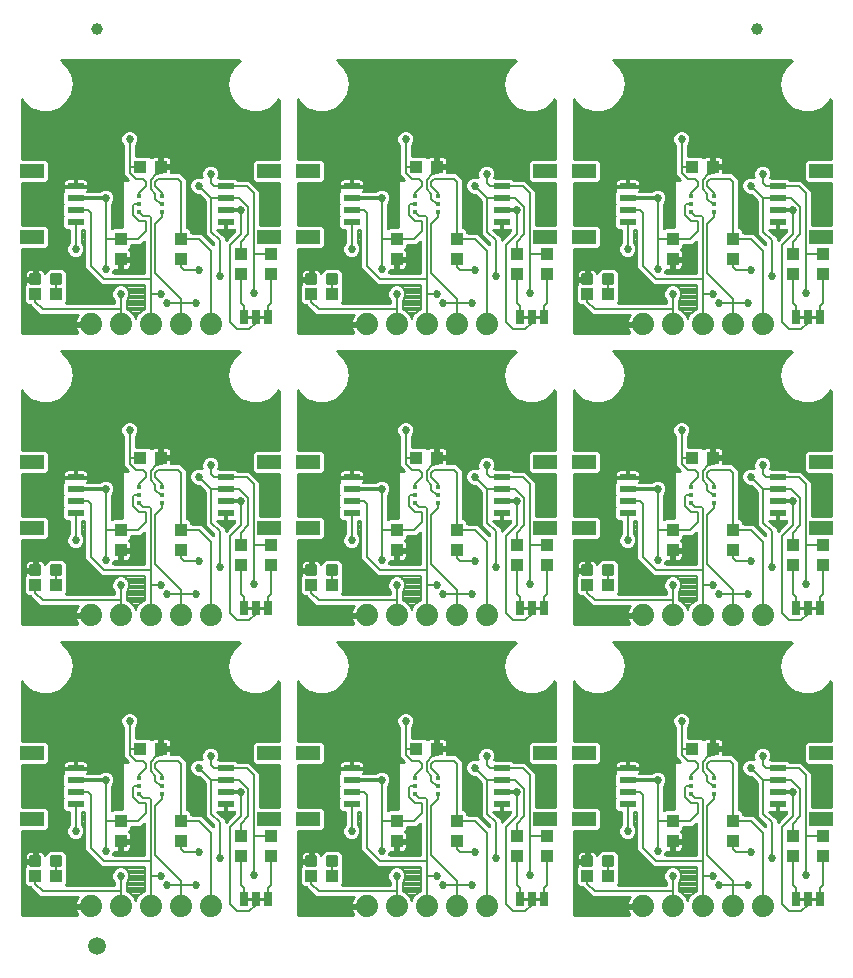
<source format=gtl>
G75*
%MOIN*%
%OFA0B0*%
%FSLAX25Y25*%
%IPPOS*%
%LPD*%
%AMOC8*
5,1,8,0,0,1.08239X$1,22.5*
%
%ADD10R,0.03937X0.04331*%
%ADD11C,0.01181*%
%ADD12C,0.07400*%
%ADD13R,0.07874X0.04724*%
%ADD14R,0.05315X0.02362*%
%ADD15R,0.04331X0.03937*%
%ADD16C,0.01000*%
%ADD17R,0.02500X0.05000*%
%ADD18R,0.01772X0.01181*%
%ADD19C,0.03937*%
%ADD20C,0.05906*%
%ADD21C,0.00800*%
%ADD22C,0.02700*%
%ADD23C,0.01200*%
D10*
X0063750Y0055404D03*
X0063750Y0062096D03*
X0083750Y0062096D03*
X0083750Y0055404D03*
X0103750Y0057096D03*
X0103750Y0050404D03*
X0113750Y0050404D03*
X0113750Y0057096D03*
X0155750Y0055404D03*
X0155750Y0062096D03*
X0175750Y0062096D03*
X0175750Y0055404D03*
X0195750Y0057096D03*
X0195750Y0050404D03*
X0205750Y0050404D03*
X0205750Y0057096D03*
X0247750Y0055404D03*
X0247750Y0062096D03*
X0267750Y0062096D03*
X0267750Y0055404D03*
X0287750Y0057096D03*
X0287750Y0050404D03*
X0297750Y0050404D03*
X0297750Y0057096D03*
X0297750Y0147404D03*
X0297750Y0154096D03*
X0287750Y0154096D03*
X0287750Y0147404D03*
X0267750Y0152404D03*
X0267750Y0159096D03*
X0247750Y0159096D03*
X0247750Y0152404D03*
X0205750Y0154096D03*
X0205750Y0147404D03*
X0195750Y0147404D03*
X0195750Y0154096D03*
X0175750Y0152404D03*
X0175750Y0159096D03*
X0155750Y0159096D03*
X0155750Y0152404D03*
X0113750Y0154096D03*
X0113750Y0147404D03*
X0103750Y0147404D03*
X0103750Y0154096D03*
X0083750Y0152404D03*
X0083750Y0159096D03*
X0063750Y0159096D03*
X0063750Y0152404D03*
X0103750Y0244404D03*
X0103750Y0251096D03*
X0113750Y0251096D03*
X0113750Y0244404D03*
X0083750Y0249404D03*
X0083750Y0256096D03*
X0063750Y0256096D03*
X0063750Y0249404D03*
X0155750Y0249404D03*
X0155750Y0256096D03*
X0175750Y0256096D03*
X0175750Y0249404D03*
X0195750Y0251096D03*
X0195750Y0244404D03*
X0205750Y0244404D03*
X0205750Y0251096D03*
X0247750Y0249404D03*
X0247750Y0256096D03*
X0267750Y0256096D03*
X0267750Y0249404D03*
X0287750Y0251096D03*
X0287750Y0244404D03*
X0297750Y0244404D03*
X0297750Y0251096D03*
D11*
X0227581Y0244128D02*
X0227581Y0241372D01*
X0224825Y0241372D01*
X0224825Y0244128D01*
X0227581Y0244128D01*
X0227581Y0242494D02*
X0224825Y0242494D01*
X0224825Y0243616D02*
X0227581Y0243616D01*
X0220675Y0244128D02*
X0220675Y0241372D01*
X0217919Y0241372D01*
X0217919Y0244128D01*
X0220675Y0244128D01*
X0220675Y0242494D02*
X0217919Y0242494D01*
X0217919Y0243616D02*
X0220675Y0243616D01*
X0135581Y0244128D02*
X0135581Y0241372D01*
X0132825Y0241372D01*
X0132825Y0244128D01*
X0135581Y0244128D01*
X0135581Y0242494D02*
X0132825Y0242494D01*
X0132825Y0243616D02*
X0135581Y0243616D01*
X0128675Y0244128D02*
X0128675Y0241372D01*
X0125919Y0241372D01*
X0125919Y0244128D01*
X0128675Y0244128D01*
X0128675Y0242494D02*
X0125919Y0242494D01*
X0125919Y0243616D02*
X0128675Y0243616D01*
X0043581Y0244128D02*
X0043581Y0241372D01*
X0040825Y0241372D01*
X0040825Y0244128D01*
X0043581Y0244128D01*
X0043581Y0242494D02*
X0040825Y0242494D01*
X0040825Y0243616D02*
X0043581Y0243616D01*
X0036675Y0244128D02*
X0036675Y0241372D01*
X0033919Y0241372D01*
X0033919Y0244128D01*
X0036675Y0244128D01*
X0036675Y0242494D02*
X0033919Y0242494D01*
X0033919Y0243616D02*
X0036675Y0243616D01*
X0036675Y0147128D02*
X0036675Y0144372D01*
X0033919Y0144372D01*
X0033919Y0147128D01*
X0036675Y0147128D01*
X0036675Y0145494D02*
X0033919Y0145494D01*
X0033919Y0146616D02*
X0036675Y0146616D01*
X0043581Y0147128D02*
X0043581Y0144372D01*
X0040825Y0144372D01*
X0040825Y0147128D01*
X0043581Y0147128D01*
X0043581Y0145494D02*
X0040825Y0145494D01*
X0040825Y0146616D02*
X0043581Y0146616D01*
X0128675Y0147128D02*
X0128675Y0144372D01*
X0125919Y0144372D01*
X0125919Y0147128D01*
X0128675Y0147128D01*
X0128675Y0145494D02*
X0125919Y0145494D01*
X0125919Y0146616D02*
X0128675Y0146616D01*
X0135581Y0147128D02*
X0135581Y0144372D01*
X0132825Y0144372D01*
X0132825Y0147128D01*
X0135581Y0147128D01*
X0135581Y0145494D02*
X0132825Y0145494D01*
X0132825Y0146616D02*
X0135581Y0146616D01*
X0220675Y0147128D02*
X0220675Y0144372D01*
X0217919Y0144372D01*
X0217919Y0147128D01*
X0220675Y0147128D01*
X0220675Y0145494D02*
X0217919Y0145494D01*
X0217919Y0146616D02*
X0220675Y0146616D01*
X0227581Y0147128D02*
X0227581Y0144372D01*
X0224825Y0144372D01*
X0224825Y0147128D01*
X0227581Y0147128D01*
X0227581Y0145494D02*
X0224825Y0145494D01*
X0224825Y0146616D02*
X0227581Y0146616D01*
X0227581Y0050128D02*
X0227581Y0047372D01*
X0224825Y0047372D01*
X0224825Y0050128D01*
X0227581Y0050128D01*
X0227581Y0048494D02*
X0224825Y0048494D01*
X0224825Y0049616D02*
X0227581Y0049616D01*
X0220675Y0050128D02*
X0220675Y0047372D01*
X0217919Y0047372D01*
X0217919Y0050128D01*
X0220675Y0050128D01*
X0220675Y0048494D02*
X0217919Y0048494D01*
X0217919Y0049616D02*
X0220675Y0049616D01*
X0135581Y0050128D02*
X0135581Y0047372D01*
X0132825Y0047372D01*
X0132825Y0050128D01*
X0135581Y0050128D01*
X0135581Y0048494D02*
X0132825Y0048494D01*
X0132825Y0049616D02*
X0135581Y0049616D01*
X0128675Y0050128D02*
X0128675Y0047372D01*
X0125919Y0047372D01*
X0125919Y0050128D01*
X0128675Y0050128D01*
X0128675Y0048494D02*
X0125919Y0048494D01*
X0125919Y0049616D02*
X0128675Y0049616D01*
X0043581Y0050128D02*
X0043581Y0047372D01*
X0040825Y0047372D01*
X0040825Y0050128D01*
X0043581Y0050128D01*
X0043581Y0048494D02*
X0040825Y0048494D01*
X0040825Y0049616D02*
X0043581Y0049616D01*
X0036675Y0050128D02*
X0036675Y0047372D01*
X0033919Y0047372D01*
X0033919Y0050128D01*
X0036675Y0050128D01*
X0036675Y0048494D02*
X0033919Y0048494D01*
X0033919Y0049616D02*
X0036675Y0049616D01*
D12*
X0053750Y0033750D03*
X0063750Y0033750D03*
X0073750Y0033750D03*
X0083750Y0033750D03*
X0093750Y0033750D03*
X0145750Y0033750D03*
X0155750Y0033750D03*
X0165750Y0033750D03*
X0175750Y0033750D03*
X0185750Y0033750D03*
X0237750Y0033750D03*
X0247750Y0033750D03*
X0257750Y0033750D03*
X0267750Y0033750D03*
X0277750Y0033750D03*
X0277750Y0130750D03*
X0267750Y0130750D03*
X0257750Y0130750D03*
X0247750Y0130750D03*
X0237750Y0130750D03*
X0185750Y0130750D03*
X0175750Y0130750D03*
X0165750Y0130750D03*
X0155750Y0130750D03*
X0145750Y0130750D03*
X0093750Y0130750D03*
X0083750Y0130750D03*
X0073750Y0130750D03*
X0063750Y0130750D03*
X0053750Y0130750D03*
X0053750Y0227750D03*
X0063750Y0227750D03*
X0073750Y0227750D03*
X0083750Y0227750D03*
X0093750Y0227750D03*
X0145750Y0227750D03*
X0155750Y0227750D03*
X0165750Y0227750D03*
X0175750Y0227750D03*
X0185750Y0227750D03*
X0237750Y0227750D03*
X0247750Y0227750D03*
X0257750Y0227750D03*
X0267750Y0227750D03*
X0277750Y0227750D03*
D13*
X0297219Y0256726D03*
X0297219Y0278774D03*
X0218281Y0278774D03*
X0205219Y0278774D03*
X0205219Y0256726D03*
X0218281Y0256726D03*
X0218281Y0181774D03*
X0205219Y0181774D03*
X0205219Y0159726D03*
X0218281Y0159726D03*
X0218281Y0084774D03*
X0205219Y0084774D03*
X0205219Y0062726D03*
X0218281Y0062726D03*
X0297219Y0062726D03*
X0297219Y0084774D03*
X0297219Y0159726D03*
X0297219Y0181774D03*
X0126281Y0181774D03*
X0113219Y0181774D03*
X0113219Y0159726D03*
X0126281Y0159726D03*
X0126281Y0084774D03*
X0113219Y0084774D03*
X0113219Y0062726D03*
X0126281Y0062726D03*
X0034281Y0062726D03*
X0034281Y0084774D03*
X0034281Y0159726D03*
X0034281Y0181774D03*
X0034281Y0256726D03*
X0034281Y0278774D03*
X0113219Y0278774D03*
X0126281Y0278774D03*
X0126281Y0256726D03*
X0113219Y0256726D03*
D14*
X0098750Y0261844D03*
X0098750Y0265781D03*
X0098750Y0269719D03*
X0098750Y0273656D03*
X0140750Y0273656D03*
X0140750Y0269719D03*
X0140750Y0265781D03*
X0140750Y0261844D03*
X0190750Y0261844D03*
X0190750Y0265781D03*
X0190750Y0269719D03*
X0190750Y0273656D03*
X0232750Y0273656D03*
X0232750Y0269719D03*
X0232750Y0265781D03*
X0232750Y0261844D03*
X0282750Y0261844D03*
X0282750Y0265781D03*
X0282750Y0269719D03*
X0282750Y0273656D03*
X0282750Y0176656D03*
X0282750Y0172719D03*
X0282750Y0168781D03*
X0282750Y0164844D03*
X0232750Y0164844D03*
X0232750Y0168781D03*
X0232750Y0172719D03*
X0232750Y0176656D03*
X0190750Y0176656D03*
X0190750Y0172719D03*
X0190750Y0168781D03*
X0190750Y0164844D03*
X0140750Y0164844D03*
X0140750Y0168781D03*
X0140750Y0172719D03*
X0140750Y0176656D03*
X0098750Y0176656D03*
X0098750Y0172719D03*
X0098750Y0168781D03*
X0098750Y0164844D03*
X0048750Y0164844D03*
X0048750Y0168781D03*
X0048750Y0172719D03*
X0048750Y0176656D03*
X0048750Y0261844D03*
X0048750Y0265781D03*
X0048750Y0269719D03*
X0048750Y0273656D03*
X0048750Y0079656D03*
X0048750Y0075719D03*
X0048750Y0071781D03*
X0048750Y0067844D03*
X0098750Y0067844D03*
X0098750Y0071781D03*
X0098750Y0075719D03*
X0098750Y0079656D03*
X0140750Y0079656D03*
X0140750Y0075719D03*
X0140750Y0071781D03*
X0140750Y0067844D03*
X0190750Y0067844D03*
X0190750Y0071781D03*
X0190750Y0075719D03*
X0190750Y0079656D03*
X0232750Y0079656D03*
X0232750Y0075719D03*
X0232750Y0071781D03*
X0232750Y0067844D03*
X0282750Y0067844D03*
X0282750Y0071781D03*
X0282750Y0075719D03*
X0282750Y0079656D03*
D15*
X0261096Y0086250D03*
X0254404Y0086250D03*
X0226096Y0043750D03*
X0219404Y0043750D03*
X0169096Y0086250D03*
X0162404Y0086250D03*
X0134096Y0043750D03*
X0127404Y0043750D03*
X0077096Y0086250D03*
X0070404Y0086250D03*
X0042096Y0043750D03*
X0035404Y0043750D03*
X0035404Y0140750D03*
X0042096Y0140750D03*
X0070404Y0183250D03*
X0077096Y0183250D03*
X0127404Y0140750D03*
X0134096Y0140750D03*
X0162404Y0183250D03*
X0169096Y0183250D03*
X0219404Y0140750D03*
X0226096Y0140750D03*
X0254404Y0183250D03*
X0261096Y0183250D03*
X0226096Y0237750D03*
X0219404Y0237750D03*
X0254404Y0280250D03*
X0261096Y0280250D03*
X0169096Y0280250D03*
X0162404Y0280250D03*
X0134096Y0237750D03*
X0127404Y0237750D03*
X0077096Y0280250D03*
X0070404Y0280250D03*
X0042096Y0237750D03*
X0035404Y0237750D03*
D16*
X0031538Y0237439D02*
X0030950Y0237439D01*
X0031538Y0237439D01*
X0030950Y0237439D01*
X0031538Y0237439D01*
X0030950Y0237439D01*
X0031538Y0237439D01*
X0030950Y0237439D01*
X0030950Y0238437D02*
X0031538Y0238437D01*
X0030950Y0238437D01*
X0031538Y0238437D01*
X0030950Y0238437D01*
X0031538Y0238437D01*
X0030950Y0238437D01*
X0031538Y0238437D01*
X0031538Y0239436D02*
X0030950Y0239436D01*
X0031538Y0239436D01*
X0030950Y0239436D01*
X0031538Y0239436D01*
X0030950Y0239436D01*
X0031538Y0239436D01*
X0030950Y0239436D01*
X0030950Y0240434D02*
X0031550Y0240434D01*
X0030950Y0240434D01*
X0031550Y0240434D01*
X0030950Y0240434D01*
X0031550Y0240434D01*
X0030950Y0240434D01*
X0031550Y0240434D01*
X0031538Y0240423D02*
X0031538Y0235077D01*
X0032534Y0234081D01*
X0033449Y0234081D01*
X0035650Y0231880D01*
X0036880Y0230650D01*
X0049429Y0230650D01*
X0049303Y0230475D01*
X0048931Y0229746D01*
X0048678Y0228968D01*
X0048564Y0228250D01*
X0053250Y0228250D01*
X0053250Y0227250D01*
X0048564Y0227250D01*
X0048678Y0226532D01*
X0048931Y0225754D01*
X0049303Y0225025D01*
X0049357Y0224950D01*
X0030950Y0224950D01*
X0030950Y0252664D01*
X0038923Y0252664D01*
X0039918Y0253660D01*
X0039918Y0259793D01*
X0038923Y0260789D01*
X0030950Y0260789D01*
X0030950Y0274711D01*
X0038923Y0274711D01*
X0039918Y0275707D01*
X0039918Y0281840D01*
X0038923Y0282836D01*
X0030950Y0282836D01*
X0030950Y0302460D01*
X0031438Y0301615D01*
X0033977Y0299484D01*
X0033977Y0299484D01*
X0033977Y0299484D01*
X0031438Y0301615D01*
X0030950Y0302460D01*
X0030950Y0282836D01*
X0038923Y0282836D01*
X0039918Y0281840D01*
X0039918Y0275707D01*
X0038923Y0274711D01*
X0030950Y0274711D01*
X0030950Y0260789D01*
X0038923Y0260789D01*
X0039918Y0259793D01*
X0039918Y0253660D01*
X0038923Y0252664D01*
X0030950Y0252664D01*
X0030950Y0224950D01*
X0049357Y0224950D01*
X0049303Y0225025D01*
X0048931Y0225754D01*
X0048678Y0226532D01*
X0048564Y0227250D01*
X0053250Y0227250D01*
X0053250Y0228250D01*
X0048564Y0228250D01*
X0048678Y0228968D01*
X0048931Y0229746D01*
X0049303Y0230475D01*
X0049429Y0230650D01*
X0036880Y0230650D01*
X0035650Y0231880D01*
X0035650Y0231880D01*
X0035650Y0231880D01*
X0036880Y0230650D01*
X0049429Y0230650D01*
X0049303Y0230475D01*
X0048931Y0229746D01*
X0048678Y0228968D01*
X0048564Y0228250D01*
X0053250Y0228250D01*
X0053250Y0227250D01*
X0048564Y0227250D01*
X0048678Y0226532D01*
X0048931Y0225754D01*
X0049303Y0225025D01*
X0049357Y0224950D01*
X0030950Y0224950D01*
X0030950Y0252664D01*
X0038923Y0252664D01*
X0039918Y0253660D01*
X0039918Y0259793D01*
X0038923Y0260789D01*
X0030950Y0260789D01*
X0030950Y0274711D01*
X0038923Y0274711D01*
X0039918Y0275707D01*
X0039918Y0281840D01*
X0038923Y0282836D01*
X0030950Y0282836D01*
X0030950Y0302460D01*
X0031438Y0301615D01*
X0033977Y0299484D01*
X0033977Y0299484D01*
X0033977Y0299484D01*
X0031438Y0301615D01*
X0030950Y0302460D01*
X0030950Y0282836D01*
X0038923Y0282836D01*
X0039918Y0281840D01*
X0039918Y0275707D01*
X0038923Y0274711D01*
X0030950Y0274711D01*
X0030950Y0260789D01*
X0038923Y0260789D01*
X0039918Y0259793D01*
X0039918Y0253660D01*
X0038923Y0252664D01*
X0030950Y0252664D01*
X0030950Y0224950D01*
X0049357Y0224950D01*
X0049303Y0225025D01*
X0048931Y0225754D01*
X0048678Y0226532D01*
X0048564Y0227250D01*
X0053250Y0227250D01*
X0053250Y0228250D01*
X0048564Y0228250D01*
X0048678Y0228968D01*
X0048931Y0229746D01*
X0049303Y0230475D01*
X0049429Y0230650D01*
X0036880Y0230650D01*
X0035650Y0231880D01*
X0035650Y0231880D01*
X0035650Y0231880D01*
X0036880Y0230650D01*
X0049429Y0230650D01*
X0049303Y0230475D01*
X0048931Y0229746D01*
X0048678Y0228968D01*
X0048564Y0228250D01*
X0053250Y0228250D01*
X0053250Y0227250D01*
X0048564Y0227250D01*
X0048678Y0226532D01*
X0048931Y0225754D01*
X0049303Y0225025D01*
X0049357Y0224950D01*
X0030950Y0224950D01*
X0030950Y0252664D01*
X0038923Y0252664D01*
X0039918Y0253660D01*
X0039918Y0259793D01*
X0038923Y0260789D01*
X0030950Y0260789D01*
X0030950Y0274711D01*
X0038923Y0274711D01*
X0039918Y0275707D01*
X0039918Y0281840D01*
X0038923Y0282836D01*
X0030950Y0282836D01*
X0030950Y0302460D01*
X0031438Y0301615D01*
X0033977Y0299484D01*
X0033977Y0299484D01*
X0033977Y0299484D01*
X0031438Y0301615D01*
X0030950Y0302460D01*
X0030950Y0282836D01*
X0038923Y0282836D01*
X0039918Y0281840D01*
X0039918Y0275707D01*
X0038923Y0274711D01*
X0030950Y0274711D01*
X0030950Y0260789D01*
X0038923Y0260789D01*
X0039918Y0259793D01*
X0039918Y0253660D01*
X0038923Y0252664D01*
X0030950Y0252664D01*
X0030950Y0224950D01*
X0049357Y0224950D01*
X0049303Y0225025D01*
X0048931Y0225754D01*
X0048678Y0226532D01*
X0048564Y0227250D01*
X0053250Y0227250D01*
X0053250Y0228250D01*
X0048564Y0228250D01*
X0048678Y0228968D01*
X0048931Y0229746D01*
X0049303Y0230475D01*
X0049429Y0230650D01*
X0036880Y0230650D01*
X0035650Y0231880D01*
X0035650Y0231880D01*
X0035650Y0231880D01*
X0036880Y0230650D01*
X0049429Y0230650D01*
X0049303Y0230475D01*
X0048931Y0229746D01*
X0048678Y0228968D01*
X0048564Y0228250D01*
X0053250Y0228250D01*
X0053250Y0227250D01*
X0048564Y0227250D01*
X0048678Y0226532D01*
X0048931Y0225754D01*
X0049303Y0225025D01*
X0049357Y0224950D01*
X0030950Y0224950D01*
X0030950Y0252664D01*
X0038923Y0252664D01*
X0039918Y0253660D01*
X0039918Y0259793D01*
X0038923Y0260789D01*
X0030950Y0260789D01*
X0030950Y0274711D01*
X0038923Y0274711D01*
X0039918Y0275707D01*
X0039918Y0281840D01*
X0038923Y0282836D01*
X0030950Y0282836D01*
X0030950Y0302460D01*
X0031438Y0301615D01*
X0033977Y0299484D01*
X0033977Y0299484D01*
X0037093Y0298350D01*
X0040407Y0298350D01*
X0043522Y0299484D01*
X0043523Y0299484D01*
X0046062Y0301615D01*
X0047719Y0304485D01*
X0047719Y0304485D01*
X0047719Y0304485D01*
X0046062Y0301615D01*
X0046062Y0301615D01*
X0046062Y0301615D01*
X0047719Y0304485D01*
X0047719Y0304485D01*
X0047719Y0304485D01*
X0046062Y0301615D01*
X0046062Y0301615D01*
X0046062Y0301615D01*
X0047719Y0304485D01*
X0047719Y0304485D01*
X0047719Y0304485D01*
X0046062Y0301615D01*
X0046062Y0301615D01*
X0046062Y0301615D01*
X0047719Y0304485D01*
X0047719Y0304485D01*
X0048295Y0307750D01*
X0047719Y0311015D01*
X0046062Y0313885D01*
X0046062Y0313885D01*
X0046062Y0313885D01*
X0047719Y0311015D01*
X0047719Y0311015D01*
X0047719Y0311015D01*
X0046062Y0313885D01*
X0046062Y0313885D01*
X0046062Y0313885D01*
X0047719Y0311015D01*
X0047719Y0311015D01*
X0047719Y0311015D01*
X0046062Y0313885D01*
X0046062Y0313885D01*
X0046062Y0313885D01*
X0047719Y0311015D01*
X0047719Y0311015D01*
X0047719Y0311015D01*
X0046062Y0313885D01*
X0046062Y0313885D01*
X0044078Y0315550D01*
X0103422Y0315550D01*
X0101438Y0313885D01*
X0099781Y0311015D01*
X0099205Y0307750D01*
X0099205Y0307750D01*
X0099205Y0307750D01*
X0099781Y0311015D01*
X0099781Y0311015D01*
X0099781Y0311015D01*
X0101438Y0313885D01*
X0101438Y0313885D01*
X0101438Y0313885D01*
X0099781Y0311015D01*
X0099205Y0307750D01*
X0099205Y0307750D01*
X0099205Y0307750D01*
X0099781Y0311015D01*
X0099781Y0311015D01*
X0099781Y0311015D01*
X0101438Y0313885D01*
X0101438Y0313885D01*
X0101438Y0313885D01*
X0099781Y0311015D01*
X0099205Y0307750D01*
X0099205Y0307750D01*
X0099205Y0307750D01*
X0099781Y0311015D01*
X0099781Y0311015D01*
X0099781Y0311015D01*
X0101438Y0313885D01*
X0101438Y0313885D01*
X0101438Y0313885D01*
X0099781Y0311015D01*
X0099205Y0307750D01*
X0099205Y0307750D01*
X0099781Y0304485D01*
X0101438Y0301615D01*
X0101438Y0301615D01*
X0101438Y0301615D01*
X0099781Y0304485D01*
X0099781Y0304485D01*
X0099781Y0304485D01*
X0101438Y0301615D01*
X0101438Y0301615D01*
X0101438Y0301615D01*
X0099781Y0304485D01*
X0099781Y0304485D01*
X0099781Y0304485D01*
X0101438Y0301615D01*
X0101438Y0301615D01*
X0101438Y0301615D01*
X0099781Y0304485D01*
X0099781Y0304485D01*
X0099781Y0304485D01*
X0101438Y0301615D01*
X0101438Y0301615D01*
X0103977Y0299484D01*
X0103977Y0299484D01*
X0103977Y0299484D01*
X0101438Y0301615D01*
X0103977Y0299484D01*
X0103977Y0299484D01*
X0103977Y0299484D01*
X0101438Y0301615D01*
X0103977Y0299484D01*
X0103977Y0299484D01*
X0103977Y0299484D01*
X0101438Y0301615D01*
X0103977Y0299484D01*
X0103977Y0299484D01*
X0107093Y0298350D01*
X0110407Y0298350D01*
X0113522Y0299484D01*
X0113523Y0299484D01*
X0116062Y0301615D01*
X0116550Y0302460D01*
X0116550Y0282836D01*
X0108577Y0282836D01*
X0107581Y0281840D01*
X0107581Y0275707D01*
X0108577Y0274711D01*
X0116550Y0274711D01*
X0116550Y0260789D01*
X0110281Y0260789D01*
X0110281Y0272188D01*
X0109051Y0273418D01*
X0106714Y0275755D01*
X0102893Y0275755D01*
X0102112Y0276537D01*
X0096549Y0276537D01*
X0096800Y0277143D01*
X0096800Y0278357D01*
X0096336Y0279478D01*
X0095478Y0280336D01*
X0094357Y0280800D01*
X0093143Y0280800D01*
X0092022Y0280336D01*
X0091164Y0279478D01*
X0090700Y0278357D01*
X0090700Y0277143D01*
X0090868Y0276738D01*
X0090357Y0276950D01*
X0089143Y0276950D01*
X0088022Y0276486D01*
X0087164Y0275628D01*
X0086700Y0274507D01*
X0086700Y0273293D01*
X0087164Y0272172D01*
X0088022Y0271314D01*
X0089143Y0270850D01*
X0089830Y0270850D01*
X0091831Y0268849D01*
X0091831Y0257699D01*
X0094650Y0254880D01*
X0094650Y0254320D01*
X0094620Y0254350D01*
X0090773Y0258196D01*
X0087418Y0258196D01*
X0087418Y0258966D01*
X0086423Y0259962D01*
X0085850Y0259962D01*
X0085850Y0276120D01*
X0083620Y0278350D01*
X0080762Y0278350D01*
X0080762Y0279766D01*
X0077581Y0279766D01*
X0077581Y0280734D01*
X0080762Y0280734D01*
X0080762Y0282416D01*
X0080660Y0282797D01*
X0080462Y0283140D01*
X0080183Y0283419D01*
X0079841Y0283616D01*
X0079459Y0283718D01*
X0077581Y0283718D01*
X0077581Y0280734D01*
X0080762Y0280734D01*
X0080762Y0282416D01*
X0080660Y0282797D01*
X0080462Y0283140D01*
X0080183Y0283419D01*
X0079841Y0283616D01*
X0079459Y0283718D01*
X0077581Y0283718D01*
X0077581Y0280734D01*
X0077581Y0279766D01*
X0080762Y0279766D01*
X0080762Y0278350D01*
X0083620Y0278350D01*
X0085850Y0276120D01*
X0085850Y0259962D01*
X0086423Y0259962D01*
X0087418Y0258966D01*
X0087418Y0258196D01*
X0090773Y0258196D01*
X0094620Y0254350D01*
X0094650Y0254320D01*
X0094650Y0254880D01*
X0091831Y0257699D01*
X0091831Y0268849D01*
X0089830Y0270850D01*
X0089143Y0270850D01*
X0088022Y0271314D01*
X0087164Y0272172D01*
X0086700Y0273293D01*
X0086700Y0274507D01*
X0087164Y0275628D01*
X0088022Y0276486D01*
X0089143Y0276950D01*
X0090357Y0276950D01*
X0090868Y0276738D01*
X0090700Y0277143D01*
X0090700Y0278357D01*
X0091164Y0279478D01*
X0092022Y0280336D01*
X0093143Y0280800D01*
X0094357Y0280800D01*
X0095478Y0280336D01*
X0096336Y0279478D01*
X0096800Y0278357D01*
X0096800Y0277143D01*
X0096549Y0276537D01*
X0102112Y0276537D01*
X0102893Y0275755D01*
X0106714Y0275755D01*
X0109051Y0273418D01*
X0110281Y0272188D01*
X0110281Y0260789D01*
X0116550Y0260789D01*
X0116550Y0274711D01*
X0108577Y0274711D01*
X0107581Y0275707D01*
X0107581Y0281840D01*
X0108577Y0282836D01*
X0116550Y0282836D01*
X0116550Y0302460D01*
X0116062Y0301615D01*
X0116062Y0301615D01*
X0116062Y0301615D01*
X0116550Y0302460D01*
X0116550Y0282836D01*
X0108577Y0282836D01*
X0107581Y0281840D01*
X0107581Y0275707D01*
X0108577Y0274711D01*
X0116550Y0274711D01*
X0116550Y0260789D01*
X0110281Y0260789D01*
X0110281Y0272188D01*
X0109051Y0273418D01*
X0106714Y0275755D01*
X0102893Y0275755D01*
X0102112Y0276537D01*
X0096549Y0276537D01*
X0096800Y0277143D01*
X0096800Y0278357D01*
X0096336Y0279478D01*
X0095478Y0280336D01*
X0094357Y0280800D01*
X0093143Y0280800D01*
X0092022Y0280336D01*
X0091164Y0279478D01*
X0090700Y0278357D01*
X0090700Y0277143D01*
X0090868Y0276738D01*
X0090357Y0276950D01*
X0089143Y0276950D01*
X0088022Y0276486D01*
X0087164Y0275628D01*
X0086700Y0274507D01*
X0086700Y0273293D01*
X0087164Y0272172D01*
X0088022Y0271314D01*
X0089143Y0270850D01*
X0089830Y0270850D01*
X0091831Y0268849D01*
X0091831Y0257699D01*
X0094650Y0254880D01*
X0094650Y0254320D01*
X0094620Y0254350D01*
X0090773Y0258196D01*
X0087418Y0258196D01*
X0087418Y0258966D01*
X0086423Y0259962D01*
X0085850Y0259962D01*
X0085850Y0276120D01*
X0083620Y0278350D01*
X0080762Y0278350D01*
X0080762Y0279766D01*
X0077581Y0279766D01*
X0077581Y0280734D01*
X0080762Y0280734D01*
X0080762Y0282416D01*
X0080660Y0282797D01*
X0080462Y0283140D01*
X0080183Y0283419D01*
X0079841Y0283616D01*
X0079459Y0283718D01*
X0077581Y0283718D01*
X0077581Y0280734D01*
X0080762Y0280734D01*
X0080762Y0282416D01*
X0080660Y0282797D01*
X0080462Y0283140D01*
X0080183Y0283419D01*
X0079841Y0283616D01*
X0079459Y0283718D01*
X0077581Y0283718D01*
X0077581Y0280734D01*
X0077581Y0279766D01*
X0080762Y0279766D01*
X0080762Y0278350D01*
X0083620Y0278350D01*
X0085850Y0276120D01*
X0085850Y0259962D01*
X0086423Y0259962D01*
X0087418Y0258966D01*
X0087418Y0258196D01*
X0090773Y0258196D01*
X0094620Y0254350D01*
X0094650Y0254320D01*
X0094650Y0254880D01*
X0091831Y0257699D01*
X0091831Y0268849D01*
X0089830Y0270850D01*
X0089143Y0270850D01*
X0088022Y0271314D01*
X0087164Y0272172D01*
X0086700Y0273293D01*
X0086700Y0274507D01*
X0087164Y0275628D01*
X0088022Y0276486D01*
X0089143Y0276950D01*
X0090357Y0276950D01*
X0090868Y0276738D01*
X0090700Y0277143D01*
X0090700Y0278357D01*
X0091164Y0279478D01*
X0092022Y0280336D01*
X0093143Y0280800D01*
X0094357Y0280800D01*
X0095478Y0280336D01*
X0096336Y0279478D01*
X0096800Y0278357D01*
X0096800Y0277143D01*
X0096549Y0276537D01*
X0102112Y0276537D01*
X0102893Y0275755D01*
X0106714Y0275755D01*
X0109051Y0273418D01*
X0110281Y0272188D01*
X0110281Y0260789D01*
X0116550Y0260789D01*
X0116550Y0274711D01*
X0108577Y0274711D01*
X0107581Y0275707D01*
X0107581Y0281840D01*
X0108577Y0282836D01*
X0116550Y0282836D01*
X0116550Y0302460D01*
X0116062Y0301615D01*
X0116062Y0301615D01*
X0116062Y0301615D01*
X0116550Y0302460D01*
X0116550Y0282836D01*
X0108577Y0282836D01*
X0107581Y0281840D01*
X0107581Y0275707D01*
X0108577Y0274711D01*
X0116550Y0274711D01*
X0116550Y0260789D01*
X0110281Y0260789D01*
X0110281Y0272188D01*
X0109051Y0273418D01*
X0106714Y0275755D01*
X0102893Y0275755D01*
X0102112Y0276537D01*
X0096549Y0276537D01*
X0096800Y0277143D01*
X0096800Y0278357D01*
X0096336Y0279478D01*
X0095478Y0280336D01*
X0094357Y0280800D01*
X0093143Y0280800D01*
X0092022Y0280336D01*
X0091164Y0279478D01*
X0090700Y0278357D01*
X0090700Y0277143D01*
X0090868Y0276738D01*
X0090357Y0276950D01*
X0089143Y0276950D01*
X0088022Y0276486D01*
X0087164Y0275628D01*
X0086700Y0274507D01*
X0086700Y0273293D01*
X0087164Y0272172D01*
X0088022Y0271314D01*
X0089143Y0270850D01*
X0089830Y0270850D01*
X0091831Y0268849D01*
X0091831Y0257699D01*
X0094650Y0254880D01*
X0094650Y0254320D01*
X0094620Y0254350D01*
X0090773Y0258196D01*
X0087418Y0258196D01*
X0087418Y0258966D01*
X0086423Y0259962D01*
X0085850Y0259962D01*
X0085850Y0276120D01*
X0083620Y0278350D01*
X0080762Y0278350D01*
X0080762Y0279766D01*
X0077581Y0279766D01*
X0077581Y0280734D01*
X0080762Y0280734D01*
X0080762Y0282416D01*
X0080660Y0282797D01*
X0080462Y0283140D01*
X0080183Y0283419D01*
X0079841Y0283616D01*
X0079459Y0283718D01*
X0077581Y0283718D01*
X0077581Y0280734D01*
X0080762Y0280734D01*
X0080762Y0282416D01*
X0080660Y0282797D01*
X0080462Y0283140D01*
X0080183Y0283419D01*
X0079841Y0283616D01*
X0079459Y0283718D01*
X0077581Y0283718D01*
X0077581Y0280734D01*
X0077581Y0279766D01*
X0080762Y0279766D01*
X0080762Y0278350D01*
X0083620Y0278350D01*
X0085850Y0276120D01*
X0085850Y0259962D01*
X0086423Y0259962D01*
X0087418Y0258966D01*
X0087418Y0258196D01*
X0090773Y0258196D01*
X0094620Y0254350D01*
X0094650Y0254320D01*
X0094650Y0254880D01*
X0091831Y0257699D01*
X0091831Y0268849D01*
X0089830Y0270850D01*
X0089143Y0270850D01*
X0088022Y0271314D01*
X0087164Y0272172D01*
X0086700Y0273293D01*
X0086700Y0274507D01*
X0087164Y0275628D01*
X0088022Y0276486D01*
X0089143Y0276950D01*
X0090357Y0276950D01*
X0090868Y0276738D01*
X0090700Y0277143D01*
X0090700Y0278357D01*
X0091164Y0279478D01*
X0092022Y0280336D01*
X0093143Y0280800D01*
X0094357Y0280800D01*
X0095478Y0280336D01*
X0096336Y0279478D01*
X0096800Y0278357D01*
X0096800Y0277143D01*
X0096549Y0276537D01*
X0102112Y0276537D01*
X0102893Y0275755D01*
X0106714Y0275755D01*
X0109051Y0273418D01*
X0110281Y0272188D01*
X0110281Y0260789D01*
X0116550Y0260789D01*
X0116550Y0274711D01*
X0108577Y0274711D01*
X0107581Y0275707D01*
X0107581Y0281840D01*
X0108577Y0282836D01*
X0116550Y0282836D01*
X0116550Y0302460D01*
X0116062Y0301615D01*
X0116062Y0301615D01*
X0116062Y0301615D01*
X0116550Y0302460D01*
X0116550Y0282836D01*
X0108577Y0282836D01*
X0107581Y0281840D01*
X0107581Y0275707D01*
X0108577Y0274711D01*
X0116550Y0274711D01*
X0116550Y0260789D01*
X0110281Y0260789D01*
X0110281Y0272188D01*
X0109051Y0273418D01*
X0106714Y0275755D01*
X0102893Y0275755D01*
X0102112Y0276537D01*
X0096549Y0276537D01*
X0096800Y0277143D01*
X0096800Y0278357D01*
X0096336Y0279478D01*
X0095478Y0280336D01*
X0094357Y0280800D01*
X0093143Y0280800D01*
X0092022Y0280336D01*
X0091164Y0279478D01*
X0090700Y0278357D01*
X0090700Y0277143D01*
X0090868Y0276738D01*
X0090357Y0276950D01*
X0089143Y0276950D01*
X0088022Y0276486D01*
X0087164Y0275628D01*
X0086700Y0274507D01*
X0086700Y0273293D01*
X0087164Y0272172D01*
X0088022Y0271314D01*
X0089143Y0270850D01*
X0089830Y0270850D01*
X0091831Y0268849D01*
X0091831Y0257699D01*
X0094650Y0254880D01*
X0094650Y0254320D01*
X0094620Y0254350D01*
X0090773Y0258196D01*
X0087418Y0258196D01*
X0087418Y0258966D01*
X0086423Y0259962D01*
X0085850Y0259962D01*
X0085850Y0276120D01*
X0083620Y0278350D01*
X0080762Y0278350D01*
X0080762Y0279766D01*
X0077581Y0279766D01*
X0077581Y0280734D01*
X0080762Y0280734D01*
X0080762Y0282416D01*
X0080660Y0282797D01*
X0080462Y0283140D01*
X0080183Y0283419D01*
X0079841Y0283616D01*
X0079459Y0283718D01*
X0077581Y0283718D01*
X0077581Y0280734D01*
X0076612Y0280734D01*
X0076612Y0283718D01*
X0074734Y0283718D01*
X0074352Y0283616D01*
X0074010Y0283419D01*
X0073891Y0283300D01*
X0073273Y0283918D01*
X0068850Y0283918D01*
X0068850Y0287137D01*
X0069336Y0287622D01*
X0069800Y0288743D01*
X0069800Y0289957D01*
X0069336Y0291078D01*
X0068478Y0291936D01*
X0067357Y0292400D01*
X0066143Y0292400D01*
X0065022Y0291936D01*
X0064164Y0291078D01*
X0063700Y0289957D01*
X0063700Y0288743D01*
X0064164Y0287622D01*
X0064650Y0287137D01*
X0064650Y0277380D01*
X0065880Y0276150D01*
X0066230Y0275800D01*
X0064522Y0275800D01*
X0064200Y0275478D01*
X0064200Y0259962D01*
X0061077Y0259962D01*
X0060850Y0259734D01*
X0060850Y0267537D01*
X0061336Y0268022D01*
X0061800Y0269143D01*
X0061800Y0270357D01*
X0061336Y0271478D01*
X0060478Y0272336D01*
X0059357Y0272800D01*
X0058143Y0272800D01*
X0057022Y0272336D01*
X0056705Y0272018D01*
X0052838Y0272018D01*
X0052907Y0272277D01*
X0052907Y0273565D01*
X0048841Y0273565D01*
X0048841Y0273746D01*
X0052907Y0273746D01*
X0052907Y0275034D01*
X0052805Y0275416D01*
X0052608Y0275758D01*
X0052328Y0276037D01*
X0051986Y0276234D01*
X0051605Y0276337D01*
X0048841Y0276337D01*
X0048841Y0273746D01*
X0052907Y0273746D01*
X0052907Y0275034D01*
X0052805Y0275416D01*
X0052608Y0275758D01*
X0052328Y0276037D01*
X0051986Y0276234D01*
X0051605Y0276337D01*
X0048841Y0276337D01*
X0048841Y0273746D01*
X0048841Y0273565D01*
X0052907Y0273565D01*
X0052907Y0272277D01*
X0052838Y0272018D01*
X0056705Y0272018D01*
X0057022Y0272336D01*
X0058143Y0272800D01*
X0059357Y0272800D01*
X0060478Y0272336D01*
X0061336Y0271478D01*
X0061800Y0270357D01*
X0061800Y0269143D01*
X0061336Y0268022D01*
X0060850Y0267537D01*
X0060850Y0259734D01*
X0061077Y0259962D01*
X0064200Y0259962D01*
X0064200Y0275478D01*
X0064522Y0275800D01*
X0066230Y0275800D01*
X0065880Y0276150D01*
X0064650Y0277380D01*
X0064650Y0287137D01*
X0064164Y0287622D01*
X0063700Y0288743D01*
X0063700Y0289957D01*
X0064164Y0291078D01*
X0065022Y0291936D01*
X0066143Y0292400D01*
X0067357Y0292400D01*
X0068478Y0291936D01*
X0069336Y0291078D01*
X0069800Y0289957D01*
X0069800Y0288743D01*
X0069336Y0287622D01*
X0068850Y0287137D01*
X0068850Y0283918D01*
X0073273Y0283918D01*
X0073891Y0283300D01*
X0074010Y0283419D01*
X0074352Y0283616D01*
X0074734Y0283718D01*
X0076612Y0283718D01*
X0076612Y0280734D01*
X0077581Y0280734D01*
X0076612Y0280734D01*
X0076612Y0283718D01*
X0074734Y0283718D01*
X0074352Y0283616D01*
X0074010Y0283419D01*
X0073891Y0283300D01*
X0073273Y0283918D01*
X0068850Y0283918D01*
X0068850Y0287137D01*
X0069336Y0287622D01*
X0069800Y0288743D01*
X0069800Y0289957D01*
X0069336Y0291078D01*
X0068478Y0291936D01*
X0067357Y0292400D01*
X0066143Y0292400D01*
X0065022Y0291936D01*
X0064164Y0291078D01*
X0063700Y0289957D01*
X0063700Y0288743D01*
X0064164Y0287622D01*
X0064650Y0287137D01*
X0064650Y0277380D01*
X0065880Y0276150D01*
X0066230Y0275800D01*
X0064522Y0275800D01*
X0064200Y0275478D01*
X0064200Y0259962D01*
X0061077Y0259962D01*
X0060850Y0259734D01*
X0060850Y0267537D01*
X0061336Y0268022D01*
X0061800Y0269143D01*
X0061800Y0270357D01*
X0061336Y0271478D01*
X0060478Y0272336D01*
X0059357Y0272800D01*
X0058143Y0272800D01*
X0057022Y0272336D01*
X0056705Y0272018D01*
X0052838Y0272018D01*
X0052907Y0272277D01*
X0052907Y0273565D01*
X0048841Y0273565D01*
X0048841Y0273746D01*
X0052907Y0273746D01*
X0052907Y0275034D01*
X0052805Y0275416D01*
X0052608Y0275758D01*
X0052328Y0276037D01*
X0051986Y0276234D01*
X0051605Y0276337D01*
X0048841Y0276337D01*
X0048841Y0273746D01*
X0052907Y0273746D01*
X0052907Y0275034D01*
X0052805Y0275416D01*
X0052608Y0275758D01*
X0052328Y0276037D01*
X0051986Y0276234D01*
X0051605Y0276337D01*
X0048841Y0276337D01*
X0048841Y0273746D01*
X0048841Y0273565D01*
X0052907Y0273565D01*
X0052907Y0272277D01*
X0052838Y0272018D01*
X0056705Y0272018D01*
X0057022Y0272336D01*
X0058143Y0272800D01*
X0059357Y0272800D01*
X0060478Y0272336D01*
X0061336Y0271478D01*
X0061800Y0270357D01*
X0061800Y0269143D01*
X0061336Y0268022D01*
X0060850Y0267537D01*
X0060850Y0259734D01*
X0061077Y0259962D01*
X0064200Y0259962D01*
X0064200Y0275478D01*
X0064522Y0275800D01*
X0066230Y0275800D01*
X0065880Y0276150D01*
X0064650Y0277380D01*
X0064650Y0287137D01*
X0064164Y0287622D01*
X0063700Y0288743D01*
X0063700Y0289957D01*
X0064164Y0291078D01*
X0065022Y0291936D01*
X0066143Y0292400D01*
X0067357Y0292400D01*
X0068478Y0291936D01*
X0069336Y0291078D01*
X0069800Y0289957D01*
X0069800Y0288743D01*
X0069336Y0287622D01*
X0068850Y0287137D01*
X0068850Y0283918D01*
X0073273Y0283918D01*
X0073891Y0283300D01*
X0074010Y0283419D01*
X0074352Y0283616D01*
X0074734Y0283718D01*
X0076612Y0283718D01*
X0076612Y0280734D01*
X0077581Y0280734D01*
X0076612Y0280734D01*
X0076612Y0283718D01*
X0074734Y0283718D01*
X0074352Y0283616D01*
X0074010Y0283419D01*
X0073891Y0283300D01*
X0073273Y0283918D01*
X0068850Y0283918D01*
X0068850Y0287137D01*
X0069336Y0287622D01*
X0069800Y0288743D01*
X0069800Y0289957D01*
X0069336Y0291078D01*
X0068478Y0291936D01*
X0067357Y0292400D01*
X0066143Y0292400D01*
X0065022Y0291936D01*
X0064164Y0291078D01*
X0063700Y0289957D01*
X0063700Y0288743D01*
X0064164Y0287622D01*
X0064650Y0287137D01*
X0064650Y0277380D01*
X0065880Y0276150D01*
X0066230Y0275800D01*
X0064522Y0275800D01*
X0064200Y0275478D01*
X0064200Y0259962D01*
X0061077Y0259962D01*
X0060850Y0259734D01*
X0060850Y0267537D01*
X0061336Y0268022D01*
X0061800Y0269143D01*
X0061800Y0270357D01*
X0061336Y0271478D01*
X0060478Y0272336D01*
X0059357Y0272800D01*
X0058143Y0272800D01*
X0057022Y0272336D01*
X0056705Y0272018D01*
X0052838Y0272018D01*
X0052907Y0272277D01*
X0052907Y0273565D01*
X0048841Y0273565D01*
X0048841Y0273746D01*
X0052907Y0273746D01*
X0052907Y0275034D01*
X0052805Y0275416D01*
X0052608Y0275758D01*
X0052328Y0276037D01*
X0051986Y0276234D01*
X0051605Y0276337D01*
X0048841Y0276337D01*
X0048841Y0273746D01*
X0052907Y0273746D01*
X0052907Y0275034D01*
X0052805Y0275416D01*
X0052608Y0275758D01*
X0052328Y0276037D01*
X0051986Y0276234D01*
X0051605Y0276337D01*
X0048841Y0276337D01*
X0048841Y0273746D01*
X0048841Y0273565D01*
X0052907Y0273565D01*
X0052907Y0272277D01*
X0052838Y0272018D01*
X0056705Y0272018D01*
X0057022Y0272336D01*
X0058143Y0272800D01*
X0059357Y0272800D01*
X0060478Y0272336D01*
X0061336Y0271478D01*
X0061800Y0270357D01*
X0061800Y0269143D01*
X0061336Y0268022D01*
X0060850Y0267537D01*
X0060850Y0259734D01*
X0061077Y0259962D01*
X0064200Y0259962D01*
X0064200Y0275478D01*
X0064522Y0275800D01*
X0066230Y0275800D01*
X0065880Y0276150D01*
X0064650Y0277380D01*
X0064650Y0287137D01*
X0064164Y0287622D01*
X0063700Y0288743D01*
X0063700Y0289957D01*
X0064164Y0291078D01*
X0065022Y0291936D01*
X0066143Y0292400D01*
X0067357Y0292400D01*
X0068478Y0291936D01*
X0069336Y0291078D01*
X0069800Y0289957D01*
X0069800Y0288743D01*
X0069336Y0287622D01*
X0068850Y0287137D01*
X0068850Y0283918D01*
X0073273Y0283918D01*
X0073891Y0283300D01*
X0074010Y0283419D01*
X0074352Y0283616D01*
X0074734Y0283718D01*
X0076612Y0283718D01*
X0076612Y0280734D01*
X0077581Y0280734D01*
X0076612Y0280734D01*
X0076612Y0283718D01*
X0074734Y0283718D01*
X0074352Y0283616D01*
X0074010Y0283419D01*
X0073891Y0283300D01*
X0073273Y0283918D01*
X0068850Y0283918D01*
X0068850Y0287137D01*
X0069336Y0287622D01*
X0069800Y0288743D01*
X0069800Y0289957D01*
X0069336Y0291078D01*
X0068478Y0291936D01*
X0067357Y0292400D01*
X0066143Y0292400D01*
X0065022Y0291936D01*
X0064164Y0291078D01*
X0063700Y0289957D01*
X0063700Y0288743D01*
X0064164Y0287622D01*
X0064650Y0287137D01*
X0064650Y0277380D01*
X0065880Y0276150D01*
X0066230Y0275800D01*
X0064522Y0275800D01*
X0064200Y0275478D01*
X0064200Y0259962D01*
X0061077Y0259962D01*
X0060850Y0259734D01*
X0060850Y0267537D01*
X0061336Y0268022D01*
X0061800Y0269143D01*
X0061800Y0270357D01*
X0061336Y0271478D01*
X0060478Y0272336D01*
X0059357Y0272800D01*
X0058143Y0272800D01*
X0057022Y0272336D01*
X0056705Y0272018D01*
X0052838Y0272018D01*
X0052907Y0272277D01*
X0052907Y0273565D01*
X0048841Y0273565D01*
X0048841Y0273746D01*
X0052907Y0273746D01*
X0052907Y0275034D01*
X0052805Y0275416D01*
X0052608Y0275758D01*
X0052328Y0276037D01*
X0051986Y0276234D01*
X0051605Y0276337D01*
X0048841Y0276337D01*
X0048841Y0273746D01*
X0048659Y0273746D01*
X0048659Y0273565D01*
X0044593Y0273565D01*
X0044593Y0272277D01*
X0044693Y0271904D01*
X0044393Y0271604D01*
X0044393Y0267833D01*
X0044476Y0267750D01*
X0044393Y0267667D01*
X0044393Y0263896D01*
X0044476Y0263813D01*
X0044393Y0263730D01*
X0044393Y0259959D01*
X0045388Y0258963D01*
X0046650Y0258963D01*
X0046650Y0254963D01*
X0046164Y0254478D01*
X0045700Y0253357D01*
X0045700Y0252143D01*
X0046164Y0251022D01*
X0047022Y0250164D01*
X0048143Y0249700D01*
X0049357Y0249700D01*
X0050478Y0250164D01*
X0051336Y0251022D01*
X0051650Y0251781D01*
X0051650Y0246344D01*
X0057344Y0240650D01*
X0062781Y0240650D01*
X0062022Y0240336D01*
X0061164Y0239478D01*
X0060700Y0238357D01*
X0060700Y0237143D01*
X0061164Y0236022D01*
X0061650Y0235537D01*
X0061650Y0234850D01*
X0045734Y0234850D01*
X0045962Y0235077D01*
X0045962Y0240423D01*
X0045871Y0240513D01*
X0045871Y0245077D01*
X0044529Y0246418D01*
X0039876Y0246418D01*
X0038539Y0245081D01*
X0038348Y0245412D01*
X0037959Y0245801D01*
X0037482Y0246076D01*
X0036950Y0246218D01*
X0035781Y0246218D01*
X0035781Y0243234D01*
X0034813Y0243234D01*
X0034813Y0242266D01*
X0031829Y0242266D01*
X0031829Y0241097D01*
X0031910Y0240794D01*
X0031538Y0240423D01*
X0031538Y0235077D01*
X0032534Y0234081D01*
X0033449Y0234081D01*
X0035650Y0231880D01*
X0035650Y0231880D01*
X0033449Y0234081D01*
X0032534Y0234081D01*
X0031538Y0235077D01*
X0031538Y0240423D01*
X0031910Y0240794D01*
X0031829Y0241097D01*
X0031829Y0242266D01*
X0034813Y0242266D01*
X0034813Y0243234D01*
X0031829Y0243234D01*
X0031829Y0244403D01*
X0031971Y0244935D01*
X0032246Y0245412D01*
X0032636Y0245801D01*
X0033112Y0246076D01*
X0033644Y0246218D01*
X0034813Y0246218D01*
X0034813Y0243234D01*
X0031829Y0243234D01*
X0031829Y0244403D01*
X0031971Y0244935D01*
X0032246Y0245412D01*
X0032636Y0245801D01*
X0033112Y0246076D01*
X0033644Y0246218D01*
X0034813Y0246218D01*
X0034813Y0243234D01*
X0034813Y0242266D01*
X0031829Y0242266D01*
X0031829Y0241097D01*
X0031910Y0240794D01*
X0031538Y0240423D01*
X0031538Y0235077D01*
X0032534Y0234081D01*
X0033449Y0234081D01*
X0035650Y0231880D01*
X0033449Y0234081D01*
X0032534Y0234081D01*
X0031538Y0235077D01*
X0031538Y0240423D01*
X0031910Y0240794D01*
X0031829Y0241097D01*
X0031829Y0242266D01*
X0034813Y0242266D01*
X0034813Y0243234D01*
X0031829Y0243234D01*
X0031829Y0244403D01*
X0031971Y0244935D01*
X0032246Y0245412D01*
X0032636Y0245801D01*
X0033112Y0246076D01*
X0033644Y0246218D01*
X0034813Y0246218D01*
X0034813Y0243234D01*
X0031829Y0243234D01*
X0031829Y0244403D01*
X0031971Y0244935D01*
X0032246Y0245412D01*
X0032636Y0245801D01*
X0033112Y0246076D01*
X0033644Y0246218D01*
X0034813Y0246218D01*
X0034813Y0243234D01*
X0034813Y0242266D01*
X0031829Y0242266D01*
X0031829Y0241097D01*
X0031910Y0240794D01*
X0031538Y0240423D01*
X0031538Y0235077D01*
X0032534Y0234081D01*
X0033449Y0234081D01*
X0035650Y0231880D01*
X0033449Y0234081D01*
X0032534Y0234081D01*
X0031538Y0235077D01*
X0031538Y0240423D01*
X0031910Y0240794D01*
X0031829Y0241097D01*
X0031829Y0242266D01*
X0034813Y0242266D01*
X0034813Y0243234D01*
X0031829Y0243234D01*
X0031829Y0244403D01*
X0031971Y0244935D01*
X0032246Y0245412D01*
X0032636Y0245801D01*
X0033112Y0246076D01*
X0033644Y0246218D01*
X0034813Y0246218D01*
X0034813Y0243234D01*
X0031829Y0243234D01*
X0031829Y0244403D01*
X0031971Y0244935D01*
X0032246Y0245412D01*
X0032636Y0245801D01*
X0033112Y0246076D01*
X0033644Y0246218D01*
X0034813Y0246218D01*
X0034813Y0243234D01*
X0034813Y0242266D01*
X0031829Y0242266D01*
X0031829Y0241097D01*
X0031910Y0240794D01*
X0031538Y0240423D01*
X0031829Y0241433D02*
X0030950Y0241433D01*
X0031829Y0241433D01*
X0030950Y0241433D01*
X0031829Y0241433D01*
X0030950Y0241433D01*
X0031829Y0241433D01*
X0030950Y0241433D01*
X0030950Y0242431D02*
X0034813Y0242431D01*
X0030950Y0242431D01*
X0034813Y0242431D01*
X0030950Y0242431D01*
X0034813Y0242431D01*
X0030950Y0242431D01*
X0034813Y0242431D01*
X0034813Y0243234D02*
X0031829Y0243234D01*
X0031829Y0244403D01*
X0031971Y0244935D01*
X0032246Y0245412D01*
X0032636Y0245801D01*
X0033112Y0246076D01*
X0033644Y0246218D01*
X0034813Y0246218D01*
X0034813Y0243234D01*
X0035781Y0243234D01*
X0035781Y0246218D01*
X0036950Y0246218D01*
X0037482Y0246076D01*
X0037959Y0245801D01*
X0038348Y0245412D01*
X0038539Y0245081D01*
X0039876Y0246418D01*
X0044529Y0246418D01*
X0045871Y0245077D01*
X0045871Y0240513D01*
X0045962Y0240423D01*
X0045962Y0235077D01*
X0045734Y0234850D01*
X0061650Y0234850D01*
X0061650Y0235537D01*
X0061164Y0236022D01*
X0060700Y0237143D01*
X0060700Y0238357D01*
X0061164Y0239478D01*
X0062022Y0240336D01*
X0062781Y0240650D01*
X0057344Y0240650D01*
X0051650Y0246344D01*
X0051650Y0251781D01*
X0051336Y0251022D01*
X0050478Y0250164D01*
X0049357Y0249700D01*
X0048143Y0249700D01*
X0047022Y0250164D01*
X0046164Y0251022D01*
X0045700Y0252143D01*
X0045700Y0253357D01*
X0046164Y0254478D01*
X0046650Y0254963D01*
X0046650Y0258963D01*
X0045388Y0258963D01*
X0044393Y0259959D01*
X0044393Y0263730D01*
X0044476Y0263813D01*
X0044393Y0263896D01*
X0044393Y0267667D01*
X0044476Y0267750D01*
X0044393Y0267833D01*
X0044393Y0271604D01*
X0044693Y0271904D01*
X0044593Y0272277D01*
X0044593Y0273565D01*
X0048659Y0273565D01*
X0048659Y0273746D01*
X0044593Y0273746D01*
X0044593Y0275034D01*
X0044695Y0275416D01*
X0044892Y0275758D01*
X0045171Y0276037D01*
X0045514Y0276234D01*
X0045895Y0276337D01*
X0048659Y0276337D01*
X0048659Y0273746D01*
X0044593Y0273746D01*
X0044593Y0275034D01*
X0044695Y0275416D01*
X0044892Y0275758D01*
X0045171Y0276037D01*
X0045514Y0276234D01*
X0045895Y0276337D01*
X0048659Y0276337D01*
X0048659Y0273746D01*
X0048659Y0273565D01*
X0044593Y0273565D01*
X0044593Y0272277D01*
X0044693Y0271904D01*
X0044393Y0271604D01*
X0044393Y0267833D01*
X0044476Y0267750D01*
X0044393Y0267667D01*
X0044393Y0263896D01*
X0044476Y0263813D01*
X0044393Y0263730D01*
X0044393Y0259959D01*
X0045388Y0258963D01*
X0046650Y0258963D01*
X0046650Y0254963D01*
X0046164Y0254478D01*
X0045700Y0253357D01*
X0045700Y0252143D01*
X0046164Y0251022D01*
X0047022Y0250164D01*
X0048143Y0249700D01*
X0049357Y0249700D01*
X0050478Y0250164D01*
X0051336Y0251022D01*
X0051650Y0251781D01*
X0051650Y0246344D01*
X0057344Y0240650D01*
X0062781Y0240650D01*
X0062022Y0240336D01*
X0061164Y0239478D01*
X0060700Y0238357D01*
X0060700Y0237143D01*
X0061164Y0236022D01*
X0061650Y0235537D01*
X0061650Y0234850D01*
X0045734Y0234850D01*
X0045962Y0235077D01*
X0045962Y0240423D01*
X0045871Y0240513D01*
X0045871Y0245077D01*
X0044529Y0246418D01*
X0039876Y0246418D01*
X0038539Y0245081D01*
X0038348Y0245412D01*
X0037959Y0245801D01*
X0037482Y0246076D01*
X0036950Y0246218D01*
X0035781Y0246218D01*
X0035781Y0243234D01*
X0034813Y0243234D01*
X0035781Y0243234D01*
X0035781Y0246218D01*
X0036950Y0246218D01*
X0037482Y0246076D01*
X0037959Y0245801D01*
X0038348Y0245412D01*
X0038539Y0245081D01*
X0039876Y0246418D01*
X0044529Y0246418D01*
X0045871Y0245077D01*
X0045871Y0240513D01*
X0045962Y0240423D01*
X0045962Y0235077D01*
X0045734Y0234850D01*
X0061650Y0234850D01*
X0061650Y0235537D01*
X0061164Y0236022D01*
X0060700Y0237143D01*
X0060700Y0238357D01*
X0061164Y0239478D01*
X0062022Y0240336D01*
X0062781Y0240650D01*
X0057344Y0240650D01*
X0051650Y0246344D01*
X0051650Y0251781D01*
X0051336Y0251022D01*
X0050478Y0250164D01*
X0049357Y0249700D01*
X0048143Y0249700D01*
X0047022Y0250164D01*
X0046164Y0251022D01*
X0045700Y0252143D01*
X0045700Y0253357D01*
X0046164Y0254478D01*
X0046650Y0254963D01*
X0046650Y0258963D01*
X0045388Y0258963D01*
X0044393Y0259959D01*
X0044393Y0263730D01*
X0044476Y0263813D01*
X0044393Y0263896D01*
X0044393Y0267667D01*
X0044476Y0267750D01*
X0044393Y0267833D01*
X0044393Y0271604D01*
X0044693Y0271904D01*
X0044593Y0272277D01*
X0044593Y0273565D01*
X0048659Y0273565D01*
X0048659Y0273746D01*
X0044593Y0273746D01*
X0044593Y0275034D01*
X0044695Y0275416D01*
X0044892Y0275758D01*
X0045171Y0276037D01*
X0045514Y0276234D01*
X0045895Y0276337D01*
X0048659Y0276337D01*
X0048659Y0273746D01*
X0044593Y0273746D01*
X0044593Y0275034D01*
X0044695Y0275416D01*
X0044892Y0275758D01*
X0045171Y0276037D01*
X0045514Y0276234D01*
X0045895Y0276337D01*
X0048659Y0276337D01*
X0048659Y0273746D01*
X0048659Y0273565D01*
X0044593Y0273565D01*
X0044593Y0272277D01*
X0044693Y0271904D01*
X0044393Y0271604D01*
X0044393Y0267833D01*
X0044476Y0267750D01*
X0044393Y0267667D01*
X0044393Y0263896D01*
X0044476Y0263813D01*
X0044393Y0263730D01*
X0044393Y0259959D01*
X0045388Y0258963D01*
X0046650Y0258963D01*
X0046650Y0254963D01*
X0046164Y0254478D01*
X0045700Y0253357D01*
X0045700Y0252143D01*
X0046164Y0251022D01*
X0047022Y0250164D01*
X0048143Y0249700D01*
X0049357Y0249700D01*
X0050478Y0250164D01*
X0051336Y0251022D01*
X0051650Y0251781D01*
X0051650Y0246344D01*
X0057344Y0240650D01*
X0062781Y0240650D01*
X0062022Y0240336D01*
X0061164Y0239478D01*
X0060700Y0238357D01*
X0060700Y0237143D01*
X0061164Y0236022D01*
X0061650Y0235537D01*
X0061650Y0234850D01*
X0045734Y0234850D01*
X0045962Y0235077D01*
X0045962Y0240423D01*
X0045871Y0240513D01*
X0045871Y0245077D01*
X0044529Y0246418D01*
X0039876Y0246418D01*
X0038539Y0245081D01*
X0038348Y0245412D01*
X0037959Y0245801D01*
X0037482Y0246076D01*
X0036950Y0246218D01*
X0035781Y0246218D01*
X0035781Y0243234D01*
X0034813Y0243234D01*
X0035781Y0243234D01*
X0035781Y0246218D01*
X0036950Y0246218D01*
X0037482Y0246076D01*
X0037959Y0245801D01*
X0038348Y0245412D01*
X0038539Y0245081D01*
X0039876Y0246418D01*
X0044529Y0246418D01*
X0045871Y0245077D01*
X0045871Y0240513D01*
X0045962Y0240423D01*
X0045962Y0235077D01*
X0045734Y0234850D01*
X0061650Y0234850D01*
X0061650Y0235537D01*
X0061164Y0236022D01*
X0060700Y0237143D01*
X0060700Y0238357D01*
X0061164Y0239478D01*
X0062022Y0240336D01*
X0062781Y0240650D01*
X0057344Y0240650D01*
X0051650Y0246344D01*
X0051650Y0251781D01*
X0051336Y0251022D01*
X0050478Y0250164D01*
X0049357Y0249700D01*
X0048143Y0249700D01*
X0047022Y0250164D01*
X0046164Y0251022D01*
X0045700Y0252143D01*
X0045700Y0253357D01*
X0046164Y0254478D01*
X0046650Y0254963D01*
X0046650Y0258963D01*
X0045388Y0258963D01*
X0044393Y0259959D01*
X0044393Y0263730D01*
X0044476Y0263813D01*
X0044393Y0263896D01*
X0044393Y0267667D01*
X0044476Y0267750D01*
X0044393Y0267833D01*
X0044393Y0271604D01*
X0044693Y0271904D01*
X0044593Y0272277D01*
X0044593Y0273565D01*
X0048659Y0273565D01*
X0048659Y0273746D01*
X0044593Y0273746D01*
X0044593Y0275034D01*
X0044695Y0275416D01*
X0044892Y0275758D01*
X0045171Y0276037D01*
X0045514Y0276234D01*
X0045895Y0276337D01*
X0048659Y0276337D01*
X0048659Y0273746D01*
X0044593Y0273746D01*
X0044593Y0275034D01*
X0044695Y0275416D01*
X0044892Y0275758D01*
X0045171Y0276037D01*
X0045514Y0276234D01*
X0045895Y0276337D01*
X0048659Y0276337D01*
X0048659Y0273746D01*
X0048659Y0273565D01*
X0044593Y0273565D01*
X0044593Y0272277D01*
X0044693Y0271904D01*
X0044393Y0271604D01*
X0044393Y0267833D01*
X0044476Y0267750D01*
X0044393Y0267667D01*
X0044393Y0263896D01*
X0044476Y0263813D01*
X0044393Y0263730D01*
X0044393Y0259959D01*
X0045388Y0258963D01*
X0046650Y0258963D01*
X0046650Y0254963D01*
X0046164Y0254478D01*
X0045700Y0253357D01*
X0045700Y0252143D01*
X0046164Y0251022D01*
X0047022Y0250164D01*
X0048143Y0249700D01*
X0049357Y0249700D01*
X0050478Y0250164D01*
X0051336Y0251022D01*
X0051650Y0251781D01*
X0051650Y0246344D01*
X0057344Y0240650D01*
X0062781Y0240650D01*
X0062022Y0240336D01*
X0061164Y0239478D01*
X0060700Y0238357D01*
X0060700Y0237143D01*
X0061164Y0236022D01*
X0061650Y0235537D01*
X0061650Y0234850D01*
X0045734Y0234850D01*
X0045962Y0235077D01*
X0045962Y0240423D01*
X0045871Y0240513D01*
X0045871Y0245077D01*
X0044529Y0246418D01*
X0039876Y0246418D01*
X0038539Y0245081D01*
X0038348Y0245412D01*
X0037959Y0245801D01*
X0037482Y0246076D01*
X0036950Y0246218D01*
X0035781Y0246218D01*
X0035781Y0243234D01*
X0034813Y0243234D01*
X0034813Y0243430D02*
X0035781Y0243430D01*
X0034813Y0243430D01*
X0035781Y0243430D01*
X0034813Y0243430D01*
X0035781Y0243430D01*
X0034813Y0243430D01*
X0035781Y0243430D01*
X0035781Y0244428D02*
X0034813Y0244428D01*
X0035781Y0244428D01*
X0034813Y0244428D01*
X0035781Y0244428D01*
X0034813Y0244428D01*
X0035781Y0244428D01*
X0034813Y0244428D01*
X0034813Y0245427D02*
X0035781Y0245427D01*
X0034813Y0245427D01*
X0035781Y0245427D01*
X0034813Y0245427D01*
X0035781Y0245427D01*
X0034813Y0245427D01*
X0035781Y0245427D01*
X0038333Y0245427D02*
X0038884Y0245427D01*
X0038333Y0245427D01*
X0038884Y0245427D01*
X0038333Y0245427D01*
X0038884Y0245427D01*
X0038333Y0245427D01*
X0038884Y0245427D01*
X0032262Y0245427D02*
X0030950Y0245427D01*
X0032262Y0245427D01*
X0030950Y0245427D01*
X0032262Y0245427D01*
X0030950Y0245427D01*
X0032262Y0245427D01*
X0030950Y0245427D01*
X0030950Y0246425D02*
X0051650Y0246425D01*
X0030950Y0246425D01*
X0051650Y0246425D01*
X0030950Y0246425D01*
X0051650Y0246425D01*
X0030950Y0246425D01*
X0051650Y0246425D01*
X0051650Y0247424D02*
X0030950Y0247424D01*
X0051650Y0247424D01*
X0030950Y0247424D01*
X0051650Y0247424D01*
X0030950Y0247424D01*
X0051650Y0247424D01*
X0030950Y0247424D01*
X0030950Y0248422D02*
X0051650Y0248422D01*
X0030950Y0248422D01*
X0051650Y0248422D01*
X0030950Y0248422D01*
X0051650Y0248422D01*
X0030950Y0248422D01*
X0051650Y0248422D01*
X0051650Y0249421D02*
X0030950Y0249421D01*
X0051650Y0249421D01*
X0030950Y0249421D01*
X0051650Y0249421D01*
X0030950Y0249421D01*
X0051650Y0249421D01*
X0030950Y0249421D01*
X0030950Y0250420D02*
X0046767Y0250420D01*
X0030950Y0250420D01*
X0046767Y0250420D01*
X0030950Y0250420D01*
X0046767Y0250420D01*
X0030950Y0250420D01*
X0046767Y0250420D01*
X0046000Y0251418D02*
X0030950Y0251418D01*
X0046000Y0251418D01*
X0030950Y0251418D01*
X0046000Y0251418D01*
X0030950Y0251418D01*
X0046000Y0251418D01*
X0030950Y0251418D01*
X0030950Y0252417D02*
X0045700Y0252417D01*
X0030950Y0252417D01*
X0045700Y0252417D01*
X0030950Y0252417D01*
X0045700Y0252417D01*
X0030950Y0252417D01*
X0045700Y0252417D01*
X0045724Y0253415D02*
X0039674Y0253415D01*
X0045724Y0253415D01*
X0039674Y0253415D01*
X0045724Y0253415D01*
X0039674Y0253415D01*
X0045724Y0253415D01*
X0039674Y0253415D01*
X0039918Y0254414D02*
X0046138Y0254414D01*
X0039918Y0254414D01*
X0046138Y0254414D01*
X0039918Y0254414D01*
X0046138Y0254414D01*
X0039918Y0254414D01*
X0046138Y0254414D01*
X0046650Y0255412D02*
X0039918Y0255412D01*
X0046650Y0255412D01*
X0039918Y0255412D01*
X0046650Y0255412D01*
X0039918Y0255412D01*
X0046650Y0255412D01*
X0039918Y0255412D01*
X0039918Y0256411D02*
X0046650Y0256411D01*
X0039918Y0256411D01*
X0046650Y0256411D01*
X0039918Y0256411D01*
X0046650Y0256411D01*
X0039918Y0256411D01*
X0046650Y0256411D01*
X0046650Y0257409D02*
X0039918Y0257409D01*
X0046650Y0257409D01*
X0039918Y0257409D01*
X0046650Y0257409D01*
X0039918Y0257409D01*
X0046650Y0257409D01*
X0039918Y0257409D01*
X0039918Y0258408D02*
X0046650Y0258408D01*
X0039918Y0258408D01*
X0046650Y0258408D01*
X0039918Y0258408D01*
X0046650Y0258408D01*
X0039918Y0258408D01*
X0046650Y0258408D01*
X0044946Y0259406D02*
X0039918Y0259406D01*
X0044946Y0259406D01*
X0039918Y0259406D01*
X0044946Y0259406D01*
X0039918Y0259406D01*
X0044946Y0259406D01*
X0039918Y0259406D01*
X0039307Y0260405D02*
X0044393Y0260405D01*
X0039307Y0260405D01*
X0044393Y0260405D01*
X0039307Y0260405D01*
X0044393Y0260405D01*
X0039307Y0260405D01*
X0044393Y0260405D01*
X0044393Y0261403D02*
X0030950Y0261403D01*
X0044393Y0261403D01*
X0030950Y0261403D01*
X0044393Y0261403D01*
X0030950Y0261403D01*
X0044393Y0261403D01*
X0030950Y0261403D01*
X0030950Y0262402D02*
X0044393Y0262402D01*
X0030950Y0262402D01*
X0044393Y0262402D01*
X0030950Y0262402D01*
X0044393Y0262402D01*
X0030950Y0262402D01*
X0044393Y0262402D01*
X0044393Y0263400D02*
X0030950Y0263400D01*
X0044393Y0263400D01*
X0030950Y0263400D01*
X0044393Y0263400D01*
X0030950Y0263400D01*
X0044393Y0263400D01*
X0030950Y0263400D01*
X0030950Y0264399D02*
X0044393Y0264399D01*
X0030950Y0264399D01*
X0044393Y0264399D01*
X0030950Y0264399D01*
X0044393Y0264399D01*
X0030950Y0264399D01*
X0044393Y0264399D01*
X0044393Y0265397D02*
X0030950Y0265397D01*
X0044393Y0265397D01*
X0030950Y0265397D01*
X0044393Y0265397D01*
X0030950Y0265397D01*
X0044393Y0265397D01*
X0030950Y0265397D01*
X0030950Y0266396D02*
X0044393Y0266396D01*
X0030950Y0266396D01*
X0044393Y0266396D01*
X0030950Y0266396D01*
X0044393Y0266396D01*
X0030950Y0266396D01*
X0044393Y0266396D01*
X0044393Y0267394D02*
X0030950Y0267394D01*
X0044393Y0267394D01*
X0030950Y0267394D01*
X0044393Y0267394D01*
X0030950Y0267394D01*
X0044393Y0267394D01*
X0030950Y0267394D01*
X0030950Y0268393D02*
X0044393Y0268393D01*
X0030950Y0268393D01*
X0044393Y0268393D01*
X0030950Y0268393D01*
X0044393Y0268393D01*
X0030950Y0268393D01*
X0044393Y0268393D01*
X0044393Y0269391D02*
X0030950Y0269391D01*
X0044393Y0269391D01*
X0030950Y0269391D01*
X0044393Y0269391D01*
X0030950Y0269391D01*
X0044393Y0269391D01*
X0030950Y0269391D01*
X0030950Y0270390D02*
X0044393Y0270390D01*
X0030950Y0270390D01*
X0044393Y0270390D01*
X0030950Y0270390D01*
X0044393Y0270390D01*
X0030950Y0270390D01*
X0044393Y0270390D01*
X0044393Y0271388D02*
X0030950Y0271388D01*
X0044393Y0271388D01*
X0030950Y0271388D01*
X0044393Y0271388D01*
X0030950Y0271388D01*
X0044393Y0271388D01*
X0030950Y0271388D01*
X0030950Y0272387D02*
X0044593Y0272387D01*
X0030950Y0272387D01*
X0044593Y0272387D01*
X0030950Y0272387D01*
X0044593Y0272387D01*
X0030950Y0272387D01*
X0044593Y0272387D01*
X0044593Y0273385D02*
X0030950Y0273385D01*
X0044593Y0273385D01*
X0030950Y0273385D01*
X0044593Y0273385D01*
X0030950Y0273385D01*
X0044593Y0273385D01*
X0030950Y0273385D01*
X0030950Y0274384D02*
X0044593Y0274384D01*
X0030950Y0274384D01*
X0044593Y0274384D01*
X0030950Y0274384D01*
X0044593Y0274384D01*
X0030950Y0274384D01*
X0044593Y0274384D01*
X0044593Y0273746D02*
X0044593Y0275034D01*
X0044695Y0275416D01*
X0044892Y0275758D01*
X0045171Y0276037D01*
X0045514Y0276234D01*
X0045895Y0276337D01*
X0048659Y0276337D01*
X0048659Y0273746D01*
X0044593Y0273746D01*
X0044686Y0275382D02*
X0039594Y0275382D01*
X0044686Y0275382D01*
X0039594Y0275382D01*
X0044686Y0275382D01*
X0039594Y0275382D01*
X0044686Y0275382D01*
X0039594Y0275382D01*
X0039918Y0276381D02*
X0065649Y0276381D01*
X0039918Y0276381D01*
X0065649Y0276381D01*
X0039918Y0276381D01*
X0065649Y0276381D01*
X0039918Y0276381D01*
X0065649Y0276381D01*
X0064651Y0277379D02*
X0039918Y0277379D01*
X0064651Y0277379D01*
X0039918Y0277379D01*
X0064651Y0277379D01*
X0039918Y0277379D01*
X0064651Y0277379D01*
X0039918Y0277379D01*
X0039918Y0278378D02*
X0064650Y0278378D01*
X0039918Y0278378D01*
X0064650Y0278378D01*
X0039918Y0278378D01*
X0064650Y0278378D01*
X0039918Y0278378D01*
X0064650Y0278378D01*
X0064650Y0279376D02*
X0039918Y0279376D01*
X0064650Y0279376D01*
X0039918Y0279376D01*
X0064650Y0279376D01*
X0039918Y0279376D01*
X0064650Y0279376D01*
X0039918Y0279376D01*
X0039918Y0280375D02*
X0064650Y0280375D01*
X0039918Y0280375D01*
X0064650Y0280375D01*
X0039918Y0280375D01*
X0064650Y0280375D01*
X0039918Y0280375D01*
X0064650Y0280375D01*
X0064650Y0281373D02*
X0039918Y0281373D01*
X0064650Y0281373D01*
X0039918Y0281373D01*
X0064650Y0281373D01*
X0039918Y0281373D01*
X0064650Y0281373D01*
X0039918Y0281373D01*
X0039387Y0282372D02*
X0064650Y0282372D01*
X0039387Y0282372D01*
X0064650Y0282372D01*
X0039387Y0282372D01*
X0064650Y0282372D01*
X0039387Y0282372D01*
X0064650Y0282372D01*
X0064650Y0283370D02*
X0030950Y0283370D01*
X0064650Y0283370D01*
X0030950Y0283370D01*
X0064650Y0283370D01*
X0030950Y0283370D01*
X0064650Y0283370D01*
X0030950Y0283370D01*
X0030950Y0284369D02*
X0064650Y0284369D01*
X0030950Y0284369D01*
X0064650Y0284369D01*
X0030950Y0284369D01*
X0064650Y0284369D01*
X0030950Y0284369D01*
X0064650Y0284369D01*
X0064650Y0285367D02*
X0030950Y0285367D01*
X0064650Y0285367D01*
X0030950Y0285367D01*
X0064650Y0285367D01*
X0030950Y0285367D01*
X0064650Y0285367D01*
X0030950Y0285367D01*
X0030950Y0286366D02*
X0064650Y0286366D01*
X0030950Y0286366D01*
X0064650Y0286366D01*
X0030950Y0286366D01*
X0064650Y0286366D01*
X0030950Y0286366D01*
X0064650Y0286366D01*
X0064422Y0287364D02*
X0030950Y0287364D01*
X0064422Y0287364D01*
X0030950Y0287364D01*
X0064422Y0287364D01*
X0030950Y0287364D01*
X0064422Y0287364D01*
X0030950Y0287364D01*
X0030950Y0288363D02*
X0063858Y0288363D01*
X0030950Y0288363D01*
X0063858Y0288363D01*
X0030950Y0288363D01*
X0063858Y0288363D01*
X0030950Y0288363D01*
X0063858Y0288363D01*
X0063700Y0289361D02*
X0030950Y0289361D01*
X0063700Y0289361D01*
X0030950Y0289361D01*
X0063700Y0289361D01*
X0030950Y0289361D01*
X0063700Y0289361D01*
X0030950Y0289361D01*
X0030950Y0290360D02*
X0063867Y0290360D01*
X0030950Y0290360D01*
X0063867Y0290360D01*
X0030950Y0290360D01*
X0063867Y0290360D01*
X0030950Y0290360D01*
X0063867Y0290360D01*
X0064445Y0291358D02*
X0030950Y0291358D01*
X0064445Y0291358D01*
X0030950Y0291358D01*
X0064445Y0291358D01*
X0030950Y0291358D01*
X0064445Y0291358D01*
X0030950Y0291358D01*
X0030950Y0292357D02*
X0066040Y0292357D01*
X0030950Y0292357D01*
X0066040Y0292357D01*
X0030950Y0292357D01*
X0066040Y0292357D01*
X0030950Y0292357D01*
X0066040Y0292357D01*
X0067460Y0292357D02*
X0116550Y0292357D01*
X0067460Y0292357D01*
X0116550Y0292357D01*
X0067460Y0292357D01*
X0116550Y0292357D01*
X0067460Y0292357D01*
X0116550Y0292357D01*
X0116550Y0293355D02*
X0030950Y0293355D01*
X0116550Y0293355D01*
X0030950Y0293355D01*
X0116550Y0293355D01*
X0030950Y0293355D01*
X0116550Y0293355D01*
X0030950Y0293355D01*
X0030950Y0294354D02*
X0116550Y0294354D01*
X0030950Y0294354D01*
X0116550Y0294354D01*
X0030950Y0294354D01*
X0116550Y0294354D01*
X0030950Y0294354D01*
X0116550Y0294354D01*
X0116550Y0295353D02*
X0030950Y0295353D01*
X0116550Y0295353D01*
X0030950Y0295353D01*
X0116550Y0295353D01*
X0030950Y0295353D01*
X0116550Y0295353D01*
X0030950Y0295353D01*
X0030950Y0296351D02*
X0116550Y0296351D01*
X0030950Y0296351D01*
X0116550Y0296351D01*
X0030950Y0296351D01*
X0116550Y0296351D01*
X0030950Y0296351D01*
X0116550Y0296351D01*
X0116550Y0297350D02*
X0030950Y0297350D01*
X0116550Y0297350D01*
X0030950Y0297350D01*
X0116550Y0297350D01*
X0030950Y0297350D01*
X0116550Y0297350D01*
X0030950Y0297350D01*
X0030950Y0298348D02*
X0116550Y0298348D01*
X0030950Y0298348D01*
X0116550Y0298348D01*
X0030950Y0298348D01*
X0116550Y0298348D01*
X0030950Y0298348D01*
X0116550Y0298348D01*
X0116550Y0299347D02*
X0113146Y0299347D01*
X0116550Y0299347D01*
X0113146Y0299347D01*
X0116550Y0299347D01*
X0113146Y0299347D01*
X0116550Y0299347D01*
X0113146Y0299347D01*
X0113522Y0299484D02*
X0113523Y0299484D01*
X0116062Y0301615D01*
X0116062Y0301615D01*
X0116062Y0301615D01*
X0116062Y0301615D01*
X0116062Y0301615D01*
X0116062Y0301615D01*
X0116062Y0301615D01*
X0116062Y0301615D01*
X0116062Y0301615D01*
X0113523Y0299484D01*
X0113522Y0299484D01*
X0110407Y0298350D01*
X0107093Y0298350D01*
X0103977Y0299484D01*
X0107093Y0298350D01*
X0110407Y0298350D01*
X0113522Y0299484D01*
X0113523Y0299484D01*
X0116062Y0301615D01*
X0113523Y0299484D01*
X0113522Y0299484D01*
X0110407Y0298350D01*
X0107093Y0298350D01*
X0103977Y0299484D01*
X0107093Y0298350D01*
X0110407Y0298350D01*
X0113522Y0299484D01*
X0113523Y0299484D01*
X0116062Y0301615D01*
X0113523Y0299484D01*
X0113522Y0299484D01*
X0110407Y0298350D01*
X0107093Y0298350D01*
X0103977Y0299484D01*
X0107093Y0298350D01*
X0110407Y0298350D01*
X0113522Y0299484D01*
X0114549Y0300345D02*
X0116550Y0300345D01*
X0114549Y0300345D01*
X0116550Y0300345D01*
X0114549Y0300345D01*
X0116550Y0300345D01*
X0114549Y0300345D01*
X0116550Y0300345D01*
X0116550Y0301344D02*
X0115739Y0301344D01*
X0116550Y0301344D01*
X0115739Y0301344D01*
X0116550Y0301344D01*
X0115739Y0301344D01*
X0116550Y0301344D01*
X0115739Y0301344D01*
X0116482Y0302342D02*
X0116550Y0302342D01*
X0116482Y0302342D01*
X0116550Y0302342D01*
X0116482Y0302342D01*
X0116550Y0302342D01*
X0116482Y0302342D01*
X0116550Y0302342D01*
X0122950Y0302342D02*
X0123018Y0302342D01*
X0122950Y0302342D01*
X0123018Y0302342D01*
X0122950Y0302342D01*
X0123018Y0302342D01*
X0122950Y0302342D01*
X0123018Y0302342D01*
X0122950Y0302460D02*
X0123438Y0301615D01*
X0123438Y0301615D01*
X0123438Y0301615D01*
X0122950Y0302460D01*
X0122950Y0282836D01*
X0130923Y0282836D01*
X0131918Y0281840D01*
X0131918Y0275707D01*
X0130923Y0274711D01*
X0122950Y0274711D01*
X0122950Y0260789D01*
X0130923Y0260789D01*
X0131918Y0259793D01*
X0131918Y0253660D01*
X0130923Y0252664D01*
X0122950Y0252664D01*
X0122950Y0224950D01*
X0141357Y0224950D01*
X0141303Y0225025D01*
X0140931Y0225754D01*
X0140678Y0226532D01*
X0140564Y0227250D01*
X0145250Y0227250D01*
X0145250Y0228250D01*
X0140564Y0228250D01*
X0140678Y0228968D01*
X0140931Y0229746D01*
X0141303Y0230475D01*
X0141429Y0230650D01*
X0128880Y0230650D01*
X0127650Y0231880D01*
X0127650Y0231880D01*
X0128880Y0230650D01*
X0141429Y0230650D01*
X0141303Y0230475D01*
X0140931Y0229746D01*
X0140678Y0228968D01*
X0140564Y0228250D01*
X0145250Y0228250D01*
X0145250Y0227250D01*
X0140564Y0227250D01*
X0140678Y0226532D01*
X0140931Y0225754D01*
X0141303Y0225025D01*
X0141357Y0224950D01*
X0122950Y0224950D01*
X0122950Y0252664D01*
X0130923Y0252664D01*
X0131918Y0253660D01*
X0131918Y0259793D01*
X0130923Y0260789D01*
X0122950Y0260789D01*
X0122950Y0274711D01*
X0130923Y0274711D01*
X0131918Y0275707D01*
X0131918Y0281840D01*
X0130923Y0282836D01*
X0122950Y0282836D01*
X0122950Y0302460D01*
X0123438Y0301615D01*
X0123438Y0301615D01*
X0123438Y0301615D01*
X0122950Y0302460D01*
X0122950Y0282836D01*
X0130923Y0282836D01*
X0131918Y0281840D01*
X0131918Y0275707D01*
X0130923Y0274711D01*
X0122950Y0274711D01*
X0122950Y0260789D01*
X0130923Y0260789D01*
X0131918Y0259793D01*
X0131918Y0253660D01*
X0130923Y0252664D01*
X0122950Y0252664D01*
X0122950Y0224950D01*
X0141357Y0224950D01*
X0141303Y0225025D01*
X0140931Y0225754D01*
X0140678Y0226532D01*
X0140564Y0227250D01*
X0145250Y0227250D01*
X0145250Y0228250D01*
X0140564Y0228250D01*
X0140678Y0228968D01*
X0140931Y0229746D01*
X0141303Y0230475D01*
X0141429Y0230650D01*
X0128880Y0230650D01*
X0127650Y0231880D01*
X0127650Y0231880D01*
X0127650Y0231880D01*
X0128880Y0230650D01*
X0141429Y0230650D01*
X0141303Y0230475D01*
X0140931Y0229746D01*
X0140678Y0228968D01*
X0140564Y0228250D01*
X0145250Y0228250D01*
X0145250Y0227250D01*
X0140564Y0227250D01*
X0140678Y0226532D01*
X0140931Y0225754D01*
X0141303Y0225025D01*
X0141357Y0224950D01*
X0122950Y0224950D01*
X0122950Y0252664D01*
X0130923Y0252664D01*
X0131918Y0253660D01*
X0131918Y0259793D01*
X0130923Y0260789D01*
X0122950Y0260789D01*
X0122950Y0274711D01*
X0130923Y0274711D01*
X0131918Y0275707D01*
X0131918Y0281840D01*
X0130923Y0282836D01*
X0122950Y0282836D01*
X0122950Y0302460D01*
X0123438Y0301615D01*
X0123438Y0301615D01*
X0123438Y0301615D01*
X0122950Y0302460D01*
X0122950Y0282836D01*
X0130923Y0282836D01*
X0131918Y0281840D01*
X0131918Y0275707D01*
X0130923Y0274711D01*
X0122950Y0274711D01*
X0122950Y0260789D01*
X0130923Y0260789D01*
X0131918Y0259793D01*
X0131918Y0253660D01*
X0130923Y0252664D01*
X0122950Y0252664D01*
X0122950Y0224950D01*
X0141357Y0224950D01*
X0141303Y0225025D01*
X0140931Y0225754D01*
X0140678Y0226532D01*
X0140564Y0227250D01*
X0145250Y0227250D01*
X0145250Y0228250D01*
X0140564Y0228250D01*
X0140678Y0228968D01*
X0140931Y0229746D01*
X0141303Y0230475D01*
X0141429Y0230650D01*
X0128880Y0230650D01*
X0127650Y0231880D01*
X0127650Y0231880D01*
X0127650Y0231880D01*
X0128880Y0230650D01*
X0141429Y0230650D01*
X0141303Y0230475D01*
X0140931Y0229746D01*
X0140678Y0228968D01*
X0140564Y0228250D01*
X0145250Y0228250D01*
X0145250Y0227250D01*
X0140564Y0227250D01*
X0140678Y0226532D01*
X0140931Y0225754D01*
X0141303Y0225025D01*
X0141357Y0224950D01*
X0122950Y0224950D01*
X0122950Y0252664D01*
X0130923Y0252664D01*
X0131918Y0253660D01*
X0131918Y0259793D01*
X0130923Y0260789D01*
X0122950Y0260789D01*
X0122950Y0274711D01*
X0130923Y0274711D01*
X0131918Y0275707D01*
X0131918Y0281840D01*
X0130923Y0282836D01*
X0122950Y0282836D01*
X0122950Y0302460D01*
X0123438Y0301615D01*
X0123438Y0301615D01*
X0125977Y0299484D01*
X0125977Y0299484D01*
X0125977Y0299484D01*
X0123438Y0301615D01*
X0125977Y0299484D01*
X0125977Y0299484D01*
X0125977Y0299484D01*
X0123438Y0301615D01*
X0125977Y0299484D01*
X0125977Y0299484D01*
X0125977Y0299484D01*
X0123438Y0301615D01*
X0125977Y0299484D01*
X0125977Y0299484D01*
X0129093Y0298350D01*
X0132407Y0298350D01*
X0135522Y0299484D01*
X0135523Y0299484D01*
X0138062Y0301615D01*
X0139719Y0304485D01*
X0139719Y0304485D01*
X0139719Y0304485D01*
X0138062Y0301615D01*
X0138062Y0301615D01*
X0138062Y0301615D01*
X0139719Y0304485D01*
X0139719Y0304485D01*
X0139719Y0304485D01*
X0138062Y0301615D01*
X0138062Y0301615D01*
X0138062Y0301615D01*
X0139719Y0304485D01*
X0139719Y0304485D01*
X0139719Y0304485D01*
X0138062Y0301615D01*
X0138062Y0301615D01*
X0138062Y0301615D01*
X0139719Y0304485D01*
X0139719Y0304485D01*
X0140295Y0307750D01*
X0139719Y0311015D01*
X0138062Y0313885D01*
X0138062Y0313885D01*
X0138062Y0313885D01*
X0139719Y0311015D01*
X0139719Y0311015D01*
X0139719Y0311015D01*
X0138062Y0313885D01*
X0138062Y0313885D01*
X0138062Y0313885D01*
X0139719Y0311015D01*
X0139719Y0311015D01*
X0139719Y0311015D01*
X0138062Y0313885D01*
X0138062Y0313885D01*
X0138062Y0313885D01*
X0139719Y0311015D01*
X0139719Y0311015D01*
X0139719Y0311015D01*
X0138062Y0313885D01*
X0138062Y0313885D01*
X0136078Y0315550D01*
X0195422Y0315550D01*
X0193438Y0313885D01*
X0191781Y0311015D01*
X0191205Y0307750D01*
X0191205Y0307750D01*
X0191205Y0307750D01*
X0191781Y0311015D01*
X0191781Y0311015D01*
X0191781Y0311015D01*
X0193438Y0313885D01*
X0193438Y0313885D01*
X0193438Y0313885D01*
X0191781Y0311015D01*
X0191205Y0307750D01*
X0191205Y0307750D01*
X0191205Y0307750D01*
X0191781Y0311015D01*
X0191781Y0311015D01*
X0191781Y0311015D01*
X0193438Y0313885D01*
X0193438Y0313885D01*
X0193438Y0313885D01*
X0191781Y0311015D01*
X0191205Y0307750D01*
X0191205Y0307750D01*
X0191205Y0307750D01*
X0191781Y0311015D01*
X0191781Y0311015D01*
X0191781Y0311015D01*
X0193438Y0313885D01*
X0193438Y0313885D01*
X0193438Y0313885D01*
X0191781Y0311015D01*
X0191205Y0307750D01*
X0191205Y0307750D01*
X0191781Y0304485D01*
X0193438Y0301615D01*
X0193438Y0301615D01*
X0193438Y0301615D01*
X0191781Y0304485D01*
X0191781Y0304485D01*
X0191781Y0304485D01*
X0193438Y0301615D01*
X0193438Y0301615D01*
X0193438Y0301615D01*
X0191781Y0304485D01*
X0191781Y0304485D01*
X0191781Y0304485D01*
X0193438Y0301615D01*
X0193438Y0301615D01*
X0193438Y0301615D01*
X0191781Y0304485D01*
X0191781Y0304485D01*
X0191781Y0304485D01*
X0193438Y0301615D01*
X0193438Y0301615D01*
X0195977Y0299484D01*
X0199093Y0298350D01*
X0202407Y0298350D01*
X0205522Y0299484D01*
X0205523Y0299484D01*
X0208062Y0301615D01*
X0208550Y0302460D01*
X0208550Y0282836D01*
X0200577Y0282836D01*
X0199581Y0281840D01*
X0199581Y0275707D01*
X0200577Y0274711D01*
X0208550Y0274711D01*
X0208550Y0260789D01*
X0202281Y0260789D01*
X0202281Y0272188D01*
X0201051Y0273418D01*
X0199944Y0274525D01*
X0198714Y0275755D01*
X0194893Y0275755D01*
X0194112Y0276537D01*
X0188549Y0276537D01*
X0188800Y0277143D01*
X0188800Y0278357D01*
X0188336Y0279478D01*
X0187478Y0280336D01*
X0186357Y0280800D01*
X0185143Y0280800D01*
X0184022Y0280336D01*
X0183164Y0279478D01*
X0182700Y0278357D01*
X0182700Y0277143D01*
X0182868Y0276738D01*
X0182357Y0276950D01*
X0181143Y0276950D01*
X0180022Y0276486D01*
X0179164Y0275628D01*
X0178700Y0274507D01*
X0178700Y0273293D01*
X0179164Y0272172D01*
X0180022Y0271314D01*
X0181143Y0270850D01*
X0181830Y0270850D01*
X0183831Y0268849D01*
X0183831Y0257699D01*
X0186650Y0254880D01*
X0186650Y0254320D01*
X0186620Y0254350D01*
X0182773Y0258196D01*
X0179418Y0258196D01*
X0179418Y0258966D01*
X0178423Y0259962D01*
X0177850Y0259962D01*
X0177850Y0276120D01*
X0175620Y0278350D01*
X0172762Y0278350D01*
X0172762Y0279766D01*
X0169581Y0279766D01*
X0169581Y0280734D01*
X0172762Y0280734D01*
X0172762Y0282416D01*
X0172660Y0282797D01*
X0172462Y0283140D01*
X0172183Y0283419D01*
X0171841Y0283616D01*
X0171459Y0283718D01*
X0169581Y0283718D01*
X0169581Y0280734D01*
X0172762Y0280734D01*
X0172762Y0282416D01*
X0172660Y0282797D01*
X0172462Y0283140D01*
X0172183Y0283419D01*
X0171841Y0283616D01*
X0171459Y0283718D01*
X0169581Y0283718D01*
X0169581Y0280734D01*
X0169581Y0279766D01*
X0172762Y0279766D01*
X0172762Y0278350D01*
X0175620Y0278350D01*
X0177850Y0276120D01*
X0177850Y0259962D01*
X0178423Y0259962D01*
X0179418Y0258966D01*
X0179418Y0258196D01*
X0182773Y0258196D01*
X0186620Y0254350D01*
X0186650Y0254320D01*
X0186650Y0254880D01*
X0183831Y0257699D01*
X0183831Y0268849D01*
X0181830Y0270850D01*
X0181143Y0270850D01*
X0180022Y0271314D01*
X0179164Y0272172D01*
X0178700Y0273293D01*
X0178700Y0274507D01*
X0179164Y0275628D01*
X0180022Y0276486D01*
X0181143Y0276950D01*
X0182357Y0276950D01*
X0182868Y0276738D01*
X0182700Y0277143D01*
X0182700Y0278357D01*
X0183164Y0279478D01*
X0184022Y0280336D01*
X0185143Y0280800D01*
X0186357Y0280800D01*
X0187478Y0280336D01*
X0188336Y0279478D01*
X0188800Y0278357D01*
X0188800Y0277143D01*
X0188549Y0276537D01*
X0194112Y0276537D01*
X0194893Y0275755D01*
X0198714Y0275755D01*
X0199944Y0274525D01*
X0199944Y0274525D01*
X0199944Y0274525D01*
X0201051Y0273418D01*
X0201051Y0273418D01*
X0201051Y0273418D01*
X0202281Y0272188D01*
X0202281Y0260789D01*
X0208550Y0260789D01*
X0208550Y0274711D01*
X0200577Y0274711D01*
X0199581Y0275707D01*
X0199581Y0281840D01*
X0200577Y0282836D01*
X0208550Y0282836D01*
X0208550Y0302460D01*
X0208062Y0301615D01*
X0208062Y0301615D01*
X0208062Y0301615D01*
X0208550Y0302460D01*
X0208550Y0282836D01*
X0200577Y0282836D01*
X0199581Y0281840D01*
X0199581Y0275707D01*
X0200577Y0274711D01*
X0208550Y0274711D01*
X0208550Y0260789D01*
X0202281Y0260789D01*
X0202281Y0272188D01*
X0201051Y0273418D01*
X0199944Y0274525D01*
X0198714Y0275755D01*
X0194893Y0275755D01*
X0194112Y0276537D01*
X0188549Y0276537D01*
X0188800Y0277143D01*
X0188800Y0278357D01*
X0188336Y0279478D01*
X0187478Y0280336D01*
X0186357Y0280800D01*
X0185143Y0280800D01*
X0184022Y0280336D01*
X0183164Y0279478D01*
X0182700Y0278357D01*
X0182700Y0277143D01*
X0182868Y0276738D01*
X0182357Y0276950D01*
X0181143Y0276950D01*
X0180022Y0276486D01*
X0179164Y0275628D01*
X0178700Y0274507D01*
X0178700Y0273293D01*
X0179164Y0272172D01*
X0180022Y0271314D01*
X0181143Y0270850D01*
X0181830Y0270850D01*
X0183831Y0268849D01*
X0183831Y0257699D01*
X0186650Y0254880D01*
X0186650Y0254320D01*
X0186620Y0254350D01*
X0182773Y0258196D01*
X0179418Y0258196D01*
X0179418Y0258966D01*
X0178423Y0259962D01*
X0177850Y0259962D01*
X0177850Y0276120D01*
X0175620Y0278350D01*
X0172762Y0278350D01*
X0172762Y0279766D01*
X0169581Y0279766D01*
X0169581Y0280734D01*
X0172762Y0280734D01*
X0172762Y0282416D01*
X0172660Y0282797D01*
X0172462Y0283140D01*
X0172183Y0283419D01*
X0171841Y0283616D01*
X0171459Y0283718D01*
X0169581Y0283718D01*
X0169581Y0280734D01*
X0172762Y0280734D01*
X0172762Y0282416D01*
X0172660Y0282797D01*
X0172462Y0283140D01*
X0172183Y0283419D01*
X0171841Y0283616D01*
X0171459Y0283718D01*
X0169581Y0283718D01*
X0169581Y0280734D01*
X0169581Y0279766D01*
X0172762Y0279766D01*
X0172762Y0278350D01*
X0175620Y0278350D01*
X0177850Y0276120D01*
X0177850Y0259962D01*
X0178423Y0259962D01*
X0179418Y0258966D01*
X0179418Y0258196D01*
X0182773Y0258196D01*
X0186620Y0254350D01*
X0186650Y0254320D01*
X0186650Y0254880D01*
X0183831Y0257699D01*
X0183831Y0268849D01*
X0181830Y0270850D01*
X0181143Y0270850D01*
X0180022Y0271314D01*
X0179164Y0272172D01*
X0178700Y0273293D01*
X0178700Y0274507D01*
X0179164Y0275628D01*
X0180022Y0276486D01*
X0181143Y0276950D01*
X0182357Y0276950D01*
X0182868Y0276738D01*
X0182700Y0277143D01*
X0182700Y0278357D01*
X0183164Y0279478D01*
X0184022Y0280336D01*
X0185143Y0280800D01*
X0186357Y0280800D01*
X0187478Y0280336D01*
X0188336Y0279478D01*
X0188800Y0278357D01*
X0188800Y0277143D01*
X0188549Y0276537D01*
X0194112Y0276537D01*
X0194893Y0275755D01*
X0198714Y0275755D01*
X0199944Y0274525D01*
X0199944Y0274525D01*
X0199944Y0274525D01*
X0201051Y0273418D01*
X0201051Y0273418D01*
X0201051Y0273418D01*
X0202281Y0272188D01*
X0202281Y0260789D01*
X0208550Y0260789D01*
X0208550Y0274711D01*
X0200577Y0274711D01*
X0199581Y0275707D01*
X0199581Y0281840D01*
X0200577Y0282836D01*
X0208550Y0282836D01*
X0208550Y0302460D01*
X0208062Y0301615D01*
X0208062Y0301615D01*
X0208062Y0301615D01*
X0208550Y0302460D01*
X0208550Y0282836D01*
X0200577Y0282836D01*
X0199581Y0281840D01*
X0199581Y0275707D01*
X0200577Y0274711D01*
X0208550Y0274711D01*
X0208550Y0260789D01*
X0202281Y0260789D01*
X0202281Y0272188D01*
X0201051Y0273418D01*
X0199944Y0274525D01*
X0198714Y0275755D01*
X0194893Y0275755D01*
X0194112Y0276537D01*
X0188549Y0276537D01*
X0188800Y0277143D01*
X0188800Y0278357D01*
X0188336Y0279478D01*
X0187478Y0280336D01*
X0186357Y0280800D01*
X0185143Y0280800D01*
X0184022Y0280336D01*
X0183164Y0279478D01*
X0182700Y0278357D01*
X0182700Y0277143D01*
X0182868Y0276738D01*
X0182357Y0276950D01*
X0181143Y0276950D01*
X0180022Y0276486D01*
X0179164Y0275628D01*
X0178700Y0274507D01*
X0178700Y0273293D01*
X0179164Y0272172D01*
X0180022Y0271314D01*
X0181143Y0270850D01*
X0181830Y0270850D01*
X0183831Y0268849D01*
X0183831Y0257699D01*
X0186650Y0254880D01*
X0186650Y0254320D01*
X0186620Y0254350D01*
X0182773Y0258196D01*
X0179418Y0258196D01*
X0179418Y0258966D01*
X0178423Y0259962D01*
X0177850Y0259962D01*
X0177850Y0276120D01*
X0175620Y0278350D01*
X0172762Y0278350D01*
X0172762Y0279766D01*
X0169581Y0279766D01*
X0169581Y0280734D01*
X0172762Y0280734D01*
X0172762Y0282416D01*
X0172660Y0282797D01*
X0172462Y0283140D01*
X0172183Y0283419D01*
X0171841Y0283616D01*
X0171459Y0283718D01*
X0169581Y0283718D01*
X0169581Y0280734D01*
X0172762Y0280734D01*
X0172762Y0282416D01*
X0172660Y0282797D01*
X0172462Y0283140D01*
X0172183Y0283419D01*
X0171841Y0283616D01*
X0171459Y0283718D01*
X0169581Y0283718D01*
X0169581Y0280734D01*
X0169581Y0279766D01*
X0172762Y0279766D01*
X0172762Y0278350D01*
X0175620Y0278350D01*
X0177850Y0276120D01*
X0177850Y0259962D01*
X0178423Y0259962D01*
X0179418Y0258966D01*
X0179418Y0258196D01*
X0182773Y0258196D01*
X0186620Y0254350D01*
X0186650Y0254320D01*
X0186650Y0254880D01*
X0183831Y0257699D01*
X0183831Y0268849D01*
X0181830Y0270850D01*
X0181143Y0270850D01*
X0180022Y0271314D01*
X0179164Y0272172D01*
X0178700Y0273293D01*
X0178700Y0274507D01*
X0179164Y0275628D01*
X0180022Y0276486D01*
X0181143Y0276950D01*
X0182357Y0276950D01*
X0182868Y0276738D01*
X0182700Y0277143D01*
X0182700Y0278357D01*
X0183164Y0279478D01*
X0184022Y0280336D01*
X0185143Y0280800D01*
X0186357Y0280800D01*
X0187478Y0280336D01*
X0188336Y0279478D01*
X0188800Y0278357D01*
X0188800Y0277143D01*
X0188549Y0276537D01*
X0194112Y0276537D01*
X0194893Y0275755D01*
X0198714Y0275755D01*
X0199944Y0274525D01*
X0199944Y0274525D01*
X0199944Y0274525D01*
X0201051Y0273418D01*
X0201051Y0273418D01*
X0201051Y0273418D01*
X0202281Y0272188D01*
X0202281Y0260789D01*
X0208550Y0260789D01*
X0208550Y0274711D01*
X0200577Y0274711D01*
X0199581Y0275707D01*
X0199581Y0281840D01*
X0200577Y0282836D01*
X0208550Y0282836D01*
X0208550Y0302460D01*
X0208062Y0301615D01*
X0208062Y0301615D01*
X0208062Y0301615D01*
X0208550Y0302460D01*
X0208550Y0282836D01*
X0200577Y0282836D01*
X0199581Y0281840D01*
X0199581Y0275707D01*
X0200577Y0274711D01*
X0208550Y0274711D01*
X0208550Y0260789D01*
X0202281Y0260789D01*
X0202281Y0272188D01*
X0201051Y0273418D01*
X0199944Y0274525D01*
X0198714Y0275755D01*
X0194893Y0275755D01*
X0194112Y0276537D01*
X0188549Y0276537D01*
X0188800Y0277143D01*
X0188800Y0278357D01*
X0188336Y0279478D01*
X0187478Y0280336D01*
X0186357Y0280800D01*
X0185143Y0280800D01*
X0184022Y0280336D01*
X0183164Y0279478D01*
X0182700Y0278357D01*
X0182700Y0277143D01*
X0182868Y0276738D01*
X0182357Y0276950D01*
X0181143Y0276950D01*
X0180022Y0276486D01*
X0179164Y0275628D01*
X0178700Y0274507D01*
X0178700Y0273293D01*
X0179164Y0272172D01*
X0180022Y0271314D01*
X0181143Y0270850D01*
X0181830Y0270850D01*
X0183831Y0268849D01*
X0183831Y0257699D01*
X0186650Y0254880D01*
X0186650Y0254320D01*
X0186620Y0254350D01*
X0182773Y0258196D01*
X0179418Y0258196D01*
X0179418Y0258966D01*
X0178423Y0259962D01*
X0177850Y0259962D01*
X0177850Y0276120D01*
X0175620Y0278350D01*
X0172762Y0278350D01*
X0172762Y0279766D01*
X0169581Y0279766D01*
X0169581Y0280734D01*
X0172762Y0280734D01*
X0172762Y0282416D01*
X0172660Y0282797D01*
X0172462Y0283140D01*
X0172183Y0283419D01*
X0171841Y0283616D01*
X0171459Y0283718D01*
X0169581Y0283718D01*
X0169581Y0280734D01*
X0168612Y0280734D01*
X0168612Y0283718D01*
X0166734Y0283718D01*
X0166352Y0283616D01*
X0166010Y0283419D01*
X0165891Y0283300D01*
X0165273Y0283918D01*
X0160850Y0283918D01*
X0160850Y0287137D01*
X0161336Y0287622D01*
X0161800Y0288743D01*
X0161800Y0289957D01*
X0161336Y0291078D01*
X0160478Y0291936D01*
X0159357Y0292400D01*
X0158143Y0292400D01*
X0157022Y0291936D01*
X0156164Y0291078D01*
X0155700Y0289957D01*
X0155700Y0288743D01*
X0156164Y0287622D01*
X0156650Y0287137D01*
X0156650Y0277380D01*
X0157880Y0276150D01*
X0158230Y0275800D01*
X0156522Y0275800D01*
X0156200Y0275478D01*
X0156200Y0259962D01*
X0153077Y0259962D01*
X0152850Y0259734D01*
X0152850Y0267537D01*
X0153336Y0268022D01*
X0153800Y0269143D01*
X0153800Y0270357D01*
X0153336Y0271478D01*
X0152478Y0272336D01*
X0151357Y0272800D01*
X0150143Y0272800D01*
X0149022Y0272336D01*
X0148705Y0272018D01*
X0144838Y0272018D01*
X0144907Y0272277D01*
X0144907Y0273565D01*
X0140841Y0273565D01*
X0140841Y0273746D01*
X0144907Y0273746D01*
X0144907Y0275034D01*
X0144805Y0275416D01*
X0144608Y0275758D01*
X0144328Y0276037D01*
X0143986Y0276234D01*
X0143605Y0276337D01*
X0140841Y0276337D01*
X0140841Y0273746D01*
X0144907Y0273746D01*
X0144907Y0275034D01*
X0144805Y0275416D01*
X0144608Y0275758D01*
X0144328Y0276037D01*
X0143986Y0276234D01*
X0143605Y0276337D01*
X0140841Y0276337D01*
X0140841Y0273746D01*
X0140841Y0273565D01*
X0144907Y0273565D01*
X0144907Y0272277D01*
X0144838Y0272018D01*
X0148705Y0272018D01*
X0149022Y0272336D01*
X0150143Y0272800D01*
X0151357Y0272800D01*
X0152478Y0272336D01*
X0153336Y0271478D01*
X0153800Y0270357D01*
X0153800Y0269143D01*
X0153336Y0268022D01*
X0152850Y0267537D01*
X0152850Y0259734D01*
X0153077Y0259962D01*
X0156200Y0259962D01*
X0156200Y0275478D01*
X0156522Y0275800D01*
X0158230Y0275800D01*
X0157880Y0276150D01*
X0156650Y0277380D01*
X0156650Y0287137D01*
X0156164Y0287622D01*
X0155700Y0288743D01*
X0155700Y0289957D01*
X0156164Y0291078D01*
X0157022Y0291936D01*
X0158143Y0292400D01*
X0159357Y0292400D01*
X0160478Y0291936D01*
X0161336Y0291078D01*
X0161800Y0289957D01*
X0161800Y0288743D01*
X0161336Y0287622D01*
X0160850Y0287137D01*
X0160850Y0283918D01*
X0165273Y0283918D01*
X0165891Y0283300D01*
X0166010Y0283419D01*
X0166352Y0283616D01*
X0166734Y0283718D01*
X0168612Y0283718D01*
X0168612Y0280734D01*
X0169581Y0280734D01*
X0168612Y0280734D01*
X0168612Y0283718D01*
X0166734Y0283718D01*
X0166352Y0283616D01*
X0166010Y0283419D01*
X0165891Y0283300D01*
X0165273Y0283918D01*
X0160850Y0283918D01*
X0160850Y0287137D01*
X0161336Y0287622D01*
X0161800Y0288743D01*
X0161800Y0289957D01*
X0161336Y0291078D01*
X0160478Y0291936D01*
X0159357Y0292400D01*
X0158143Y0292400D01*
X0157022Y0291936D01*
X0156164Y0291078D01*
X0155700Y0289957D01*
X0155700Y0288743D01*
X0156164Y0287622D01*
X0156650Y0287137D01*
X0156650Y0277380D01*
X0157880Y0276150D01*
X0158230Y0275800D01*
X0156522Y0275800D01*
X0156200Y0275478D01*
X0156200Y0259962D01*
X0153077Y0259962D01*
X0152850Y0259734D01*
X0152850Y0267537D01*
X0153336Y0268022D01*
X0153800Y0269143D01*
X0153800Y0270357D01*
X0153336Y0271478D01*
X0152478Y0272336D01*
X0151357Y0272800D01*
X0150143Y0272800D01*
X0149022Y0272336D01*
X0148705Y0272018D01*
X0144838Y0272018D01*
X0144907Y0272277D01*
X0144907Y0273565D01*
X0140841Y0273565D01*
X0140841Y0273746D01*
X0144907Y0273746D01*
X0144907Y0275034D01*
X0144805Y0275416D01*
X0144608Y0275758D01*
X0144328Y0276037D01*
X0143986Y0276234D01*
X0143605Y0276337D01*
X0140841Y0276337D01*
X0140841Y0273746D01*
X0144907Y0273746D01*
X0144907Y0275034D01*
X0144805Y0275416D01*
X0144608Y0275758D01*
X0144328Y0276037D01*
X0143986Y0276234D01*
X0143605Y0276337D01*
X0140841Y0276337D01*
X0140841Y0273746D01*
X0140841Y0273565D01*
X0144907Y0273565D01*
X0144907Y0272277D01*
X0144838Y0272018D01*
X0148705Y0272018D01*
X0149022Y0272336D01*
X0150143Y0272800D01*
X0151357Y0272800D01*
X0152478Y0272336D01*
X0153336Y0271478D01*
X0153800Y0270357D01*
X0153800Y0269143D01*
X0153336Y0268022D01*
X0152850Y0267537D01*
X0152850Y0259734D01*
X0153077Y0259962D01*
X0156200Y0259962D01*
X0156200Y0275478D01*
X0156522Y0275800D01*
X0158230Y0275800D01*
X0157880Y0276150D01*
X0156650Y0277380D01*
X0156650Y0287137D01*
X0156164Y0287622D01*
X0155700Y0288743D01*
X0155700Y0289957D01*
X0156164Y0291078D01*
X0157022Y0291936D01*
X0158143Y0292400D01*
X0159357Y0292400D01*
X0160478Y0291936D01*
X0161336Y0291078D01*
X0161800Y0289957D01*
X0161800Y0288743D01*
X0161336Y0287622D01*
X0160850Y0287137D01*
X0160850Y0283918D01*
X0165273Y0283918D01*
X0165891Y0283300D01*
X0166010Y0283419D01*
X0166352Y0283616D01*
X0166734Y0283718D01*
X0168612Y0283718D01*
X0168612Y0280734D01*
X0169581Y0280734D01*
X0168612Y0280734D01*
X0168612Y0283718D01*
X0166734Y0283718D01*
X0166352Y0283616D01*
X0166010Y0283419D01*
X0165891Y0283300D01*
X0165273Y0283918D01*
X0160850Y0283918D01*
X0160850Y0287137D01*
X0161336Y0287622D01*
X0161800Y0288743D01*
X0161800Y0289957D01*
X0161336Y0291078D01*
X0160478Y0291936D01*
X0159357Y0292400D01*
X0158143Y0292400D01*
X0157022Y0291936D01*
X0156164Y0291078D01*
X0155700Y0289957D01*
X0155700Y0288743D01*
X0156164Y0287622D01*
X0156650Y0287137D01*
X0156650Y0277380D01*
X0157880Y0276150D01*
X0158230Y0275800D01*
X0156522Y0275800D01*
X0156200Y0275478D01*
X0156200Y0259962D01*
X0153077Y0259962D01*
X0152850Y0259734D01*
X0152850Y0267537D01*
X0153336Y0268022D01*
X0153800Y0269143D01*
X0153800Y0270357D01*
X0153336Y0271478D01*
X0152478Y0272336D01*
X0151357Y0272800D01*
X0150143Y0272800D01*
X0149022Y0272336D01*
X0148705Y0272018D01*
X0144838Y0272018D01*
X0144907Y0272277D01*
X0144907Y0273565D01*
X0140841Y0273565D01*
X0140841Y0273746D01*
X0144907Y0273746D01*
X0144907Y0275034D01*
X0144805Y0275416D01*
X0144608Y0275758D01*
X0144328Y0276037D01*
X0143986Y0276234D01*
X0143605Y0276337D01*
X0140841Y0276337D01*
X0140841Y0273746D01*
X0144907Y0273746D01*
X0144907Y0275034D01*
X0144805Y0275416D01*
X0144608Y0275758D01*
X0144328Y0276037D01*
X0143986Y0276234D01*
X0143605Y0276337D01*
X0140841Y0276337D01*
X0140841Y0273746D01*
X0140841Y0273565D01*
X0144907Y0273565D01*
X0144907Y0272277D01*
X0144838Y0272018D01*
X0148705Y0272018D01*
X0149022Y0272336D01*
X0150143Y0272800D01*
X0151357Y0272800D01*
X0152478Y0272336D01*
X0153336Y0271478D01*
X0153800Y0270357D01*
X0153800Y0269143D01*
X0153336Y0268022D01*
X0152850Y0267537D01*
X0152850Y0259734D01*
X0153077Y0259962D01*
X0156200Y0259962D01*
X0156200Y0275478D01*
X0156522Y0275800D01*
X0158230Y0275800D01*
X0157880Y0276150D01*
X0156650Y0277380D01*
X0156650Y0287137D01*
X0156164Y0287622D01*
X0155700Y0288743D01*
X0155700Y0289957D01*
X0156164Y0291078D01*
X0157022Y0291936D01*
X0158143Y0292400D01*
X0159357Y0292400D01*
X0160478Y0291936D01*
X0161336Y0291078D01*
X0161800Y0289957D01*
X0161800Y0288743D01*
X0161336Y0287622D01*
X0160850Y0287137D01*
X0160850Y0283918D01*
X0165273Y0283918D01*
X0165891Y0283300D01*
X0166010Y0283419D01*
X0166352Y0283616D01*
X0166734Y0283718D01*
X0168612Y0283718D01*
X0168612Y0280734D01*
X0169581Y0280734D01*
X0168612Y0280734D01*
X0168612Y0283718D01*
X0166734Y0283718D01*
X0166352Y0283616D01*
X0166010Y0283419D01*
X0165891Y0283300D01*
X0165273Y0283918D01*
X0160850Y0283918D01*
X0160850Y0287137D01*
X0161336Y0287622D01*
X0161800Y0288743D01*
X0161800Y0289957D01*
X0161336Y0291078D01*
X0160478Y0291936D01*
X0159357Y0292400D01*
X0158143Y0292400D01*
X0157022Y0291936D01*
X0156164Y0291078D01*
X0155700Y0289957D01*
X0155700Y0288743D01*
X0156164Y0287622D01*
X0156650Y0287137D01*
X0156650Y0277380D01*
X0157880Y0276150D01*
X0158230Y0275800D01*
X0156522Y0275800D01*
X0156200Y0275478D01*
X0156200Y0259962D01*
X0153077Y0259962D01*
X0152850Y0259734D01*
X0152850Y0267537D01*
X0153336Y0268022D01*
X0153800Y0269143D01*
X0153800Y0270357D01*
X0153336Y0271478D01*
X0152478Y0272336D01*
X0151357Y0272800D01*
X0150143Y0272800D01*
X0149022Y0272336D01*
X0148705Y0272018D01*
X0144838Y0272018D01*
X0144907Y0272277D01*
X0144907Y0273565D01*
X0140841Y0273565D01*
X0140841Y0273746D01*
X0144907Y0273746D01*
X0144907Y0275034D01*
X0144805Y0275416D01*
X0144608Y0275758D01*
X0144328Y0276037D01*
X0143986Y0276234D01*
X0143605Y0276337D01*
X0140841Y0276337D01*
X0140841Y0273746D01*
X0140659Y0273746D01*
X0140659Y0273565D01*
X0136593Y0273565D01*
X0136593Y0272277D01*
X0136693Y0271904D01*
X0136393Y0271604D01*
X0136393Y0267833D01*
X0136476Y0267750D01*
X0136393Y0267667D01*
X0136393Y0263896D01*
X0136476Y0263813D01*
X0136393Y0263730D01*
X0136393Y0259959D01*
X0137388Y0258963D01*
X0138650Y0258963D01*
X0138650Y0254963D01*
X0138164Y0254478D01*
X0137700Y0253357D01*
X0137700Y0252143D01*
X0138164Y0251022D01*
X0139022Y0250164D01*
X0140143Y0249700D01*
X0141357Y0249700D01*
X0142478Y0250164D01*
X0143336Y0251022D01*
X0143650Y0251781D01*
X0143650Y0246344D01*
X0148114Y0241880D01*
X0149344Y0240650D01*
X0154781Y0240650D01*
X0154022Y0240336D01*
X0153164Y0239478D01*
X0152700Y0238357D01*
X0152700Y0237143D01*
X0153164Y0236022D01*
X0153650Y0235537D01*
X0153650Y0234850D01*
X0137734Y0234850D01*
X0137962Y0235077D01*
X0137962Y0240423D01*
X0137871Y0240513D01*
X0137871Y0245077D01*
X0136529Y0246418D01*
X0131876Y0246418D01*
X0130539Y0245081D01*
X0130348Y0245412D01*
X0129959Y0245801D01*
X0129482Y0246076D01*
X0128950Y0246218D01*
X0127781Y0246218D01*
X0127781Y0243234D01*
X0126813Y0243234D01*
X0126813Y0242266D01*
X0123829Y0242266D01*
X0123829Y0241097D01*
X0123910Y0240794D01*
X0123538Y0240423D01*
X0123538Y0235077D01*
X0124534Y0234081D01*
X0125449Y0234081D01*
X0127650Y0231880D01*
X0127650Y0231880D01*
X0128880Y0230650D01*
X0141429Y0230650D01*
X0141303Y0230475D01*
X0140931Y0229746D01*
X0140678Y0228968D01*
X0140564Y0228250D01*
X0145250Y0228250D01*
X0145250Y0227250D01*
X0140564Y0227250D01*
X0140678Y0226532D01*
X0140931Y0225754D01*
X0141303Y0225025D01*
X0141357Y0224950D01*
X0122950Y0224950D01*
X0122950Y0252664D01*
X0130923Y0252664D01*
X0131918Y0253660D01*
X0131918Y0259793D01*
X0130923Y0260789D01*
X0122950Y0260789D01*
X0122950Y0274711D01*
X0130923Y0274711D01*
X0131918Y0275707D01*
X0131918Y0281840D01*
X0130923Y0282836D01*
X0122950Y0282836D01*
X0122950Y0302460D01*
X0122950Y0301344D02*
X0123761Y0301344D01*
X0122950Y0301344D01*
X0123761Y0301344D01*
X0122950Y0301344D01*
X0123761Y0301344D01*
X0122950Y0301344D01*
X0123761Y0301344D01*
X0122950Y0300345D02*
X0124951Y0300345D01*
X0122950Y0300345D01*
X0124951Y0300345D01*
X0122950Y0300345D01*
X0124951Y0300345D01*
X0122950Y0300345D01*
X0124951Y0300345D01*
X0125977Y0299484D02*
X0129093Y0298350D01*
X0132407Y0298350D01*
X0135522Y0299484D01*
X0135523Y0299484D01*
X0138062Y0301615D01*
X0138062Y0301615D01*
X0138062Y0301615D01*
X0138062Y0301615D01*
X0138062Y0301615D01*
X0138062Y0301615D01*
X0138062Y0301615D01*
X0138062Y0301615D01*
X0138062Y0301615D01*
X0135523Y0299484D01*
X0135522Y0299484D01*
X0132407Y0298350D01*
X0129093Y0298350D01*
X0125977Y0299484D01*
X0129093Y0298350D01*
X0132407Y0298350D01*
X0135522Y0299484D01*
X0135523Y0299484D01*
X0138062Y0301615D01*
X0135523Y0299484D01*
X0135522Y0299484D01*
X0132407Y0298350D01*
X0129093Y0298350D01*
X0125977Y0299484D01*
X0129093Y0298350D01*
X0132407Y0298350D01*
X0135522Y0299484D01*
X0135523Y0299484D01*
X0138062Y0301615D01*
X0135523Y0299484D01*
X0135522Y0299484D01*
X0132407Y0298350D01*
X0129093Y0298350D01*
X0125977Y0299484D01*
X0126354Y0299347D02*
X0122950Y0299347D01*
X0126354Y0299347D01*
X0122950Y0299347D01*
X0126354Y0299347D01*
X0122950Y0299347D01*
X0126354Y0299347D01*
X0122950Y0299347D01*
X0122950Y0298348D02*
X0208550Y0298348D01*
X0122950Y0298348D01*
X0208550Y0298348D01*
X0122950Y0298348D01*
X0208550Y0298348D01*
X0122950Y0298348D01*
X0208550Y0298348D01*
X0208550Y0297350D02*
X0122950Y0297350D01*
X0208550Y0297350D01*
X0122950Y0297350D01*
X0208550Y0297350D01*
X0122950Y0297350D01*
X0208550Y0297350D01*
X0122950Y0297350D01*
X0122950Y0296351D02*
X0208550Y0296351D01*
X0122950Y0296351D01*
X0208550Y0296351D01*
X0122950Y0296351D01*
X0208550Y0296351D01*
X0122950Y0296351D01*
X0208550Y0296351D01*
X0208550Y0295353D02*
X0122950Y0295353D01*
X0208550Y0295353D01*
X0122950Y0295353D01*
X0208550Y0295353D01*
X0122950Y0295353D01*
X0208550Y0295353D01*
X0122950Y0295353D01*
X0122950Y0294354D02*
X0208550Y0294354D01*
X0122950Y0294354D01*
X0208550Y0294354D01*
X0122950Y0294354D01*
X0208550Y0294354D01*
X0122950Y0294354D01*
X0208550Y0294354D01*
X0208550Y0293355D02*
X0122950Y0293355D01*
X0208550Y0293355D01*
X0122950Y0293355D01*
X0208550Y0293355D01*
X0122950Y0293355D01*
X0208550Y0293355D01*
X0122950Y0293355D01*
X0122950Y0292357D02*
X0158040Y0292357D01*
X0122950Y0292357D01*
X0158040Y0292357D01*
X0122950Y0292357D01*
X0158040Y0292357D01*
X0122950Y0292357D01*
X0158040Y0292357D01*
X0159460Y0292357D02*
X0208550Y0292357D01*
X0159460Y0292357D01*
X0208550Y0292357D01*
X0159460Y0292357D01*
X0208550Y0292357D01*
X0159460Y0292357D01*
X0208550Y0292357D01*
X0208550Y0291358D02*
X0161055Y0291358D01*
X0208550Y0291358D01*
X0161055Y0291358D01*
X0208550Y0291358D01*
X0161055Y0291358D01*
X0208550Y0291358D01*
X0161055Y0291358D01*
X0161633Y0290360D02*
X0208550Y0290360D01*
X0161633Y0290360D01*
X0208550Y0290360D01*
X0161633Y0290360D01*
X0208550Y0290360D01*
X0161633Y0290360D01*
X0208550Y0290360D01*
X0208550Y0289361D02*
X0161800Y0289361D01*
X0208550Y0289361D01*
X0161800Y0289361D01*
X0208550Y0289361D01*
X0161800Y0289361D01*
X0208550Y0289361D01*
X0161800Y0289361D01*
X0161642Y0288363D02*
X0208550Y0288363D01*
X0161642Y0288363D01*
X0208550Y0288363D01*
X0161642Y0288363D01*
X0208550Y0288363D01*
X0161642Y0288363D01*
X0208550Y0288363D01*
X0208550Y0287364D02*
X0161078Y0287364D01*
X0208550Y0287364D01*
X0161078Y0287364D01*
X0208550Y0287364D01*
X0161078Y0287364D01*
X0208550Y0287364D01*
X0161078Y0287364D01*
X0160850Y0286366D02*
X0208550Y0286366D01*
X0160850Y0286366D01*
X0208550Y0286366D01*
X0160850Y0286366D01*
X0208550Y0286366D01*
X0160850Y0286366D01*
X0208550Y0286366D01*
X0208550Y0285367D02*
X0160850Y0285367D01*
X0208550Y0285367D01*
X0160850Y0285367D01*
X0208550Y0285367D01*
X0160850Y0285367D01*
X0208550Y0285367D01*
X0160850Y0285367D01*
X0160850Y0284369D02*
X0208550Y0284369D01*
X0160850Y0284369D01*
X0208550Y0284369D01*
X0160850Y0284369D01*
X0208550Y0284369D01*
X0160850Y0284369D01*
X0208550Y0284369D01*
X0208550Y0283370D02*
X0172231Y0283370D01*
X0208550Y0283370D01*
X0172231Y0283370D01*
X0208550Y0283370D01*
X0172231Y0283370D01*
X0208550Y0283370D01*
X0172231Y0283370D01*
X0172762Y0282372D02*
X0200113Y0282372D01*
X0172762Y0282372D01*
X0200113Y0282372D01*
X0172762Y0282372D01*
X0200113Y0282372D01*
X0172762Y0282372D01*
X0200113Y0282372D01*
X0199581Y0281373D02*
X0172762Y0281373D01*
X0199581Y0281373D01*
X0172762Y0281373D01*
X0199581Y0281373D01*
X0172762Y0281373D01*
X0199581Y0281373D01*
X0172762Y0281373D01*
X0172762Y0279376D02*
X0183122Y0279376D01*
X0172762Y0279376D01*
X0183122Y0279376D01*
X0172762Y0279376D01*
X0183122Y0279376D01*
X0172762Y0279376D01*
X0183122Y0279376D01*
X0182709Y0278378D02*
X0172762Y0278378D01*
X0182709Y0278378D01*
X0172762Y0278378D01*
X0182709Y0278378D01*
X0172762Y0278378D01*
X0182709Y0278378D01*
X0172762Y0278378D01*
X0169581Y0278378D02*
X0168612Y0278378D01*
X0169581Y0278378D01*
X0168612Y0278378D01*
X0169581Y0278378D01*
X0168612Y0278378D01*
X0169581Y0278378D01*
X0168612Y0278378D01*
X0168612Y0278350D02*
X0168612Y0279766D01*
X0169581Y0279766D01*
X0169581Y0278350D01*
X0168612Y0278350D01*
X0168612Y0279766D01*
X0169581Y0279766D01*
X0169581Y0278350D01*
X0168612Y0278350D01*
X0168612Y0279766D01*
X0169581Y0279766D01*
X0169581Y0278350D01*
X0168612Y0278350D01*
X0168612Y0279766D01*
X0169581Y0279766D01*
X0169581Y0278350D01*
X0168612Y0278350D01*
X0168612Y0279766D01*
X0169581Y0279766D01*
X0169581Y0278350D01*
X0168612Y0278350D01*
X0168612Y0279766D01*
X0169581Y0279766D01*
X0169581Y0278350D01*
X0168612Y0278350D01*
X0168612Y0279766D01*
X0169581Y0279766D01*
X0169581Y0278350D01*
X0168612Y0278350D01*
X0168612Y0279376D02*
X0169581Y0279376D01*
X0168612Y0279376D01*
X0169581Y0279376D01*
X0168612Y0279376D01*
X0169581Y0279376D01*
X0168612Y0279376D01*
X0169581Y0279376D01*
X0169581Y0280375D02*
X0184117Y0280375D01*
X0169581Y0280375D01*
X0184117Y0280375D01*
X0169581Y0280375D01*
X0184117Y0280375D01*
X0169581Y0280375D01*
X0184117Y0280375D01*
X0187383Y0280375D02*
X0199581Y0280375D01*
X0187383Y0280375D01*
X0199581Y0280375D01*
X0187383Y0280375D01*
X0199581Y0280375D01*
X0187383Y0280375D01*
X0199581Y0280375D01*
X0199581Y0279376D02*
X0188378Y0279376D01*
X0199581Y0279376D01*
X0188378Y0279376D01*
X0199581Y0279376D01*
X0188378Y0279376D01*
X0199581Y0279376D01*
X0188378Y0279376D01*
X0188791Y0278378D02*
X0199581Y0278378D01*
X0188791Y0278378D01*
X0199581Y0278378D01*
X0188791Y0278378D01*
X0199581Y0278378D01*
X0188791Y0278378D01*
X0199581Y0278378D01*
X0199581Y0277379D02*
X0188800Y0277379D01*
X0199581Y0277379D01*
X0188800Y0277379D01*
X0199581Y0277379D01*
X0188800Y0277379D01*
X0199581Y0277379D01*
X0188800Y0277379D01*
X0194267Y0276381D02*
X0199581Y0276381D01*
X0194267Y0276381D01*
X0199581Y0276381D01*
X0194267Y0276381D01*
X0199581Y0276381D01*
X0194267Y0276381D01*
X0199581Y0276381D01*
X0199906Y0275382D02*
X0199088Y0275382D01*
X0199906Y0275382D01*
X0199088Y0275382D01*
X0199906Y0275382D01*
X0199088Y0275382D01*
X0199906Y0275382D01*
X0199088Y0275382D01*
X0199944Y0274525D02*
X0199944Y0274525D01*
X0200086Y0274384D02*
X0208550Y0274384D01*
X0200086Y0274384D01*
X0208550Y0274384D01*
X0200086Y0274384D01*
X0208550Y0274384D01*
X0200086Y0274384D01*
X0208550Y0274384D01*
X0208550Y0273385D02*
X0201085Y0273385D01*
X0208550Y0273385D01*
X0201085Y0273385D01*
X0208550Y0273385D01*
X0201085Y0273385D01*
X0208550Y0273385D01*
X0201085Y0273385D01*
X0201051Y0273418D02*
X0201051Y0273418D01*
X0202083Y0272387D02*
X0208550Y0272387D01*
X0202083Y0272387D01*
X0208550Y0272387D01*
X0202083Y0272387D01*
X0208550Y0272387D01*
X0202083Y0272387D01*
X0208550Y0272387D01*
X0208550Y0271388D02*
X0202281Y0271388D01*
X0208550Y0271388D01*
X0202281Y0271388D01*
X0208550Y0271388D01*
X0202281Y0271388D01*
X0208550Y0271388D01*
X0202281Y0271388D01*
X0202281Y0270390D02*
X0208550Y0270390D01*
X0202281Y0270390D01*
X0208550Y0270390D01*
X0202281Y0270390D01*
X0208550Y0270390D01*
X0202281Y0270390D01*
X0208550Y0270390D01*
X0208550Y0269391D02*
X0202281Y0269391D01*
X0208550Y0269391D01*
X0202281Y0269391D01*
X0208550Y0269391D01*
X0202281Y0269391D01*
X0208550Y0269391D01*
X0202281Y0269391D01*
X0202281Y0268393D02*
X0208550Y0268393D01*
X0202281Y0268393D01*
X0208550Y0268393D01*
X0202281Y0268393D01*
X0208550Y0268393D01*
X0202281Y0268393D01*
X0208550Y0268393D01*
X0208550Y0267394D02*
X0202281Y0267394D01*
X0208550Y0267394D01*
X0202281Y0267394D01*
X0208550Y0267394D01*
X0202281Y0267394D01*
X0208550Y0267394D01*
X0202281Y0267394D01*
X0202281Y0266396D02*
X0208550Y0266396D01*
X0202281Y0266396D01*
X0208550Y0266396D01*
X0202281Y0266396D01*
X0208550Y0266396D01*
X0202281Y0266396D01*
X0208550Y0266396D01*
X0208550Y0265397D02*
X0202281Y0265397D01*
X0208550Y0265397D01*
X0202281Y0265397D01*
X0208550Y0265397D01*
X0202281Y0265397D01*
X0208550Y0265397D01*
X0202281Y0265397D01*
X0202281Y0264399D02*
X0208550Y0264399D01*
X0202281Y0264399D01*
X0208550Y0264399D01*
X0202281Y0264399D01*
X0208550Y0264399D01*
X0202281Y0264399D01*
X0208550Y0264399D01*
X0208550Y0263400D02*
X0202281Y0263400D01*
X0208550Y0263400D01*
X0202281Y0263400D01*
X0208550Y0263400D01*
X0202281Y0263400D01*
X0208550Y0263400D01*
X0202281Y0263400D01*
X0202281Y0262402D02*
X0208550Y0262402D01*
X0202281Y0262402D01*
X0208550Y0262402D01*
X0202281Y0262402D01*
X0208550Y0262402D01*
X0202281Y0262402D01*
X0208550Y0262402D01*
X0208550Y0261403D02*
X0202281Y0261403D01*
X0208550Y0261403D01*
X0202281Y0261403D01*
X0208550Y0261403D01*
X0202281Y0261403D01*
X0208550Y0261403D01*
X0202281Y0261403D01*
X0193650Y0259175D02*
X0193650Y0258688D01*
X0191312Y0256350D01*
X0191312Y0256350D01*
X0191312Y0256350D01*
X0193650Y0258688D01*
X0193650Y0259175D01*
X0193605Y0259163D01*
X0190841Y0259163D01*
X0190841Y0261754D01*
X0190659Y0261754D01*
X0190659Y0259163D01*
X0188306Y0259163D01*
X0189620Y0257850D01*
X0190850Y0256620D01*
X0190850Y0255888D01*
X0191312Y0256350D01*
X0191312Y0256350D01*
X0193650Y0258688D01*
X0193650Y0259175D01*
X0193605Y0259163D01*
X0190841Y0259163D01*
X0190841Y0261754D01*
X0190659Y0261754D01*
X0190659Y0259163D01*
X0188306Y0259163D01*
X0189620Y0257850D01*
X0190850Y0256620D01*
X0190850Y0255888D01*
X0191312Y0256350D01*
X0191312Y0256350D01*
X0193650Y0258688D01*
X0193650Y0259175D01*
X0193605Y0259163D01*
X0190841Y0259163D01*
X0190841Y0261754D01*
X0190659Y0261754D01*
X0190659Y0259163D01*
X0188306Y0259163D01*
X0189620Y0257850D01*
X0190850Y0256620D01*
X0190850Y0255888D01*
X0191312Y0256350D01*
X0191312Y0256350D01*
X0193650Y0258688D01*
X0193650Y0259175D01*
X0193605Y0259163D01*
X0190841Y0259163D01*
X0190841Y0261754D01*
X0190659Y0261754D01*
X0190659Y0259163D01*
X0188306Y0259163D01*
X0189620Y0257850D01*
X0190850Y0256620D01*
X0190850Y0255888D01*
X0191312Y0256350D01*
X0191312Y0256350D01*
X0193650Y0258688D01*
X0193650Y0259175D01*
X0193605Y0259163D01*
X0190841Y0259163D01*
X0190841Y0261754D01*
X0190659Y0261754D01*
X0190659Y0259163D01*
X0188306Y0259163D01*
X0189620Y0257850D01*
X0190850Y0256620D01*
X0190850Y0255888D01*
X0191312Y0256350D01*
X0191312Y0256350D01*
X0193650Y0258688D01*
X0193650Y0259175D01*
X0193605Y0259163D01*
X0190841Y0259163D01*
X0190841Y0261754D01*
X0190659Y0261754D01*
X0190659Y0259163D01*
X0188306Y0259163D01*
X0189620Y0257850D01*
X0190850Y0256620D01*
X0190850Y0255888D01*
X0191312Y0256350D01*
X0190850Y0255888D01*
X0190850Y0256620D01*
X0189620Y0257850D01*
X0188306Y0259163D01*
X0190659Y0259163D01*
X0190659Y0261754D01*
X0190841Y0261754D01*
X0190841Y0259163D01*
X0193605Y0259163D01*
X0193650Y0259175D01*
X0193369Y0258408D02*
X0189062Y0258408D01*
X0193369Y0258408D01*
X0189062Y0258408D01*
X0193369Y0258408D01*
X0189062Y0258408D01*
X0193369Y0258408D01*
X0189062Y0258408D01*
X0190061Y0257409D02*
X0192371Y0257409D01*
X0190061Y0257409D01*
X0192371Y0257409D01*
X0190061Y0257409D01*
X0192371Y0257409D01*
X0190061Y0257409D01*
X0192371Y0257409D01*
X0191372Y0256411D02*
X0190850Y0256411D01*
X0191372Y0256411D01*
X0190850Y0256411D01*
X0191372Y0256411D01*
X0190850Y0256411D01*
X0191372Y0256411D01*
X0190850Y0256411D01*
X0190841Y0259406D02*
X0190659Y0259406D01*
X0190841Y0259406D01*
X0190659Y0259406D01*
X0190841Y0259406D01*
X0190659Y0259406D01*
X0190841Y0259406D01*
X0190659Y0259406D01*
X0190659Y0260405D02*
X0190841Y0260405D01*
X0190659Y0260405D01*
X0190841Y0260405D01*
X0190659Y0260405D01*
X0190841Y0260405D01*
X0190659Y0260405D01*
X0190841Y0260405D01*
X0190841Y0261403D02*
X0190659Y0261403D01*
X0190841Y0261403D01*
X0190659Y0261403D01*
X0190841Y0261403D01*
X0190659Y0261403D01*
X0190841Y0261403D01*
X0190659Y0261403D01*
X0183831Y0261403D02*
X0177850Y0261403D01*
X0183831Y0261403D01*
X0177850Y0261403D01*
X0183831Y0261403D01*
X0177850Y0261403D01*
X0183831Y0261403D01*
X0177850Y0261403D01*
X0177850Y0260405D02*
X0183831Y0260405D01*
X0177850Y0260405D01*
X0183831Y0260405D01*
X0177850Y0260405D01*
X0183831Y0260405D01*
X0177850Y0260405D01*
X0183831Y0260405D01*
X0183831Y0259406D02*
X0178978Y0259406D01*
X0183831Y0259406D01*
X0178978Y0259406D01*
X0183831Y0259406D01*
X0178978Y0259406D01*
X0183831Y0259406D01*
X0178978Y0259406D01*
X0179418Y0258408D02*
X0183831Y0258408D01*
X0179418Y0258408D01*
X0183831Y0258408D01*
X0179418Y0258408D01*
X0183831Y0258408D01*
X0179418Y0258408D01*
X0183831Y0258408D01*
X0183561Y0257409D02*
X0184121Y0257409D01*
X0183561Y0257409D01*
X0184121Y0257409D01*
X0183561Y0257409D01*
X0184121Y0257409D01*
X0183561Y0257409D01*
X0184121Y0257409D01*
X0184559Y0256411D02*
X0185120Y0256411D01*
X0184559Y0256411D01*
X0185120Y0256411D01*
X0184559Y0256411D01*
X0185120Y0256411D01*
X0184559Y0256411D01*
X0185120Y0256411D01*
X0185558Y0255412D02*
X0186118Y0255412D01*
X0185558Y0255412D01*
X0186118Y0255412D01*
X0185558Y0255412D01*
X0186118Y0255412D01*
X0185558Y0255412D01*
X0186118Y0255412D01*
X0186556Y0254414D02*
X0186650Y0254414D01*
X0186556Y0254414D01*
X0186650Y0254414D01*
X0186556Y0254414D01*
X0186650Y0254414D01*
X0186556Y0254414D01*
X0186650Y0254414D01*
X0183831Y0262402D02*
X0177850Y0262402D01*
X0183831Y0262402D01*
X0177850Y0262402D01*
X0183831Y0262402D01*
X0177850Y0262402D01*
X0183831Y0262402D01*
X0177850Y0262402D01*
X0177850Y0263400D02*
X0183831Y0263400D01*
X0177850Y0263400D01*
X0183831Y0263400D01*
X0177850Y0263400D01*
X0183831Y0263400D01*
X0177850Y0263400D01*
X0183831Y0263400D01*
X0183831Y0264399D02*
X0177850Y0264399D01*
X0183831Y0264399D01*
X0177850Y0264399D01*
X0183831Y0264399D01*
X0177850Y0264399D01*
X0183831Y0264399D01*
X0177850Y0264399D01*
X0177850Y0265397D02*
X0183831Y0265397D01*
X0177850Y0265397D01*
X0183831Y0265397D01*
X0177850Y0265397D01*
X0183831Y0265397D01*
X0177850Y0265397D01*
X0183831Y0265397D01*
X0183831Y0266396D02*
X0177850Y0266396D01*
X0183831Y0266396D01*
X0177850Y0266396D01*
X0183831Y0266396D01*
X0177850Y0266396D01*
X0183831Y0266396D01*
X0177850Y0266396D01*
X0177850Y0267394D02*
X0183831Y0267394D01*
X0177850Y0267394D01*
X0183831Y0267394D01*
X0177850Y0267394D01*
X0183831Y0267394D01*
X0177850Y0267394D01*
X0183831Y0267394D01*
X0183831Y0268393D02*
X0177850Y0268393D01*
X0183831Y0268393D01*
X0177850Y0268393D01*
X0183831Y0268393D01*
X0177850Y0268393D01*
X0183831Y0268393D01*
X0177850Y0268393D01*
X0177850Y0269391D02*
X0183289Y0269391D01*
X0177850Y0269391D01*
X0183289Y0269391D01*
X0177850Y0269391D01*
X0183289Y0269391D01*
X0177850Y0269391D01*
X0183289Y0269391D01*
X0182290Y0270390D02*
X0177850Y0270390D01*
X0182290Y0270390D01*
X0177850Y0270390D01*
X0182290Y0270390D01*
X0177850Y0270390D01*
X0182290Y0270390D01*
X0177850Y0270390D01*
X0177850Y0271388D02*
X0179948Y0271388D01*
X0177850Y0271388D01*
X0179948Y0271388D01*
X0177850Y0271388D01*
X0179948Y0271388D01*
X0177850Y0271388D01*
X0179948Y0271388D01*
X0179075Y0272387D02*
X0177850Y0272387D01*
X0179075Y0272387D01*
X0177850Y0272387D01*
X0179075Y0272387D01*
X0177850Y0272387D01*
X0179075Y0272387D01*
X0177850Y0272387D01*
X0177850Y0273385D02*
X0178700Y0273385D01*
X0177850Y0273385D01*
X0178700Y0273385D01*
X0177850Y0273385D01*
X0178700Y0273385D01*
X0177850Y0273385D01*
X0178700Y0273385D01*
X0178700Y0274384D02*
X0177850Y0274384D01*
X0178700Y0274384D01*
X0177850Y0274384D01*
X0178700Y0274384D01*
X0177850Y0274384D01*
X0178700Y0274384D01*
X0177850Y0274384D01*
X0177850Y0275382D02*
X0179063Y0275382D01*
X0177850Y0275382D01*
X0179063Y0275382D01*
X0177850Y0275382D01*
X0179063Y0275382D01*
X0177850Y0275382D01*
X0179063Y0275382D01*
X0179917Y0276381D02*
X0177589Y0276381D01*
X0179917Y0276381D01*
X0177589Y0276381D01*
X0179917Y0276381D01*
X0177589Y0276381D01*
X0179917Y0276381D01*
X0177589Y0276381D01*
X0176591Y0277379D02*
X0182700Y0277379D01*
X0176591Y0277379D01*
X0182700Y0277379D01*
X0176591Y0277379D01*
X0182700Y0277379D01*
X0176591Y0277379D01*
X0182700Y0277379D01*
X0169581Y0281373D02*
X0168612Y0281373D01*
X0169581Y0281373D01*
X0168612Y0281373D01*
X0169581Y0281373D01*
X0168612Y0281373D01*
X0169581Y0281373D01*
X0168612Y0281373D01*
X0168612Y0282372D02*
X0169581Y0282372D01*
X0168612Y0282372D01*
X0169581Y0282372D01*
X0168612Y0282372D01*
X0169581Y0282372D01*
X0168612Y0282372D01*
X0169581Y0282372D01*
X0169581Y0283370D02*
X0168612Y0283370D01*
X0169581Y0283370D01*
X0168612Y0283370D01*
X0169581Y0283370D01*
X0168612Y0283370D01*
X0169581Y0283370D01*
X0168612Y0283370D01*
X0165962Y0283370D02*
X0165821Y0283370D01*
X0165962Y0283370D01*
X0165821Y0283370D01*
X0165962Y0283370D01*
X0165821Y0283370D01*
X0165962Y0283370D01*
X0165821Y0283370D01*
X0156650Y0283370D02*
X0122950Y0283370D01*
X0156650Y0283370D01*
X0122950Y0283370D01*
X0156650Y0283370D01*
X0122950Y0283370D01*
X0156650Y0283370D01*
X0122950Y0283370D01*
X0122950Y0284369D02*
X0156650Y0284369D01*
X0122950Y0284369D01*
X0156650Y0284369D01*
X0122950Y0284369D01*
X0156650Y0284369D01*
X0122950Y0284369D01*
X0156650Y0284369D01*
X0156650Y0285367D02*
X0122950Y0285367D01*
X0156650Y0285367D01*
X0122950Y0285367D01*
X0156650Y0285367D01*
X0122950Y0285367D01*
X0156650Y0285367D01*
X0122950Y0285367D01*
X0122950Y0286366D02*
X0156650Y0286366D01*
X0122950Y0286366D01*
X0156650Y0286366D01*
X0122950Y0286366D01*
X0156650Y0286366D01*
X0122950Y0286366D01*
X0156650Y0286366D01*
X0156422Y0287364D02*
X0122950Y0287364D01*
X0156422Y0287364D01*
X0122950Y0287364D01*
X0156422Y0287364D01*
X0122950Y0287364D01*
X0156422Y0287364D01*
X0122950Y0287364D01*
X0122950Y0288363D02*
X0155858Y0288363D01*
X0122950Y0288363D01*
X0155858Y0288363D01*
X0122950Y0288363D01*
X0155858Y0288363D01*
X0122950Y0288363D01*
X0155858Y0288363D01*
X0155700Y0289361D02*
X0122950Y0289361D01*
X0155700Y0289361D01*
X0122950Y0289361D01*
X0155700Y0289361D01*
X0122950Y0289361D01*
X0155700Y0289361D01*
X0122950Y0289361D01*
X0122950Y0290360D02*
X0155867Y0290360D01*
X0122950Y0290360D01*
X0155867Y0290360D01*
X0122950Y0290360D01*
X0155867Y0290360D01*
X0122950Y0290360D01*
X0155867Y0290360D01*
X0156445Y0291358D02*
X0122950Y0291358D01*
X0156445Y0291358D01*
X0122950Y0291358D01*
X0156445Y0291358D01*
X0122950Y0291358D01*
X0156445Y0291358D01*
X0122950Y0291358D01*
X0116550Y0291358D02*
X0069055Y0291358D01*
X0116550Y0291358D01*
X0069055Y0291358D01*
X0116550Y0291358D01*
X0069055Y0291358D01*
X0116550Y0291358D01*
X0069055Y0291358D01*
X0069633Y0290360D02*
X0116550Y0290360D01*
X0069633Y0290360D01*
X0116550Y0290360D01*
X0069633Y0290360D01*
X0116550Y0290360D01*
X0069633Y0290360D01*
X0116550Y0290360D01*
X0116550Y0289361D02*
X0069800Y0289361D01*
X0116550Y0289361D01*
X0069800Y0289361D01*
X0116550Y0289361D01*
X0069800Y0289361D01*
X0116550Y0289361D01*
X0069800Y0289361D01*
X0069642Y0288363D02*
X0116550Y0288363D01*
X0069642Y0288363D01*
X0116550Y0288363D01*
X0069642Y0288363D01*
X0116550Y0288363D01*
X0069642Y0288363D01*
X0116550Y0288363D01*
X0116550Y0287364D02*
X0069078Y0287364D01*
X0116550Y0287364D01*
X0069078Y0287364D01*
X0116550Y0287364D01*
X0069078Y0287364D01*
X0116550Y0287364D01*
X0069078Y0287364D01*
X0068850Y0286366D02*
X0116550Y0286366D01*
X0068850Y0286366D01*
X0116550Y0286366D01*
X0068850Y0286366D01*
X0116550Y0286366D01*
X0068850Y0286366D01*
X0116550Y0286366D01*
X0116550Y0285367D02*
X0068850Y0285367D01*
X0116550Y0285367D01*
X0068850Y0285367D01*
X0116550Y0285367D01*
X0068850Y0285367D01*
X0116550Y0285367D01*
X0068850Y0285367D01*
X0068850Y0284369D02*
X0116550Y0284369D01*
X0068850Y0284369D01*
X0116550Y0284369D01*
X0068850Y0284369D01*
X0116550Y0284369D01*
X0068850Y0284369D01*
X0116550Y0284369D01*
X0116550Y0283370D02*
X0080231Y0283370D01*
X0116550Y0283370D01*
X0080231Y0283370D01*
X0116550Y0283370D01*
X0080231Y0283370D01*
X0116550Y0283370D01*
X0080231Y0283370D01*
X0080762Y0282372D02*
X0108113Y0282372D01*
X0080762Y0282372D01*
X0108113Y0282372D01*
X0080762Y0282372D01*
X0108113Y0282372D01*
X0080762Y0282372D01*
X0108113Y0282372D01*
X0107581Y0281373D02*
X0080762Y0281373D01*
X0107581Y0281373D01*
X0080762Y0281373D01*
X0107581Y0281373D01*
X0080762Y0281373D01*
X0107581Y0281373D01*
X0080762Y0281373D01*
X0080762Y0279376D02*
X0091122Y0279376D01*
X0080762Y0279376D01*
X0091122Y0279376D01*
X0080762Y0279376D01*
X0091122Y0279376D01*
X0080762Y0279376D01*
X0091122Y0279376D01*
X0090709Y0278378D02*
X0080762Y0278378D01*
X0090709Y0278378D01*
X0080762Y0278378D01*
X0090709Y0278378D01*
X0080762Y0278378D01*
X0090709Y0278378D01*
X0080762Y0278378D01*
X0077581Y0278378D02*
X0076612Y0278378D01*
X0077581Y0278378D01*
X0076612Y0278378D01*
X0077581Y0278378D01*
X0076612Y0278378D01*
X0077581Y0278378D01*
X0076612Y0278378D01*
X0076612Y0278350D02*
X0076612Y0279766D01*
X0077581Y0279766D01*
X0077581Y0278350D01*
X0076612Y0278350D01*
X0076612Y0279766D01*
X0077581Y0279766D01*
X0077581Y0278350D01*
X0076612Y0278350D01*
X0076612Y0279766D01*
X0077581Y0279766D01*
X0077581Y0278350D01*
X0076612Y0278350D01*
X0076612Y0279766D01*
X0077581Y0279766D01*
X0077581Y0278350D01*
X0076612Y0278350D01*
X0076612Y0279766D01*
X0077581Y0279766D01*
X0077581Y0278350D01*
X0076612Y0278350D01*
X0076612Y0279766D01*
X0077581Y0279766D01*
X0077581Y0278350D01*
X0076612Y0278350D01*
X0076612Y0279766D01*
X0077581Y0279766D01*
X0077581Y0278350D01*
X0076612Y0278350D01*
X0076612Y0279376D02*
X0077581Y0279376D01*
X0076612Y0279376D01*
X0077581Y0279376D01*
X0076612Y0279376D01*
X0077581Y0279376D01*
X0076612Y0279376D01*
X0077581Y0279376D01*
X0077581Y0280375D02*
X0092117Y0280375D01*
X0077581Y0280375D01*
X0092117Y0280375D01*
X0077581Y0280375D01*
X0092117Y0280375D01*
X0077581Y0280375D01*
X0092117Y0280375D01*
X0095383Y0280375D02*
X0107581Y0280375D01*
X0095383Y0280375D01*
X0107581Y0280375D01*
X0095383Y0280375D01*
X0107581Y0280375D01*
X0095383Y0280375D01*
X0107581Y0280375D01*
X0107581Y0279376D02*
X0096378Y0279376D01*
X0107581Y0279376D01*
X0096378Y0279376D01*
X0107581Y0279376D01*
X0096378Y0279376D01*
X0107581Y0279376D01*
X0096378Y0279376D01*
X0096791Y0278378D02*
X0107581Y0278378D01*
X0096791Y0278378D01*
X0107581Y0278378D01*
X0096791Y0278378D01*
X0107581Y0278378D01*
X0096791Y0278378D01*
X0107581Y0278378D01*
X0107581Y0277379D02*
X0096800Y0277379D01*
X0107581Y0277379D01*
X0096800Y0277379D01*
X0107581Y0277379D01*
X0096800Y0277379D01*
X0107581Y0277379D01*
X0096800Y0277379D01*
X0090700Y0277379D02*
X0084591Y0277379D01*
X0090700Y0277379D01*
X0084591Y0277379D01*
X0090700Y0277379D01*
X0084591Y0277379D01*
X0090700Y0277379D01*
X0084591Y0277379D01*
X0085589Y0276381D02*
X0087917Y0276381D01*
X0085589Y0276381D01*
X0087917Y0276381D01*
X0085589Y0276381D01*
X0087917Y0276381D01*
X0085589Y0276381D01*
X0087917Y0276381D01*
X0087063Y0275382D02*
X0085850Y0275382D01*
X0087063Y0275382D01*
X0085850Y0275382D01*
X0087063Y0275382D01*
X0085850Y0275382D01*
X0087063Y0275382D01*
X0085850Y0275382D01*
X0085850Y0274384D02*
X0086700Y0274384D01*
X0085850Y0274384D01*
X0086700Y0274384D01*
X0085850Y0274384D01*
X0086700Y0274384D01*
X0085850Y0274384D01*
X0086700Y0274384D01*
X0086700Y0273385D02*
X0085850Y0273385D01*
X0086700Y0273385D01*
X0085850Y0273385D01*
X0086700Y0273385D01*
X0085850Y0273385D01*
X0086700Y0273385D01*
X0085850Y0273385D01*
X0085850Y0272387D02*
X0087075Y0272387D01*
X0085850Y0272387D01*
X0087075Y0272387D01*
X0085850Y0272387D01*
X0087075Y0272387D01*
X0085850Y0272387D01*
X0087075Y0272387D01*
X0087948Y0271388D02*
X0085850Y0271388D01*
X0087948Y0271388D01*
X0085850Y0271388D01*
X0087948Y0271388D01*
X0085850Y0271388D01*
X0087948Y0271388D01*
X0085850Y0271388D01*
X0085850Y0270390D02*
X0090290Y0270390D01*
X0085850Y0270390D01*
X0090290Y0270390D01*
X0085850Y0270390D01*
X0090290Y0270390D01*
X0085850Y0270390D01*
X0090290Y0270390D01*
X0091289Y0269391D02*
X0085850Y0269391D01*
X0091289Y0269391D01*
X0085850Y0269391D01*
X0091289Y0269391D01*
X0085850Y0269391D01*
X0091289Y0269391D01*
X0085850Y0269391D01*
X0085850Y0268393D02*
X0091831Y0268393D01*
X0085850Y0268393D01*
X0091831Y0268393D01*
X0085850Y0268393D01*
X0091831Y0268393D01*
X0085850Y0268393D01*
X0091831Y0268393D01*
X0091831Y0267394D02*
X0085850Y0267394D01*
X0091831Y0267394D01*
X0085850Y0267394D01*
X0091831Y0267394D01*
X0085850Y0267394D01*
X0091831Y0267394D01*
X0085850Y0267394D01*
X0085850Y0266396D02*
X0091831Y0266396D01*
X0085850Y0266396D01*
X0091831Y0266396D01*
X0085850Y0266396D01*
X0091831Y0266396D01*
X0085850Y0266396D01*
X0091831Y0266396D01*
X0091831Y0265397D02*
X0085850Y0265397D01*
X0091831Y0265397D01*
X0085850Y0265397D01*
X0091831Y0265397D01*
X0085850Y0265397D01*
X0091831Y0265397D01*
X0085850Y0265397D01*
X0085850Y0264399D02*
X0091831Y0264399D01*
X0085850Y0264399D01*
X0091831Y0264399D01*
X0085850Y0264399D01*
X0091831Y0264399D01*
X0085850Y0264399D01*
X0091831Y0264399D01*
X0091831Y0263400D02*
X0085850Y0263400D01*
X0091831Y0263400D01*
X0085850Y0263400D01*
X0091831Y0263400D01*
X0085850Y0263400D01*
X0091831Y0263400D01*
X0085850Y0263400D01*
X0085850Y0262402D02*
X0091831Y0262402D01*
X0085850Y0262402D01*
X0091831Y0262402D01*
X0085850Y0262402D01*
X0091831Y0262402D01*
X0085850Y0262402D01*
X0091831Y0262402D01*
X0091831Y0261403D02*
X0085850Y0261403D01*
X0091831Y0261403D01*
X0085850Y0261403D01*
X0091831Y0261403D01*
X0085850Y0261403D01*
X0091831Y0261403D01*
X0085850Y0261403D01*
X0085850Y0260405D02*
X0091831Y0260405D01*
X0085850Y0260405D01*
X0091831Y0260405D01*
X0085850Y0260405D01*
X0091831Y0260405D01*
X0085850Y0260405D01*
X0091831Y0260405D01*
X0091831Y0259406D02*
X0086978Y0259406D01*
X0091831Y0259406D01*
X0086978Y0259406D01*
X0091831Y0259406D01*
X0086978Y0259406D01*
X0091831Y0259406D01*
X0086978Y0259406D01*
X0087418Y0258408D02*
X0091831Y0258408D01*
X0087418Y0258408D01*
X0091831Y0258408D01*
X0087418Y0258408D01*
X0091831Y0258408D01*
X0087418Y0258408D01*
X0091831Y0258408D01*
X0091561Y0257409D02*
X0092121Y0257409D01*
X0091561Y0257409D01*
X0092121Y0257409D01*
X0091561Y0257409D01*
X0092121Y0257409D01*
X0091561Y0257409D01*
X0092121Y0257409D01*
X0092559Y0256411D02*
X0093120Y0256411D01*
X0092559Y0256411D01*
X0093120Y0256411D01*
X0092559Y0256411D01*
X0093120Y0256411D01*
X0092559Y0256411D01*
X0093120Y0256411D01*
X0093558Y0255412D02*
X0094118Y0255412D01*
X0093558Y0255412D01*
X0094118Y0255412D01*
X0093558Y0255412D01*
X0094118Y0255412D01*
X0093558Y0255412D01*
X0094118Y0255412D01*
X0094556Y0254414D02*
X0094650Y0254414D01*
X0094556Y0254414D01*
X0094650Y0254414D01*
X0094556Y0254414D01*
X0094650Y0254414D01*
X0094556Y0254414D01*
X0094650Y0254414D01*
X0098850Y0255888D02*
X0098850Y0256620D01*
X0097620Y0257850D01*
X0096306Y0259163D01*
X0098659Y0259163D01*
X0098659Y0261754D01*
X0098841Y0261754D01*
X0098841Y0259163D01*
X0101605Y0259163D01*
X0101650Y0259175D01*
X0101650Y0258688D01*
X0098850Y0255888D01*
X0098850Y0256620D01*
X0097620Y0257850D01*
X0096306Y0259163D01*
X0098659Y0259163D01*
X0098659Y0261754D01*
X0098841Y0261754D01*
X0098841Y0259163D01*
X0101605Y0259163D01*
X0101650Y0259175D01*
X0101650Y0258688D01*
X0098850Y0255888D01*
X0098850Y0256620D01*
X0097620Y0257850D01*
X0096306Y0259163D01*
X0098659Y0259163D01*
X0098659Y0261754D01*
X0098841Y0261754D01*
X0098841Y0259163D01*
X0101605Y0259163D01*
X0101650Y0259175D01*
X0101650Y0258688D01*
X0098850Y0255888D01*
X0098850Y0256620D01*
X0097620Y0257850D01*
X0096306Y0259163D01*
X0098659Y0259163D01*
X0098659Y0261754D01*
X0098841Y0261754D01*
X0098841Y0259163D01*
X0101605Y0259163D01*
X0101650Y0259175D01*
X0101650Y0258688D01*
X0098850Y0255888D01*
X0098850Y0256620D01*
X0097620Y0257850D01*
X0096306Y0259163D01*
X0098659Y0259163D01*
X0098659Y0261754D01*
X0098841Y0261754D01*
X0098841Y0259163D01*
X0101605Y0259163D01*
X0101650Y0259175D01*
X0101650Y0258688D01*
X0098850Y0255888D01*
X0098850Y0256620D01*
X0097620Y0257850D01*
X0096306Y0259163D01*
X0098659Y0259163D01*
X0098659Y0261754D01*
X0098841Y0261754D01*
X0098841Y0259163D01*
X0101605Y0259163D01*
X0101650Y0259175D01*
X0101650Y0258688D01*
X0098850Y0255888D01*
X0098850Y0256620D01*
X0097620Y0257850D01*
X0096306Y0259163D01*
X0098659Y0259163D01*
X0098659Y0261754D01*
X0098841Y0261754D01*
X0098841Y0259163D01*
X0101605Y0259163D01*
X0101650Y0259175D01*
X0101650Y0258688D01*
X0098850Y0255888D01*
X0098850Y0256411D02*
X0099372Y0256411D01*
X0098850Y0256411D01*
X0099372Y0256411D01*
X0098850Y0256411D01*
X0099372Y0256411D01*
X0098850Y0256411D01*
X0099372Y0256411D01*
X0100371Y0257409D02*
X0098061Y0257409D01*
X0100371Y0257409D01*
X0098061Y0257409D01*
X0100371Y0257409D01*
X0098061Y0257409D01*
X0100371Y0257409D01*
X0098061Y0257409D01*
X0097062Y0258408D02*
X0101369Y0258408D01*
X0097062Y0258408D01*
X0101369Y0258408D01*
X0097062Y0258408D01*
X0101369Y0258408D01*
X0097062Y0258408D01*
X0101369Y0258408D01*
X0098841Y0259406D02*
X0098659Y0259406D01*
X0098841Y0259406D01*
X0098659Y0259406D01*
X0098841Y0259406D01*
X0098659Y0259406D01*
X0098841Y0259406D01*
X0098659Y0259406D01*
X0098659Y0260405D02*
X0098841Y0260405D01*
X0098659Y0260405D01*
X0098841Y0260405D01*
X0098659Y0260405D01*
X0098841Y0260405D01*
X0098659Y0260405D01*
X0098841Y0260405D01*
X0098841Y0261403D02*
X0098659Y0261403D01*
X0098841Y0261403D01*
X0098659Y0261403D01*
X0098841Y0261403D01*
X0098659Y0261403D01*
X0098841Y0261403D01*
X0098659Y0261403D01*
X0110281Y0261403D02*
X0116550Y0261403D01*
X0110281Y0261403D01*
X0116550Y0261403D01*
X0110281Y0261403D01*
X0116550Y0261403D01*
X0110281Y0261403D01*
X0116550Y0261403D01*
X0116550Y0262402D02*
X0110281Y0262402D01*
X0116550Y0262402D01*
X0110281Y0262402D01*
X0116550Y0262402D01*
X0110281Y0262402D01*
X0116550Y0262402D01*
X0110281Y0262402D01*
X0110281Y0263400D02*
X0116550Y0263400D01*
X0110281Y0263400D01*
X0116550Y0263400D01*
X0110281Y0263400D01*
X0116550Y0263400D01*
X0110281Y0263400D01*
X0116550Y0263400D01*
X0116550Y0264399D02*
X0110281Y0264399D01*
X0116550Y0264399D01*
X0110281Y0264399D01*
X0116550Y0264399D01*
X0110281Y0264399D01*
X0116550Y0264399D01*
X0110281Y0264399D01*
X0110281Y0265397D02*
X0116550Y0265397D01*
X0110281Y0265397D01*
X0116550Y0265397D01*
X0110281Y0265397D01*
X0116550Y0265397D01*
X0110281Y0265397D01*
X0116550Y0265397D01*
X0116550Y0266396D02*
X0110281Y0266396D01*
X0116550Y0266396D01*
X0110281Y0266396D01*
X0116550Y0266396D01*
X0110281Y0266396D01*
X0116550Y0266396D01*
X0110281Y0266396D01*
X0110281Y0267394D02*
X0116550Y0267394D01*
X0110281Y0267394D01*
X0116550Y0267394D01*
X0110281Y0267394D01*
X0116550Y0267394D01*
X0110281Y0267394D01*
X0116550Y0267394D01*
X0116550Y0268393D02*
X0110281Y0268393D01*
X0116550Y0268393D01*
X0110281Y0268393D01*
X0116550Y0268393D01*
X0110281Y0268393D01*
X0116550Y0268393D01*
X0110281Y0268393D01*
X0110281Y0269391D02*
X0116550Y0269391D01*
X0110281Y0269391D01*
X0116550Y0269391D01*
X0110281Y0269391D01*
X0116550Y0269391D01*
X0110281Y0269391D01*
X0116550Y0269391D01*
X0116550Y0270390D02*
X0110281Y0270390D01*
X0116550Y0270390D01*
X0110281Y0270390D01*
X0116550Y0270390D01*
X0110281Y0270390D01*
X0116550Y0270390D01*
X0110281Y0270390D01*
X0110281Y0271388D02*
X0116550Y0271388D01*
X0110281Y0271388D01*
X0116550Y0271388D01*
X0110281Y0271388D01*
X0116550Y0271388D01*
X0110281Y0271388D01*
X0116550Y0271388D01*
X0116550Y0272387D02*
X0110083Y0272387D01*
X0116550Y0272387D01*
X0110083Y0272387D01*
X0116550Y0272387D01*
X0110083Y0272387D01*
X0116550Y0272387D01*
X0110083Y0272387D01*
X0109085Y0273385D02*
X0116550Y0273385D01*
X0109085Y0273385D01*
X0116550Y0273385D01*
X0109085Y0273385D01*
X0116550Y0273385D01*
X0109085Y0273385D01*
X0116550Y0273385D01*
X0116550Y0274384D02*
X0108086Y0274384D01*
X0116550Y0274384D01*
X0108086Y0274384D01*
X0116550Y0274384D01*
X0108086Y0274384D01*
X0116550Y0274384D01*
X0108086Y0274384D01*
X0107906Y0275382D02*
X0107088Y0275382D01*
X0107906Y0275382D01*
X0107088Y0275382D01*
X0107906Y0275382D01*
X0107088Y0275382D01*
X0107906Y0275382D01*
X0107088Y0275382D01*
X0107581Y0276381D02*
X0102267Y0276381D01*
X0107581Y0276381D01*
X0102267Y0276381D01*
X0107581Y0276381D01*
X0102267Y0276381D01*
X0107581Y0276381D01*
X0102267Y0276381D01*
X0122950Y0274384D02*
X0136593Y0274384D01*
X0122950Y0274384D01*
X0136593Y0274384D01*
X0122950Y0274384D01*
X0136593Y0274384D01*
X0122950Y0274384D01*
X0136593Y0274384D01*
X0136593Y0273746D02*
X0136593Y0275034D01*
X0136695Y0275416D01*
X0136892Y0275758D01*
X0137171Y0276037D01*
X0137514Y0276234D01*
X0137895Y0276337D01*
X0140659Y0276337D01*
X0140659Y0273746D01*
X0136593Y0273746D01*
X0140659Y0273746D01*
X0140659Y0273565D01*
X0136593Y0273565D01*
X0136593Y0272277D01*
X0136693Y0271904D01*
X0136393Y0271604D01*
X0136393Y0267833D01*
X0136476Y0267750D01*
X0136393Y0267667D01*
X0136393Y0263896D01*
X0136476Y0263813D01*
X0136393Y0263730D01*
X0136393Y0259959D01*
X0137388Y0258963D01*
X0138650Y0258963D01*
X0138650Y0254963D01*
X0138164Y0254478D01*
X0137700Y0253357D01*
X0137700Y0252143D01*
X0138164Y0251022D01*
X0139022Y0250164D01*
X0140143Y0249700D01*
X0141357Y0249700D01*
X0142478Y0250164D01*
X0143336Y0251022D01*
X0143650Y0251781D01*
X0143650Y0246344D01*
X0148114Y0241880D01*
X0148114Y0241880D01*
X0149344Y0240650D01*
X0154781Y0240650D01*
X0154022Y0240336D01*
X0153164Y0239478D01*
X0152700Y0238357D01*
X0152700Y0237143D01*
X0153164Y0236022D01*
X0153650Y0235537D01*
X0153650Y0234850D01*
X0137734Y0234850D01*
X0137962Y0235077D01*
X0137962Y0240423D01*
X0137871Y0240513D01*
X0137871Y0245077D01*
X0136529Y0246418D01*
X0131876Y0246418D01*
X0130539Y0245081D01*
X0130348Y0245412D01*
X0129959Y0245801D01*
X0129482Y0246076D01*
X0128950Y0246218D01*
X0127781Y0246218D01*
X0127781Y0243234D01*
X0126813Y0243234D01*
X0123829Y0243234D01*
X0123829Y0244403D01*
X0123971Y0244935D01*
X0124246Y0245412D01*
X0124636Y0245801D01*
X0125112Y0246076D01*
X0125644Y0246218D01*
X0126813Y0246218D01*
X0126813Y0243234D01*
X0126813Y0242266D01*
X0123829Y0242266D01*
X0123829Y0241097D01*
X0123910Y0240794D01*
X0123538Y0240423D01*
X0123538Y0235077D01*
X0124534Y0234081D01*
X0125449Y0234081D01*
X0127650Y0231880D01*
X0127650Y0231880D01*
X0125449Y0234081D01*
X0124534Y0234081D01*
X0123538Y0235077D01*
X0123538Y0240423D01*
X0123910Y0240794D01*
X0123829Y0241097D01*
X0123829Y0242266D01*
X0126813Y0242266D01*
X0126813Y0243234D01*
X0123829Y0243234D01*
X0123829Y0244403D01*
X0123971Y0244935D01*
X0124246Y0245412D01*
X0124636Y0245801D01*
X0125112Y0246076D01*
X0125644Y0246218D01*
X0126813Y0246218D01*
X0126813Y0243234D01*
X0123829Y0243234D01*
X0123829Y0244403D01*
X0123971Y0244935D01*
X0124246Y0245412D01*
X0124636Y0245801D01*
X0125112Y0246076D01*
X0125644Y0246218D01*
X0126813Y0246218D01*
X0126813Y0243234D01*
X0126813Y0242266D01*
X0123829Y0242266D01*
X0123829Y0241097D01*
X0123910Y0240794D01*
X0123538Y0240423D01*
X0123538Y0235077D01*
X0124534Y0234081D01*
X0125449Y0234081D01*
X0127650Y0231880D01*
X0125449Y0234081D01*
X0124534Y0234081D01*
X0123538Y0235077D01*
X0123538Y0240423D01*
X0123910Y0240794D01*
X0123829Y0241097D01*
X0123829Y0242266D01*
X0126813Y0242266D01*
X0126813Y0243234D01*
X0123829Y0243234D01*
X0123829Y0244403D01*
X0123971Y0244935D01*
X0124246Y0245412D01*
X0124636Y0245801D01*
X0125112Y0246076D01*
X0125644Y0246218D01*
X0126813Y0246218D01*
X0126813Y0243234D01*
X0123829Y0243234D01*
X0123829Y0244403D01*
X0123971Y0244935D01*
X0124246Y0245412D01*
X0124636Y0245801D01*
X0125112Y0246076D01*
X0125644Y0246218D01*
X0126813Y0246218D01*
X0126813Y0243234D01*
X0126813Y0242266D01*
X0123829Y0242266D01*
X0123829Y0241097D01*
X0123910Y0240794D01*
X0123538Y0240423D01*
X0123538Y0235077D01*
X0124534Y0234081D01*
X0125449Y0234081D01*
X0127650Y0231880D01*
X0125449Y0234081D01*
X0124534Y0234081D01*
X0123538Y0235077D01*
X0123538Y0240423D01*
X0123910Y0240794D01*
X0123829Y0241097D01*
X0123829Y0242266D01*
X0126813Y0242266D01*
X0126813Y0243234D01*
X0123829Y0243234D01*
X0123829Y0244403D01*
X0123971Y0244935D01*
X0124246Y0245412D01*
X0124636Y0245801D01*
X0125112Y0246076D01*
X0125644Y0246218D01*
X0126813Y0246218D01*
X0126813Y0243234D01*
X0123829Y0243234D01*
X0123829Y0244403D01*
X0123971Y0244935D01*
X0124246Y0245412D01*
X0124636Y0245801D01*
X0125112Y0246076D01*
X0125644Y0246218D01*
X0126813Y0246218D01*
X0126813Y0243234D01*
X0127781Y0243234D01*
X0127781Y0246218D01*
X0128950Y0246218D01*
X0129482Y0246076D01*
X0129959Y0245801D01*
X0130348Y0245412D01*
X0130539Y0245081D01*
X0131876Y0246418D01*
X0136529Y0246418D01*
X0137871Y0245077D01*
X0137871Y0240513D01*
X0137962Y0240423D01*
X0137962Y0235077D01*
X0137734Y0234850D01*
X0153650Y0234850D01*
X0153650Y0235537D01*
X0153164Y0236022D01*
X0152700Y0237143D01*
X0152700Y0238357D01*
X0153164Y0239478D01*
X0154022Y0240336D01*
X0154781Y0240650D01*
X0149344Y0240650D01*
X0148114Y0241880D01*
X0148114Y0241880D01*
X0148114Y0241880D01*
X0149344Y0240650D01*
X0154781Y0240650D01*
X0154022Y0240336D01*
X0153164Y0239478D01*
X0152700Y0238357D01*
X0152700Y0237143D01*
X0153164Y0236022D01*
X0153650Y0235537D01*
X0153650Y0234850D01*
X0137734Y0234850D01*
X0137962Y0235077D01*
X0137962Y0240423D01*
X0137871Y0240513D01*
X0137871Y0245077D01*
X0136529Y0246418D01*
X0131876Y0246418D01*
X0130539Y0245081D01*
X0130348Y0245412D01*
X0129959Y0245801D01*
X0129482Y0246076D01*
X0128950Y0246218D01*
X0127781Y0246218D01*
X0127781Y0243234D01*
X0126813Y0243234D01*
X0127781Y0243234D01*
X0127781Y0246218D01*
X0128950Y0246218D01*
X0129482Y0246076D01*
X0129959Y0245801D01*
X0130348Y0245412D01*
X0130539Y0245081D01*
X0131876Y0246418D01*
X0136529Y0246418D01*
X0137871Y0245077D01*
X0137871Y0240513D01*
X0137962Y0240423D01*
X0137962Y0235077D01*
X0137734Y0234850D01*
X0153650Y0234850D01*
X0153650Y0235537D01*
X0153164Y0236022D01*
X0152700Y0237143D01*
X0152700Y0238357D01*
X0153164Y0239478D01*
X0154022Y0240336D01*
X0154781Y0240650D01*
X0149344Y0240650D01*
X0148114Y0241880D01*
X0148114Y0241880D01*
X0148114Y0241880D01*
X0149344Y0240650D01*
X0154781Y0240650D01*
X0154022Y0240336D01*
X0153164Y0239478D01*
X0152700Y0238357D01*
X0152700Y0237143D01*
X0153164Y0236022D01*
X0153650Y0235537D01*
X0153650Y0234850D01*
X0137734Y0234850D01*
X0137962Y0235077D01*
X0137962Y0240423D01*
X0137871Y0240513D01*
X0137871Y0245077D01*
X0136529Y0246418D01*
X0131876Y0246418D01*
X0130539Y0245081D01*
X0130348Y0245412D01*
X0129959Y0245801D01*
X0129482Y0246076D01*
X0128950Y0246218D01*
X0127781Y0246218D01*
X0127781Y0243234D01*
X0126813Y0243234D01*
X0127781Y0243234D01*
X0127781Y0246218D01*
X0128950Y0246218D01*
X0129482Y0246076D01*
X0129959Y0245801D01*
X0130348Y0245412D01*
X0130539Y0245081D01*
X0131876Y0246418D01*
X0136529Y0246418D01*
X0137871Y0245077D01*
X0137871Y0240513D01*
X0137962Y0240423D01*
X0137962Y0235077D01*
X0137734Y0234850D01*
X0153650Y0234850D01*
X0153650Y0235537D01*
X0153164Y0236022D01*
X0152700Y0237143D01*
X0152700Y0238357D01*
X0153164Y0239478D01*
X0154022Y0240336D01*
X0154781Y0240650D01*
X0149344Y0240650D01*
X0148114Y0241880D01*
X0148114Y0241880D01*
X0148114Y0241880D01*
X0143650Y0246344D01*
X0143650Y0251781D01*
X0143336Y0251022D01*
X0142478Y0250164D01*
X0141357Y0249700D01*
X0140143Y0249700D01*
X0139022Y0250164D01*
X0138164Y0251022D01*
X0137700Y0252143D01*
X0137700Y0253357D01*
X0138164Y0254478D01*
X0138650Y0254963D01*
X0138650Y0258963D01*
X0137388Y0258963D01*
X0136393Y0259959D01*
X0136393Y0263730D01*
X0136476Y0263813D01*
X0136393Y0263896D01*
X0136393Y0267667D01*
X0136476Y0267750D01*
X0136393Y0267833D01*
X0136393Y0271604D01*
X0136693Y0271904D01*
X0136593Y0272277D01*
X0136593Y0273565D01*
X0140659Y0273565D01*
X0140659Y0273746D01*
X0136593Y0273746D01*
X0136593Y0275034D01*
X0136695Y0275416D01*
X0136892Y0275758D01*
X0137171Y0276037D01*
X0137514Y0276234D01*
X0137895Y0276337D01*
X0140659Y0276337D01*
X0140659Y0273746D01*
X0140659Y0273565D01*
X0136593Y0273565D01*
X0136593Y0272277D01*
X0136693Y0271904D01*
X0136393Y0271604D01*
X0136393Y0267833D01*
X0136476Y0267750D01*
X0136393Y0267667D01*
X0136393Y0263896D01*
X0136476Y0263813D01*
X0136393Y0263730D01*
X0136393Y0259959D01*
X0137388Y0258963D01*
X0138650Y0258963D01*
X0138650Y0254963D01*
X0138164Y0254478D01*
X0137700Y0253357D01*
X0137700Y0252143D01*
X0138164Y0251022D01*
X0139022Y0250164D01*
X0140143Y0249700D01*
X0141357Y0249700D01*
X0142478Y0250164D01*
X0143336Y0251022D01*
X0143650Y0251781D01*
X0143650Y0246344D01*
X0148114Y0241880D01*
X0143650Y0246344D01*
X0143650Y0251781D01*
X0143336Y0251022D01*
X0142478Y0250164D01*
X0141357Y0249700D01*
X0140143Y0249700D01*
X0139022Y0250164D01*
X0138164Y0251022D01*
X0137700Y0252143D01*
X0137700Y0253357D01*
X0138164Y0254478D01*
X0138650Y0254963D01*
X0138650Y0258963D01*
X0137388Y0258963D01*
X0136393Y0259959D01*
X0136393Y0263730D01*
X0136476Y0263813D01*
X0136393Y0263896D01*
X0136393Y0267667D01*
X0136476Y0267750D01*
X0136393Y0267833D01*
X0136393Y0271604D01*
X0136693Y0271904D01*
X0136593Y0272277D01*
X0136593Y0273565D01*
X0140659Y0273565D01*
X0140659Y0273746D01*
X0136593Y0273746D01*
X0136593Y0275034D01*
X0136695Y0275416D01*
X0136892Y0275758D01*
X0137171Y0276037D01*
X0137514Y0276234D01*
X0137895Y0276337D01*
X0140659Y0276337D01*
X0140659Y0273746D01*
X0136593Y0273746D01*
X0136593Y0275034D01*
X0136695Y0275416D01*
X0136892Y0275758D01*
X0137171Y0276037D01*
X0137514Y0276234D01*
X0137895Y0276337D01*
X0140659Y0276337D01*
X0140659Y0273746D01*
X0140659Y0273565D01*
X0136593Y0273565D01*
X0136593Y0272277D01*
X0136693Y0271904D01*
X0136393Y0271604D01*
X0136393Y0267833D01*
X0136476Y0267750D01*
X0136393Y0267667D01*
X0136393Y0263896D01*
X0136476Y0263813D01*
X0136393Y0263730D01*
X0136393Y0259959D01*
X0137388Y0258963D01*
X0138650Y0258963D01*
X0138650Y0254963D01*
X0138164Y0254478D01*
X0137700Y0253357D01*
X0137700Y0252143D01*
X0138164Y0251022D01*
X0139022Y0250164D01*
X0140143Y0249700D01*
X0141357Y0249700D01*
X0142478Y0250164D01*
X0143336Y0251022D01*
X0143650Y0251781D01*
X0143650Y0246344D01*
X0148114Y0241880D01*
X0143650Y0246344D01*
X0143650Y0251781D01*
X0143336Y0251022D01*
X0142478Y0250164D01*
X0141357Y0249700D01*
X0140143Y0249700D01*
X0139022Y0250164D01*
X0138164Y0251022D01*
X0137700Y0252143D01*
X0137700Y0253357D01*
X0138164Y0254478D01*
X0138650Y0254963D01*
X0138650Y0258963D01*
X0137388Y0258963D01*
X0136393Y0259959D01*
X0136393Y0263730D01*
X0136476Y0263813D01*
X0136393Y0263896D01*
X0136393Y0267667D01*
X0136476Y0267750D01*
X0136393Y0267833D01*
X0136393Y0271604D01*
X0136693Y0271904D01*
X0136593Y0272277D01*
X0136593Y0273565D01*
X0140659Y0273565D01*
X0140659Y0273746D01*
X0136593Y0273746D01*
X0136593Y0275034D01*
X0136695Y0275416D01*
X0136892Y0275758D01*
X0137171Y0276037D01*
X0137514Y0276234D01*
X0137895Y0276337D01*
X0140659Y0276337D01*
X0140659Y0273746D01*
X0136593Y0273746D01*
X0136593Y0275034D01*
X0136695Y0275416D01*
X0136892Y0275758D01*
X0137171Y0276037D01*
X0137514Y0276234D01*
X0137895Y0276337D01*
X0140659Y0276337D01*
X0140659Y0273746D01*
X0140841Y0273746D01*
X0140659Y0273746D01*
X0140841Y0273746D01*
X0140659Y0273746D01*
X0140841Y0273746D01*
X0140659Y0273746D01*
X0140659Y0276337D01*
X0137895Y0276337D01*
X0137514Y0276234D01*
X0137171Y0276037D01*
X0136892Y0275758D01*
X0136695Y0275416D01*
X0136593Y0275034D01*
X0136593Y0273746D01*
X0136593Y0273385D02*
X0122950Y0273385D01*
X0136593Y0273385D01*
X0122950Y0273385D01*
X0136593Y0273385D01*
X0122950Y0273385D01*
X0136593Y0273385D01*
X0122950Y0273385D01*
X0122950Y0272387D02*
X0136593Y0272387D01*
X0122950Y0272387D01*
X0136593Y0272387D01*
X0122950Y0272387D01*
X0136593Y0272387D01*
X0122950Y0272387D01*
X0136593Y0272387D01*
X0136393Y0271388D02*
X0122950Y0271388D01*
X0136393Y0271388D01*
X0122950Y0271388D01*
X0136393Y0271388D01*
X0122950Y0271388D01*
X0136393Y0271388D01*
X0122950Y0271388D01*
X0122950Y0270390D02*
X0136393Y0270390D01*
X0122950Y0270390D01*
X0136393Y0270390D01*
X0122950Y0270390D01*
X0136393Y0270390D01*
X0122950Y0270390D01*
X0136393Y0270390D01*
X0136393Y0269391D02*
X0122950Y0269391D01*
X0136393Y0269391D01*
X0122950Y0269391D01*
X0136393Y0269391D01*
X0122950Y0269391D01*
X0136393Y0269391D01*
X0122950Y0269391D01*
X0122950Y0268393D02*
X0136393Y0268393D01*
X0122950Y0268393D01*
X0136393Y0268393D01*
X0122950Y0268393D01*
X0136393Y0268393D01*
X0122950Y0268393D01*
X0136393Y0268393D01*
X0136393Y0267394D02*
X0122950Y0267394D01*
X0136393Y0267394D01*
X0122950Y0267394D01*
X0136393Y0267394D01*
X0122950Y0267394D01*
X0136393Y0267394D01*
X0122950Y0267394D01*
X0122950Y0266396D02*
X0136393Y0266396D01*
X0122950Y0266396D01*
X0136393Y0266396D01*
X0122950Y0266396D01*
X0136393Y0266396D01*
X0122950Y0266396D01*
X0136393Y0266396D01*
X0136393Y0265397D02*
X0122950Y0265397D01*
X0136393Y0265397D01*
X0122950Y0265397D01*
X0136393Y0265397D01*
X0122950Y0265397D01*
X0136393Y0265397D01*
X0122950Y0265397D01*
X0122950Y0264399D02*
X0136393Y0264399D01*
X0122950Y0264399D01*
X0136393Y0264399D01*
X0122950Y0264399D01*
X0136393Y0264399D01*
X0122950Y0264399D01*
X0136393Y0264399D01*
X0136393Y0263400D02*
X0122950Y0263400D01*
X0136393Y0263400D01*
X0122950Y0263400D01*
X0136393Y0263400D01*
X0122950Y0263400D01*
X0136393Y0263400D01*
X0122950Y0263400D01*
X0122950Y0262402D02*
X0136393Y0262402D01*
X0122950Y0262402D01*
X0136393Y0262402D01*
X0122950Y0262402D01*
X0136393Y0262402D01*
X0122950Y0262402D01*
X0136393Y0262402D01*
X0136393Y0261403D02*
X0122950Y0261403D01*
X0136393Y0261403D01*
X0122950Y0261403D01*
X0136393Y0261403D01*
X0122950Y0261403D01*
X0136393Y0261403D01*
X0122950Y0261403D01*
X0131307Y0260405D02*
X0136393Y0260405D01*
X0131307Y0260405D01*
X0136393Y0260405D01*
X0131307Y0260405D01*
X0136393Y0260405D01*
X0131307Y0260405D01*
X0136393Y0260405D01*
X0136946Y0259406D02*
X0131918Y0259406D01*
X0136946Y0259406D01*
X0131918Y0259406D01*
X0136946Y0259406D01*
X0131918Y0259406D01*
X0136946Y0259406D01*
X0131918Y0259406D01*
X0131918Y0258408D02*
X0138650Y0258408D01*
X0131918Y0258408D01*
X0138650Y0258408D01*
X0131918Y0258408D01*
X0138650Y0258408D01*
X0131918Y0258408D01*
X0138650Y0258408D01*
X0138650Y0257409D02*
X0131918Y0257409D01*
X0138650Y0257409D01*
X0131918Y0257409D01*
X0138650Y0257409D01*
X0131918Y0257409D01*
X0138650Y0257409D01*
X0131918Y0257409D01*
X0131918Y0256411D02*
X0138650Y0256411D01*
X0131918Y0256411D01*
X0138650Y0256411D01*
X0131918Y0256411D01*
X0138650Y0256411D01*
X0131918Y0256411D01*
X0138650Y0256411D01*
X0138650Y0255412D02*
X0131918Y0255412D01*
X0138650Y0255412D01*
X0131918Y0255412D01*
X0138650Y0255412D01*
X0131918Y0255412D01*
X0138650Y0255412D01*
X0131918Y0255412D01*
X0131918Y0254414D02*
X0138138Y0254414D01*
X0131918Y0254414D01*
X0138138Y0254414D01*
X0131918Y0254414D01*
X0138138Y0254414D01*
X0131918Y0254414D01*
X0138138Y0254414D01*
X0137724Y0253415D02*
X0131674Y0253415D01*
X0137724Y0253415D01*
X0131674Y0253415D01*
X0137724Y0253415D01*
X0131674Y0253415D01*
X0137724Y0253415D01*
X0131674Y0253415D01*
X0137700Y0252417D02*
X0122950Y0252417D01*
X0137700Y0252417D01*
X0122950Y0252417D01*
X0137700Y0252417D01*
X0122950Y0252417D01*
X0137700Y0252417D01*
X0122950Y0252417D01*
X0122950Y0251418D02*
X0138000Y0251418D01*
X0122950Y0251418D01*
X0138000Y0251418D01*
X0122950Y0251418D01*
X0138000Y0251418D01*
X0122950Y0251418D01*
X0138000Y0251418D01*
X0138767Y0250420D02*
X0122950Y0250420D01*
X0138767Y0250420D01*
X0122950Y0250420D01*
X0138767Y0250420D01*
X0122950Y0250420D01*
X0138767Y0250420D01*
X0122950Y0250420D01*
X0122950Y0249421D02*
X0143650Y0249421D01*
X0122950Y0249421D01*
X0143650Y0249421D01*
X0122950Y0249421D01*
X0143650Y0249421D01*
X0122950Y0249421D01*
X0143650Y0249421D01*
X0143650Y0250420D02*
X0142733Y0250420D01*
X0143650Y0250420D01*
X0142733Y0250420D01*
X0143650Y0250420D01*
X0142733Y0250420D01*
X0143650Y0250420D01*
X0142733Y0250420D01*
X0143500Y0251418D02*
X0143650Y0251418D01*
X0143500Y0251418D01*
X0143650Y0251418D01*
X0143500Y0251418D01*
X0143650Y0251418D01*
X0143500Y0251418D01*
X0143650Y0251418D01*
X0143650Y0248422D02*
X0122950Y0248422D01*
X0143650Y0248422D01*
X0122950Y0248422D01*
X0143650Y0248422D01*
X0122950Y0248422D01*
X0143650Y0248422D01*
X0122950Y0248422D01*
X0122950Y0247424D02*
X0143650Y0247424D01*
X0122950Y0247424D01*
X0143650Y0247424D01*
X0122950Y0247424D01*
X0143650Y0247424D01*
X0122950Y0247424D01*
X0143650Y0247424D01*
X0143650Y0246425D02*
X0122950Y0246425D01*
X0143650Y0246425D01*
X0122950Y0246425D01*
X0143650Y0246425D01*
X0122950Y0246425D01*
X0143650Y0246425D01*
X0122950Y0246425D01*
X0122950Y0245427D02*
X0124262Y0245427D01*
X0122950Y0245427D01*
X0124262Y0245427D01*
X0122950Y0245427D01*
X0124262Y0245427D01*
X0122950Y0245427D01*
X0124262Y0245427D01*
X0123836Y0244428D02*
X0122950Y0244428D01*
X0123836Y0244428D01*
X0122950Y0244428D01*
X0123836Y0244428D01*
X0122950Y0244428D01*
X0123836Y0244428D01*
X0122950Y0244428D01*
X0122950Y0243430D02*
X0123829Y0243430D01*
X0122950Y0243430D01*
X0123829Y0243430D01*
X0122950Y0243430D01*
X0123829Y0243430D01*
X0122950Y0243430D01*
X0123829Y0243430D01*
X0122950Y0242431D02*
X0126813Y0242431D01*
X0122950Y0242431D01*
X0126813Y0242431D01*
X0122950Y0242431D01*
X0126813Y0242431D01*
X0122950Y0242431D01*
X0126813Y0242431D01*
X0126813Y0243430D02*
X0127781Y0243430D01*
X0126813Y0243430D01*
X0127781Y0243430D01*
X0126813Y0243430D01*
X0127781Y0243430D01*
X0126813Y0243430D01*
X0127781Y0243430D01*
X0127781Y0244428D02*
X0126813Y0244428D01*
X0127781Y0244428D01*
X0126813Y0244428D01*
X0127781Y0244428D01*
X0126813Y0244428D01*
X0127781Y0244428D01*
X0126813Y0244428D01*
X0126813Y0245427D02*
X0127781Y0245427D01*
X0126813Y0245427D01*
X0127781Y0245427D01*
X0126813Y0245427D01*
X0127781Y0245427D01*
X0126813Y0245427D01*
X0127781Y0245427D01*
X0130333Y0245427D02*
X0130884Y0245427D01*
X0130333Y0245427D01*
X0130884Y0245427D01*
X0130333Y0245427D01*
X0130884Y0245427D01*
X0130333Y0245427D01*
X0130884Y0245427D01*
X0137521Y0245427D02*
X0144567Y0245427D01*
X0137521Y0245427D01*
X0144567Y0245427D01*
X0137521Y0245427D01*
X0144567Y0245427D01*
X0137521Y0245427D01*
X0144567Y0245427D01*
X0145566Y0244428D02*
X0137871Y0244428D01*
X0145566Y0244428D01*
X0137871Y0244428D01*
X0145566Y0244428D01*
X0137871Y0244428D01*
X0145566Y0244428D01*
X0137871Y0244428D01*
X0137871Y0243430D02*
X0146564Y0243430D01*
X0137871Y0243430D01*
X0146564Y0243430D01*
X0137871Y0243430D01*
X0146564Y0243430D01*
X0137871Y0243430D01*
X0146564Y0243430D01*
X0147563Y0242431D02*
X0137871Y0242431D01*
X0147563Y0242431D01*
X0137871Y0242431D01*
X0147563Y0242431D01*
X0137871Y0242431D01*
X0147563Y0242431D01*
X0137871Y0242431D01*
X0137871Y0241433D02*
X0148561Y0241433D01*
X0137871Y0241433D01*
X0148561Y0241433D01*
X0137871Y0241433D01*
X0148561Y0241433D01*
X0137871Y0241433D01*
X0148561Y0241433D01*
X0153147Y0239436D02*
X0137962Y0239436D01*
X0153147Y0239436D01*
X0137962Y0239436D01*
X0153147Y0239436D01*
X0137962Y0239436D01*
X0153147Y0239436D01*
X0137962Y0239436D01*
X0137950Y0240434D02*
X0154261Y0240434D01*
X0137950Y0240434D01*
X0154261Y0240434D01*
X0137950Y0240434D01*
X0154261Y0240434D01*
X0137950Y0240434D01*
X0154261Y0240434D01*
X0152733Y0238437D02*
X0137962Y0238437D01*
X0152733Y0238437D01*
X0137962Y0238437D01*
X0152733Y0238437D01*
X0137962Y0238437D01*
X0152733Y0238437D01*
X0137962Y0238437D01*
X0137962Y0237439D02*
X0152700Y0237439D01*
X0137962Y0237439D01*
X0152700Y0237439D01*
X0137962Y0237439D01*
X0152700Y0237439D01*
X0137962Y0237439D01*
X0152700Y0237439D01*
X0152991Y0236440D02*
X0137962Y0236440D01*
X0152991Y0236440D01*
X0137962Y0236440D01*
X0152991Y0236440D01*
X0137962Y0236440D01*
X0152991Y0236440D01*
X0137962Y0236440D01*
X0137962Y0235442D02*
X0153650Y0235442D01*
X0137962Y0235442D01*
X0153650Y0235442D01*
X0137962Y0235442D01*
X0153650Y0235442D01*
X0137962Y0235442D01*
X0153650Y0235442D01*
X0145250Y0227454D02*
X0122950Y0227454D01*
X0145250Y0227454D01*
X0122950Y0227454D01*
X0145250Y0227454D01*
X0122950Y0227454D01*
X0145250Y0227454D01*
X0122950Y0227454D01*
X0122950Y0228452D02*
X0140596Y0228452D01*
X0122950Y0228452D01*
X0140596Y0228452D01*
X0122950Y0228452D01*
X0140596Y0228452D01*
X0122950Y0228452D01*
X0140596Y0228452D01*
X0140835Y0229451D02*
X0122950Y0229451D01*
X0140835Y0229451D01*
X0122950Y0229451D01*
X0140835Y0229451D01*
X0122950Y0229451D01*
X0140835Y0229451D01*
X0122950Y0229451D01*
X0122950Y0230449D02*
X0141289Y0230449D01*
X0122950Y0230449D01*
X0141289Y0230449D01*
X0122950Y0230449D01*
X0141289Y0230449D01*
X0122950Y0230449D01*
X0141289Y0230449D01*
X0140703Y0226455D02*
X0122950Y0226455D01*
X0140703Y0226455D01*
X0122950Y0226455D01*
X0140703Y0226455D01*
X0122950Y0226455D01*
X0140703Y0226455D01*
X0122950Y0226455D01*
X0122950Y0225457D02*
X0141082Y0225457D01*
X0122950Y0225457D01*
X0141082Y0225457D01*
X0122950Y0225457D01*
X0141082Y0225457D01*
X0122950Y0225457D01*
X0141082Y0225457D01*
X0136078Y0218550D02*
X0195422Y0218550D01*
X0193438Y0216885D01*
X0191781Y0214015D01*
X0191205Y0210750D01*
X0191781Y0207485D01*
X0193438Y0204615D01*
X0195977Y0202484D01*
X0195977Y0202484D01*
X0195977Y0202484D01*
X0193438Y0204615D01*
X0191781Y0207485D01*
X0191205Y0210750D01*
X0191205Y0210750D01*
X0191205Y0210750D01*
X0191781Y0214015D01*
X0191781Y0214015D01*
X0191781Y0214015D01*
X0193438Y0216885D01*
X0193438Y0216885D01*
X0193438Y0216885D01*
X0191781Y0214015D01*
X0191205Y0210750D01*
X0191781Y0207485D01*
X0193438Y0204615D01*
X0195977Y0202484D01*
X0195977Y0202484D01*
X0195977Y0202484D01*
X0193438Y0204615D01*
X0191781Y0207485D01*
X0191205Y0210750D01*
X0191205Y0210750D01*
X0191205Y0210750D01*
X0191781Y0214015D01*
X0191781Y0214015D01*
X0191781Y0214015D01*
X0193438Y0216885D01*
X0193438Y0216885D01*
X0193438Y0216885D01*
X0191781Y0214015D01*
X0191205Y0210750D01*
X0191781Y0207485D01*
X0193438Y0204615D01*
X0195977Y0202484D01*
X0195977Y0202484D01*
X0195977Y0202484D01*
X0193438Y0204615D01*
X0191781Y0207485D01*
X0191205Y0210750D01*
X0191205Y0210750D01*
X0191205Y0210750D01*
X0191781Y0214015D01*
X0191781Y0214015D01*
X0191781Y0214015D01*
X0193438Y0216885D01*
X0193438Y0216885D01*
X0193438Y0216885D01*
X0191781Y0214015D01*
X0191205Y0210750D01*
X0191781Y0207485D01*
X0193438Y0204615D01*
X0195977Y0202484D01*
X0195977Y0202484D01*
X0199093Y0201350D01*
X0202407Y0201350D01*
X0205522Y0202484D01*
X0205523Y0202484D01*
X0208062Y0204615D01*
X0208550Y0205460D01*
X0208550Y0185836D01*
X0200577Y0185836D01*
X0199581Y0184840D01*
X0199581Y0178707D01*
X0200577Y0177711D01*
X0208550Y0177711D01*
X0208550Y0163789D01*
X0202281Y0163789D01*
X0202281Y0175188D01*
X0201051Y0176418D01*
X0199944Y0177525D01*
X0198714Y0178755D01*
X0194893Y0178755D01*
X0194112Y0179537D01*
X0188549Y0179537D01*
X0188800Y0180143D01*
X0188800Y0181357D01*
X0188336Y0182478D01*
X0187478Y0183336D01*
X0186357Y0183800D01*
X0185143Y0183800D01*
X0184022Y0183336D01*
X0183164Y0182478D01*
X0182700Y0181357D01*
X0182700Y0180143D01*
X0182868Y0179738D01*
X0182357Y0179950D01*
X0181143Y0179950D01*
X0180022Y0179486D01*
X0179164Y0178628D01*
X0178700Y0177507D01*
X0178700Y0176293D01*
X0179164Y0175172D01*
X0180022Y0174314D01*
X0181143Y0173850D01*
X0181830Y0173850D01*
X0183831Y0171849D01*
X0183831Y0160699D01*
X0186650Y0157880D01*
X0186650Y0157320D01*
X0186620Y0157350D01*
X0182773Y0161196D01*
X0179418Y0161196D01*
X0179418Y0161966D01*
X0178423Y0162962D01*
X0177850Y0162962D01*
X0177850Y0179120D01*
X0175620Y0181350D01*
X0172762Y0181350D01*
X0172762Y0182766D01*
X0169581Y0182766D01*
X0169581Y0183734D01*
X0172762Y0183734D01*
X0172762Y0185416D01*
X0172660Y0185797D01*
X0172462Y0186140D01*
X0172183Y0186419D01*
X0171841Y0186616D01*
X0171459Y0186718D01*
X0169581Y0186718D01*
X0169581Y0183734D01*
X0172762Y0183734D01*
X0172762Y0185416D01*
X0172660Y0185797D01*
X0172462Y0186140D01*
X0172183Y0186419D01*
X0171841Y0186616D01*
X0171459Y0186718D01*
X0169581Y0186718D01*
X0169581Y0183734D01*
X0169581Y0182766D01*
X0172762Y0182766D01*
X0172762Y0181350D01*
X0175620Y0181350D01*
X0177850Y0179120D01*
X0177850Y0162962D01*
X0178423Y0162962D01*
X0179418Y0161966D01*
X0179418Y0161196D01*
X0182773Y0161196D01*
X0186620Y0157350D01*
X0186650Y0157320D01*
X0186650Y0157880D01*
X0183831Y0160699D01*
X0183831Y0171849D01*
X0181830Y0173850D01*
X0181143Y0173850D01*
X0180022Y0174314D01*
X0179164Y0175172D01*
X0178700Y0176293D01*
X0178700Y0177507D01*
X0179164Y0178628D01*
X0180022Y0179486D01*
X0181143Y0179950D01*
X0182357Y0179950D01*
X0182868Y0179738D01*
X0182700Y0180143D01*
X0182700Y0181357D01*
X0183164Y0182478D01*
X0184022Y0183336D01*
X0185143Y0183800D01*
X0186357Y0183800D01*
X0187478Y0183336D01*
X0188336Y0182478D01*
X0188800Y0181357D01*
X0188800Y0180143D01*
X0188549Y0179537D01*
X0194112Y0179537D01*
X0194893Y0178755D01*
X0198714Y0178755D01*
X0199944Y0177525D01*
X0199944Y0177525D01*
X0199944Y0177525D01*
X0201051Y0176418D01*
X0201051Y0176418D01*
X0201051Y0176418D01*
X0202281Y0175188D01*
X0202281Y0163789D01*
X0208550Y0163789D01*
X0208550Y0177711D01*
X0200577Y0177711D01*
X0199581Y0178707D01*
X0199581Y0184840D01*
X0200577Y0185836D01*
X0208550Y0185836D01*
X0208550Y0205460D01*
X0208062Y0204615D01*
X0208062Y0204615D01*
X0208062Y0204615D01*
X0208550Y0205460D01*
X0208550Y0185836D01*
X0200577Y0185836D01*
X0199581Y0184840D01*
X0199581Y0178707D01*
X0200577Y0177711D01*
X0208550Y0177711D01*
X0208550Y0163789D01*
X0202281Y0163789D01*
X0202281Y0175188D01*
X0201051Y0176418D01*
X0199944Y0177525D01*
X0198714Y0178755D01*
X0194893Y0178755D01*
X0194112Y0179537D01*
X0188549Y0179537D01*
X0188800Y0180143D01*
X0188800Y0181357D01*
X0188336Y0182478D01*
X0187478Y0183336D01*
X0186357Y0183800D01*
X0185143Y0183800D01*
X0184022Y0183336D01*
X0183164Y0182478D01*
X0182700Y0181357D01*
X0182700Y0180143D01*
X0182868Y0179738D01*
X0182357Y0179950D01*
X0181143Y0179950D01*
X0180022Y0179486D01*
X0179164Y0178628D01*
X0178700Y0177507D01*
X0178700Y0176293D01*
X0179164Y0175172D01*
X0180022Y0174314D01*
X0181143Y0173850D01*
X0181830Y0173850D01*
X0183831Y0171849D01*
X0183831Y0160699D01*
X0186650Y0157880D01*
X0186650Y0157320D01*
X0186620Y0157350D01*
X0182773Y0161196D01*
X0179418Y0161196D01*
X0179418Y0161966D01*
X0178423Y0162962D01*
X0177850Y0162962D01*
X0177850Y0179120D01*
X0175620Y0181350D01*
X0172762Y0181350D01*
X0172762Y0182766D01*
X0169581Y0182766D01*
X0169581Y0183734D01*
X0172762Y0183734D01*
X0172762Y0185416D01*
X0172660Y0185797D01*
X0172462Y0186140D01*
X0172183Y0186419D01*
X0171841Y0186616D01*
X0171459Y0186718D01*
X0169581Y0186718D01*
X0169581Y0183734D01*
X0172762Y0183734D01*
X0172762Y0185416D01*
X0172660Y0185797D01*
X0172462Y0186140D01*
X0172183Y0186419D01*
X0171841Y0186616D01*
X0171459Y0186718D01*
X0169581Y0186718D01*
X0169581Y0183734D01*
X0169581Y0182766D01*
X0172762Y0182766D01*
X0172762Y0181350D01*
X0175620Y0181350D01*
X0177850Y0179120D01*
X0177850Y0162962D01*
X0178423Y0162962D01*
X0179418Y0161966D01*
X0179418Y0161196D01*
X0182773Y0161196D01*
X0186620Y0157350D01*
X0186650Y0157320D01*
X0186650Y0157880D01*
X0183831Y0160699D01*
X0183831Y0171849D01*
X0181830Y0173850D01*
X0181143Y0173850D01*
X0180022Y0174314D01*
X0179164Y0175172D01*
X0178700Y0176293D01*
X0178700Y0177507D01*
X0179164Y0178628D01*
X0180022Y0179486D01*
X0181143Y0179950D01*
X0182357Y0179950D01*
X0182868Y0179738D01*
X0182700Y0180143D01*
X0182700Y0181357D01*
X0183164Y0182478D01*
X0184022Y0183336D01*
X0185143Y0183800D01*
X0186357Y0183800D01*
X0187478Y0183336D01*
X0188336Y0182478D01*
X0188800Y0181357D01*
X0188800Y0180143D01*
X0188549Y0179537D01*
X0194112Y0179537D01*
X0194893Y0178755D01*
X0198714Y0178755D01*
X0199944Y0177525D01*
X0199944Y0177525D01*
X0199944Y0177525D01*
X0201051Y0176418D01*
X0201051Y0176418D01*
X0201051Y0176418D01*
X0202281Y0175188D01*
X0202281Y0163789D01*
X0208550Y0163789D01*
X0208550Y0177711D01*
X0200577Y0177711D01*
X0199581Y0178707D01*
X0199581Y0184840D01*
X0200577Y0185836D01*
X0208550Y0185836D01*
X0208550Y0205460D01*
X0208062Y0204615D01*
X0208062Y0204615D01*
X0208062Y0204615D01*
X0208550Y0205460D01*
X0208550Y0185836D01*
X0200577Y0185836D01*
X0199581Y0184840D01*
X0199581Y0178707D01*
X0200577Y0177711D01*
X0208550Y0177711D01*
X0208550Y0163789D01*
X0202281Y0163789D01*
X0202281Y0175188D01*
X0201051Y0176418D01*
X0199944Y0177525D01*
X0198714Y0178755D01*
X0194893Y0178755D01*
X0194112Y0179537D01*
X0188549Y0179537D01*
X0188800Y0180143D01*
X0188800Y0181357D01*
X0188336Y0182478D01*
X0187478Y0183336D01*
X0186357Y0183800D01*
X0185143Y0183800D01*
X0184022Y0183336D01*
X0183164Y0182478D01*
X0182700Y0181357D01*
X0182700Y0180143D01*
X0182868Y0179738D01*
X0182357Y0179950D01*
X0181143Y0179950D01*
X0180022Y0179486D01*
X0179164Y0178628D01*
X0178700Y0177507D01*
X0178700Y0176293D01*
X0179164Y0175172D01*
X0180022Y0174314D01*
X0181143Y0173850D01*
X0181830Y0173850D01*
X0183831Y0171849D01*
X0183831Y0160699D01*
X0186650Y0157880D01*
X0186650Y0157320D01*
X0186620Y0157350D01*
X0182773Y0161196D01*
X0179418Y0161196D01*
X0179418Y0161966D01*
X0178423Y0162962D01*
X0177850Y0162962D01*
X0177850Y0179120D01*
X0175620Y0181350D01*
X0172762Y0181350D01*
X0172762Y0182766D01*
X0169581Y0182766D01*
X0169581Y0183734D01*
X0172762Y0183734D01*
X0172762Y0185416D01*
X0172660Y0185797D01*
X0172462Y0186140D01*
X0172183Y0186419D01*
X0171841Y0186616D01*
X0171459Y0186718D01*
X0169581Y0186718D01*
X0169581Y0183734D01*
X0172762Y0183734D01*
X0172762Y0185416D01*
X0172660Y0185797D01*
X0172462Y0186140D01*
X0172183Y0186419D01*
X0171841Y0186616D01*
X0171459Y0186718D01*
X0169581Y0186718D01*
X0169581Y0183734D01*
X0169581Y0182766D01*
X0172762Y0182766D01*
X0172762Y0181350D01*
X0175620Y0181350D01*
X0177850Y0179120D01*
X0177850Y0162962D01*
X0178423Y0162962D01*
X0179418Y0161966D01*
X0179418Y0161196D01*
X0182773Y0161196D01*
X0186620Y0157350D01*
X0186650Y0157320D01*
X0186650Y0157880D01*
X0183831Y0160699D01*
X0183831Y0171849D01*
X0181830Y0173850D01*
X0181143Y0173850D01*
X0180022Y0174314D01*
X0179164Y0175172D01*
X0178700Y0176293D01*
X0178700Y0177507D01*
X0179164Y0178628D01*
X0180022Y0179486D01*
X0181143Y0179950D01*
X0182357Y0179950D01*
X0182868Y0179738D01*
X0182700Y0180143D01*
X0182700Y0181357D01*
X0183164Y0182478D01*
X0184022Y0183336D01*
X0185143Y0183800D01*
X0186357Y0183800D01*
X0187478Y0183336D01*
X0188336Y0182478D01*
X0188800Y0181357D01*
X0188800Y0180143D01*
X0188549Y0179537D01*
X0194112Y0179537D01*
X0194893Y0178755D01*
X0198714Y0178755D01*
X0199944Y0177525D01*
X0199944Y0177525D01*
X0199944Y0177525D01*
X0201051Y0176418D01*
X0201051Y0176418D01*
X0201051Y0176418D01*
X0202281Y0175188D01*
X0202281Y0163789D01*
X0208550Y0163789D01*
X0208550Y0177711D01*
X0200577Y0177711D01*
X0199581Y0178707D01*
X0199581Y0184840D01*
X0200577Y0185836D01*
X0208550Y0185836D01*
X0208550Y0205460D01*
X0208062Y0204615D01*
X0208062Y0204615D01*
X0208062Y0204615D01*
X0208550Y0205460D01*
X0208550Y0185836D01*
X0200577Y0185836D01*
X0199581Y0184840D01*
X0199581Y0178707D01*
X0200577Y0177711D01*
X0208550Y0177711D01*
X0208550Y0163789D01*
X0202281Y0163789D01*
X0202281Y0175188D01*
X0201051Y0176418D01*
X0199944Y0177525D01*
X0198714Y0178755D01*
X0194893Y0178755D01*
X0194112Y0179537D01*
X0188549Y0179537D01*
X0188800Y0180143D01*
X0188800Y0181357D01*
X0188336Y0182478D01*
X0187478Y0183336D01*
X0186357Y0183800D01*
X0185143Y0183800D01*
X0184022Y0183336D01*
X0183164Y0182478D01*
X0182700Y0181357D01*
X0182700Y0180143D01*
X0182868Y0179738D01*
X0182357Y0179950D01*
X0181143Y0179950D01*
X0180022Y0179486D01*
X0179164Y0178628D01*
X0178700Y0177507D01*
X0178700Y0176293D01*
X0179164Y0175172D01*
X0180022Y0174314D01*
X0181143Y0173850D01*
X0181830Y0173850D01*
X0183831Y0171849D01*
X0183831Y0160699D01*
X0186650Y0157880D01*
X0186650Y0157320D01*
X0186620Y0157350D01*
X0182773Y0161196D01*
X0179418Y0161196D01*
X0179418Y0161966D01*
X0178423Y0162962D01*
X0177850Y0162962D01*
X0177850Y0179120D01*
X0175620Y0181350D01*
X0172762Y0181350D01*
X0172762Y0182766D01*
X0169581Y0182766D01*
X0169581Y0183734D01*
X0172762Y0183734D01*
X0172762Y0185416D01*
X0172660Y0185797D01*
X0172462Y0186140D01*
X0172183Y0186419D01*
X0171841Y0186616D01*
X0171459Y0186718D01*
X0169581Y0186718D01*
X0169581Y0183734D01*
X0168612Y0183734D01*
X0168612Y0186718D01*
X0166734Y0186718D01*
X0166352Y0186616D01*
X0166010Y0186419D01*
X0165891Y0186300D01*
X0165273Y0186918D01*
X0160850Y0186918D01*
X0160850Y0190137D01*
X0161336Y0190622D01*
X0161800Y0191743D01*
X0161800Y0192957D01*
X0161336Y0194078D01*
X0160478Y0194936D01*
X0159357Y0195400D01*
X0158143Y0195400D01*
X0157022Y0194936D01*
X0156164Y0194078D01*
X0155700Y0192957D01*
X0155700Y0191743D01*
X0156164Y0190622D01*
X0156650Y0190137D01*
X0156650Y0180380D01*
X0157880Y0179150D01*
X0158230Y0178800D01*
X0156522Y0178800D01*
X0156200Y0178478D01*
X0156200Y0162962D01*
X0153077Y0162962D01*
X0152850Y0162734D01*
X0152850Y0170537D01*
X0153336Y0171022D01*
X0153800Y0172143D01*
X0153800Y0173357D01*
X0153336Y0174478D01*
X0152478Y0175336D01*
X0151357Y0175800D01*
X0150143Y0175800D01*
X0149022Y0175336D01*
X0148705Y0175018D01*
X0144838Y0175018D01*
X0144907Y0175277D01*
X0144907Y0176565D01*
X0140841Y0176565D01*
X0140841Y0176746D01*
X0144907Y0176746D01*
X0144907Y0178034D01*
X0144805Y0178416D01*
X0144608Y0178758D01*
X0144328Y0179037D01*
X0143986Y0179234D01*
X0143605Y0179337D01*
X0140841Y0179337D01*
X0140841Y0176746D01*
X0144907Y0176746D01*
X0144907Y0178034D01*
X0144805Y0178416D01*
X0144608Y0178758D01*
X0144328Y0179037D01*
X0143986Y0179234D01*
X0143605Y0179337D01*
X0140841Y0179337D01*
X0140841Y0176746D01*
X0140841Y0176565D01*
X0144907Y0176565D01*
X0144907Y0175277D01*
X0144838Y0175018D01*
X0148705Y0175018D01*
X0149022Y0175336D01*
X0150143Y0175800D01*
X0151357Y0175800D01*
X0152478Y0175336D01*
X0153336Y0174478D01*
X0153800Y0173357D01*
X0153800Y0172143D01*
X0153336Y0171022D01*
X0152850Y0170537D01*
X0152850Y0162734D01*
X0153077Y0162962D01*
X0156200Y0162962D01*
X0156200Y0178478D01*
X0156522Y0178800D01*
X0158230Y0178800D01*
X0157880Y0179150D01*
X0156650Y0180380D01*
X0156650Y0190137D01*
X0156164Y0190622D01*
X0155700Y0191743D01*
X0155700Y0192957D01*
X0156164Y0194078D01*
X0157022Y0194936D01*
X0158143Y0195400D01*
X0159357Y0195400D01*
X0160478Y0194936D01*
X0161336Y0194078D01*
X0161800Y0192957D01*
X0161800Y0191743D01*
X0161336Y0190622D01*
X0160850Y0190137D01*
X0160850Y0186918D01*
X0165273Y0186918D01*
X0165891Y0186300D01*
X0166010Y0186419D01*
X0166352Y0186616D01*
X0166734Y0186718D01*
X0168612Y0186718D01*
X0168612Y0183734D01*
X0169581Y0183734D01*
X0168612Y0183734D01*
X0168612Y0186718D01*
X0166734Y0186718D01*
X0166352Y0186616D01*
X0166010Y0186419D01*
X0165891Y0186300D01*
X0165273Y0186918D01*
X0160850Y0186918D01*
X0160850Y0190137D01*
X0161336Y0190622D01*
X0161800Y0191743D01*
X0161800Y0192957D01*
X0161336Y0194078D01*
X0160478Y0194936D01*
X0159357Y0195400D01*
X0158143Y0195400D01*
X0157022Y0194936D01*
X0156164Y0194078D01*
X0155700Y0192957D01*
X0155700Y0191743D01*
X0156164Y0190622D01*
X0156650Y0190137D01*
X0156650Y0180380D01*
X0157880Y0179150D01*
X0158230Y0178800D01*
X0156522Y0178800D01*
X0156200Y0178478D01*
X0156200Y0162962D01*
X0153077Y0162962D01*
X0152850Y0162734D01*
X0152850Y0170537D01*
X0153336Y0171022D01*
X0153800Y0172143D01*
X0153800Y0173357D01*
X0153336Y0174478D01*
X0152478Y0175336D01*
X0151357Y0175800D01*
X0150143Y0175800D01*
X0149022Y0175336D01*
X0148705Y0175018D01*
X0144838Y0175018D01*
X0144907Y0175277D01*
X0144907Y0176565D01*
X0140841Y0176565D01*
X0140841Y0176746D01*
X0144907Y0176746D01*
X0144907Y0178034D01*
X0144805Y0178416D01*
X0144608Y0178758D01*
X0144328Y0179037D01*
X0143986Y0179234D01*
X0143605Y0179337D01*
X0140841Y0179337D01*
X0140841Y0176746D01*
X0144907Y0176746D01*
X0144907Y0178034D01*
X0144805Y0178416D01*
X0144608Y0178758D01*
X0144328Y0179037D01*
X0143986Y0179234D01*
X0143605Y0179337D01*
X0140841Y0179337D01*
X0140841Y0176746D01*
X0140841Y0176565D01*
X0144907Y0176565D01*
X0144907Y0175277D01*
X0144838Y0175018D01*
X0148705Y0175018D01*
X0149022Y0175336D01*
X0150143Y0175800D01*
X0151357Y0175800D01*
X0152478Y0175336D01*
X0153336Y0174478D01*
X0153800Y0173357D01*
X0153800Y0172143D01*
X0153336Y0171022D01*
X0152850Y0170537D01*
X0152850Y0162734D01*
X0153077Y0162962D01*
X0156200Y0162962D01*
X0156200Y0178478D01*
X0156522Y0178800D01*
X0158230Y0178800D01*
X0157880Y0179150D01*
X0156650Y0180380D01*
X0156650Y0190137D01*
X0156164Y0190622D01*
X0155700Y0191743D01*
X0155700Y0192957D01*
X0156164Y0194078D01*
X0157022Y0194936D01*
X0158143Y0195400D01*
X0159357Y0195400D01*
X0160478Y0194936D01*
X0161336Y0194078D01*
X0161800Y0192957D01*
X0161800Y0191743D01*
X0161336Y0190622D01*
X0160850Y0190137D01*
X0160850Y0186918D01*
X0165273Y0186918D01*
X0165891Y0186300D01*
X0166010Y0186419D01*
X0166352Y0186616D01*
X0166734Y0186718D01*
X0168612Y0186718D01*
X0168612Y0183734D01*
X0169581Y0183734D01*
X0168612Y0183734D01*
X0168612Y0186718D01*
X0166734Y0186718D01*
X0166352Y0186616D01*
X0166010Y0186419D01*
X0165891Y0186300D01*
X0165273Y0186918D01*
X0160850Y0186918D01*
X0160850Y0190137D01*
X0161336Y0190622D01*
X0161800Y0191743D01*
X0161800Y0192957D01*
X0161336Y0194078D01*
X0160478Y0194936D01*
X0159357Y0195400D01*
X0158143Y0195400D01*
X0157022Y0194936D01*
X0156164Y0194078D01*
X0155700Y0192957D01*
X0155700Y0191743D01*
X0156164Y0190622D01*
X0156650Y0190137D01*
X0156650Y0180380D01*
X0157880Y0179150D01*
X0158230Y0178800D01*
X0156522Y0178800D01*
X0156200Y0178478D01*
X0156200Y0162962D01*
X0153077Y0162962D01*
X0152850Y0162734D01*
X0152850Y0170537D01*
X0153336Y0171022D01*
X0153800Y0172143D01*
X0153800Y0173357D01*
X0153336Y0174478D01*
X0152478Y0175336D01*
X0151357Y0175800D01*
X0150143Y0175800D01*
X0149022Y0175336D01*
X0148705Y0175018D01*
X0144838Y0175018D01*
X0144907Y0175277D01*
X0144907Y0176565D01*
X0140841Y0176565D01*
X0140841Y0176746D01*
X0144907Y0176746D01*
X0144907Y0178034D01*
X0144805Y0178416D01*
X0144608Y0178758D01*
X0144328Y0179037D01*
X0143986Y0179234D01*
X0143605Y0179337D01*
X0140841Y0179337D01*
X0140841Y0176746D01*
X0144907Y0176746D01*
X0144907Y0178034D01*
X0144805Y0178416D01*
X0144608Y0178758D01*
X0144328Y0179037D01*
X0143986Y0179234D01*
X0143605Y0179337D01*
X0140841Y0179337D01*
X0140841Y0176746D01*
X0140841Y0176565D01*
X0144907Y0176565D01*
X0144907Y0175277D01*
X0144838Y0175018D01*
X0148705Y0175018D01*
X0149022Y0175336D01*
X0150143Y0175800D01*
X0151357Y0175800D01*
X0152478Y0175336D01*
X0153336Y0174478D01*
X0153800Y0173357D01*
X0153800Y0172143D01*
X0153336Y0171022D01*
X0152850Y0170537D01*
X0152850Y0162734D01*
X0153077Y0162962D01*
X0156200Y0162962D01*
X0156200Y0178478D01*
X0156522Y0178800D01*
X0158230Y0178800D01*
X0157880Y0179150D01*
X0156650Y0180380D01*
X0156650Y0190137D01*
X0156164Y0190622D01*
X0155700Y0191743D01*
X0155700Y0192957D01*
X0156164Y0194078D01*
X0157022Y0194936D01*
X0158143Y0195400D01*
X0159357Y0195400D01*
X0160478Y0194936D01*
X0161336Y0194078D01*
X0161800Y0192957D01*
X0161800Y0191743D01*
X0161336Y0190622D01*
X0160850Y0190137D01*
X0160850Y0186918D01*
X0165273Y0186918D01*
X0165891Y0186300D01*
X0166010Y0186419D01*
X0166352Y0186616D01*
X0166734Y0186718D01*
X0168612Y0186718D01*
X0168612Y0183734D01*
X0169581Y0183734D01*
X0168612Y0183734D01*
X0168612Y0186718D01*
X0166734Y0186718D01*
X0166352Y0186616D01*
X0166010Y0186419D01*
X0165891Y0186300D01*
X0165273Y0186918D01*
X0160850Y0186918D01*
X0160850Y0190137D01*
X0161336Y0190622D01*
X0161800Y0191743D01*
X0161800Y0192957D01*
X0161336Y0194078D01*
X0160478Y0194936D01*
X0159357Y0195400D01*
X0158143Y0195400D01*
X0157022Y0194936D01*
X0156164Y0194078D01*
X0155700Y0192957D01*
X0155700Y0191743D01*
X0156164Y0190622D01*
X0156650Y0190137D01*
X0156650Y0180380D01*
X0157880Y0179150D01*
X0158230Y0178800D01*
X0156522Y0178800D01*
X0156200Y0178478D01*
X0156200Y0162962D01*
X0153077Y0162962D01*
X0152850Y0162734D01*
X0152850Y0170537D01*
X0153336Y0171022D01*
X0153800Y0172143D01*
X0153800Y0173357D01*
X0153336Y0174478D01*
X0152478Y0175336D01*
X0151357Y0175800D01*
X0150143Y0175800D01*
X0149022Y0175336D01*
X0148705Y0175018D01*
X0144838Y0175018D01*
X0144907Y0175277D01*
X0144907Y0176565D01*
X0140841Y0176565D01*
X0140841Y0176746D01*
X0144907Y0176746D01*
X0144907Y0178034D01*
X0144805Y0178416D01*
X0144608Y0178758D01*
X0144328Y0179037D01*
X0143986Y0179234D01*
X0143605Y0179337D01*
X0140841Y0179337D01*
X0140841Y0176746D01*
X0140659Y0176746D01*
X0140659Y0176565D01*
X0136593Y0176565D01*
X0136593Y0175277D01*
X0136693Y0174904D01*
X0136393Y0174604D01*
X0136393Y0170833D01*
X0136476Y0170750D01*
X0136393Y0170667D01*
X0136393Y0166896D01*
X0136476Y0166813D01*
X0136393Y0166730D01*
X0136393Y0162959D01*
X0137388Y0161963D01*
X0138650Y0161963D01*
X0138650Y0157963D01*
X0138164Y0157478D01*
X0137700Y0156357D01*
X0137700Y0155143D01*
X0138164Y0154022D01*
X0139022Y0153164D01*
X0140143Y0152700D01*
X0141357Y0152700D01*
X0142478Y0153164D01*
X0143336Y0154022D01*
X0143650Y0154781D01*
X0143650Y0149344D01*
X0148114Y0144880D01*
X0149344Y0143650D01*
X0154781Y0143650D01*
X0154022Y0143336D01*
X0153164Y0142478D01*
X0152700Y0141357D01*
X0152700Y0140143D01*
X0153164Y0139022D01*
X0153650Y0138537D01*
X0153650Y0137850D01*
X0137734Y0137850D01*
X0137962Y0138077D01*
X0137962Y0143423D01*
X0137871Y0143513D01*
X0137871Y0148077D01*
X0136529Y0149418D01*
X0131876Y0149418D01*
X0130539Y0148081D01*
X0130348Y0148412D01*
X0129959Y0148801D01*
X0129482Y0149076D01*
X0128950Y0149218D01*
X0127781Y0149218D01*
X0127781Y0146234D01*
X0126813Y0146234D01*
X0126813Y0145266D01*
X0123829Y0145266D01*
X0123829Y0144097D01*
X0123910Y0143794D01*
X0123538Y0143423D01*
X0123538Y0138077D01*
X0124534Y0137081D01*
X0125449Y0137081D01*
X0127650Y0134880D01*
X0128880Y0133650D01*
X0141429Y0133650D01*
X0141303Y0133475D01*
X0140931Y0132746D01*
X0140678Y0131968D01*
X0140564Y0131250D01*
X0145250Y0131250D01*
X0145250Y0130250D01*
X0140564Y0130250D01*
X0140678Y0129532D01*
X0140931Y0128754D01*
X0141303Y0128025D01*
X0141357Y0127950D01*
X0122950Y0127950D01*
X0122950Y0155664D01*
X0130923Y0155664D01*
X0131918Y0156660D01*
X0131918Y0162793D01*
X0130923Y0163789D01*
X0122950Y0163789D01*
X0122950Y0177711D01*
X0130923Y0177711D01*
X0131918Y0178707D01*
X0131918Y0184840D01*
X0130923Y0185836D01*
X0122950Y0185836D01*
X0122950Y0205460D01*
X0123438Y0204615D01*
X0123438Y0204615D01*
X0123438Y0204615D01*
X0122950Y0205460D01*
X0122950Y0185836D01*
X0130923Y0185836D01*
X0131918Y0184840D01*
X0131918Y0178707D01*
X0130923Y0177711D01*
X0122950Y0177711D01*
X0122950Y0163789D01*
X0130923Y0163789D01*
X0131918Y0162793D01*
X0131918Y0156660D01*
X0130923Y0155664D01*
X0122950Y0155664D01*
X0122950Y0127950D01*
X0141357Y0127950D01*
X0141303Y0128025D01*
X0140931Y0128754D01*
X0140678Y0129532D01*
X0140564Y0130250D01*
X0145250Y0130250D01*
X0145250Y0131250D01*
X0140564Y0131250D01*
X0140678Y0131968D01*
X0140931Y0132746D01*
X0141303Y0133475D01*
X0141429Y0133650D01*
X0128880Y0133650D01*
X0127650Y0134880D01*
X0127650Y0134880D01*
X0127650Y0134880D01*
X0128880Y0133650D01*
X0141429Y0133650D01*
X0141303Y0133475D01*
X0140931Y0132746D01*
X0140678Y0131968D01*
X0140564Y0131250D01*
X0145250Y0131250D01*
X0145250Y0130250D01*
X0140564Y0130250D01*
X0140678Y0129532D01*
X0140931Y0128754D01*
X0141303Y0128025D01*
X0141357Y0127950D01*
X0122950Y0127950D01*
X0122950Y0155664D01*
X0130923Y0155664D01*
X0131918Y0156660D01*
X0131918Y0162793D01*
X0130923Y0163789D01*
X0122950Y0163789D01*
X0122950Y0177711D01*
X0130923Y0177711D01*
X0131918Y0178707D01*
X0131918Y0184840D01*
X0130923Y0185836D01*
X0122950Y0185836D01*
X0122950Y0205460D01*
X0123438Y0204615D01*
X0123438Y0204615D01*
X0123438Y0204615D01*
X0122950Y0205460D01*
X0122950Y0185836D01*
X0130923Y0185836D01*
X0131918Y0184840D01*
X0131918Y0178707D01*
X0130923Y0177711D01*
X0122950Y0177711D01*
X0122950Y0163789D01*
X0130923Y0163789D01*
X0131918Y0162793D01*
X0131918Y0156660D01*
X0130923Y0155664D01*
X0122950Y0155664D01*
X0122950Y0127950D01*
X0141357Y0127950D01*
X0141303Y0128025D01*
X0140931Y0128754D01*
X0140678Y0129532D01*
X0140564Y0130250D01*
X0145250Y0130250D01*
X0145250Y0131250D01*
X0140564Y0131250D01*
X0140678Y0131968D01*
X0140931Y0132746D01*
X0141303Y0133475D01*
X0141429Y0133650D01*
X0128880Y0133650D01*
X0127650Y0134880D01*
X0127650Y0134880D01*
X0127650Y0134880D01*
X0128880Y0133650D01*
X0141429Y0133650D01*
X0141303Y0133475D01*
X0140931Y0132746D01*
X0140678Y0131968D01*
X0140564Y0131250D01*
X0145250Y0131250D01*
X0145250Y0130250D01*
X0140564Y0130250D01*
X0140678Y0129532D01*
X0140931Y0128754D01*
X0141303Y0128025D01*
X0141357Y0127950D01*
X0122950Y0127950D01*
X0122950Y0155664D01*
X0130923Y0155664D01*
X0131918Y0156660D01*
X0131918Y0162793D01*
X0130923Y0163789D01*
X0122950Y0163789D01*
X0122950Y0177711D01*
X0130923Y0177711D01*
X0131918Y0178707D01*
X0131918Y0184840D01*
X0130923Y0185836D01*
X0122950Y0185836D01*
X0122950Y0205460D01*
X0123438Y0204615D01*
X0123438Y0204615D01*
X0123438Y0204615D01*
X0122950Y0205460D01*
X0122950Y0185836D01*
X0130923Y0185836D01*
X0131918Y0184840D01*
X0131918Y0178707D01*
X0130923Y0177711D01*
X0122950Y0177711D01*
X0122950Y0163789D01*
X0130923Y0163789D01*
X0131918Y0162793D01*
X0131918Y0156660D01*
X0130923Y0155664D01*
X0122950Y0155664D01*
X0122950Y0127950D01*
X0141357Y0127950D01*
X0141303Y0128025D01*
X0140931Y0128754D01*
X0140678Y0129532D01*
X0140564Y0130250D01*
X0145250Y0130250D01*
X0145250Y0131250D01*
X0140564Y0131250D01*
X0140678Y0131968D01*
X0140931Y0132746D01*
X0141303Y0133475D01*
X0141429Y0133650D01*
X0128880Y0133650D01*
X0127650Y0134880D01*
X0127650Y0134880D01*
X0127650Y0134880D01*
X0128880Y0133650D01*
X0141429Y0133650D01*
X0141303Y0133475D01*
X0140931Y0132746D01*
X0140678Y0131968D01*
X0140564Y0131250D01*
X0145250Y0131250D01*
X0145250Y0130250D01*
X0140564Y0130250D01*
X0140678Y0129532D01*
X0140931Y0128754D01*
X0141303Y0128025D01*
X0141357Y0127950D01*
X0122950Y0127950D01*
X0122950Y0155664D01*
X0130923Y0155664D01*
X0131918Y0156660D01*
X0131918Y0162793D01*
X0130923Y0163789D01*
X0122950Y0163789D01*
X0122950Y0177711D01*
X0130923Y0177711D01*
X0131918Y0178707D01*
X0131918Y0184840D01*
X0130923Y0185836D01*
X0122950Y0185836D01*
X0122950Y0205460D01*
X0123438Y0204615D01*
X0123438Y0204615D01*
X0125977Y0202484D01*
X0125977Y0202484D01*
X0125977Y0202484D01*
X0123438Y0204615D01*
X0125977Y0202484D01*
X0125977Y0202484D01*
X0125977Y0202484D01*
X0123438Y0204615D01*
X0125977Y0202484D01*
X0125977Y0202484D01*
X0125977Y0202484D01*
X0123438Y0204615D01*
X0125977Y0202484D01*
X0125977Y0202484D01*
X0129093Y0201350D01*
X0132407Y0201350D01*
X0135522Y0202484D01*
X0135523Y0202484D01*
X0138062Y0204615D01*
X0139719Y0207485D01*
X0139719Y0207485D01*
X0139719Y0207485D01*
X0138062Y0204615D01*
X0138062Y0204615D01*
X0138062Y0204615D01*
X0139719Y0207485D01*
X0139719Y0207485D01*
X0139719Y0207485D01*
X0138062Y0204615D01*
X0138062Y0204615D01*
X0138062Y0204615D01*
X0139719Y0207485D01*
X0139719Y0207485D01*
X0139719Y0207485D01*
X0138062Y0204615D01*
X0138062Y0204615D01*
X0138062Y0204615D01*
X0139719Y0207485D01*
X0139719Y0207485D01*
X0140295Y0210750D01*
X0139719Y0214015D01*
X0138062Y0216885D01*
X0138062Y0216885D01*
X0138062Y0216885D01*
X0139719Y0214015D01*
X0139719Y0214015D01*
X0139719Y0214015D01*
X0138062Y0216885D01*
X0138062Y0216885D01*
X0138062Y0216885D01*
X0139719Y0214015D01*
X0139719Y0214015D01*
X0139719Y0214015D01*
X0138062Y0216885D01*
X0138062Y0216885D01*
X0138062Y0216885D01*
X0139719Y0214015D01*
X0139719Y0214015D01*
X0139719Y0214015D01*
X0138062Y0216885D01*
X0138062Y0216885D01*
X0136078Y0218550D01*
X0195422Y0218550D01*
X0193438Y0216885D01*
X0193438Y0216885D01*
X0193438Y0216885D01*
X0193438Y0216885D01*
X0193438Y0216885D01*
X0195422Y0218550D01*
X0136078Y0218550D01*
X0138062Y0216885D01*
X0136078Y0218550D01*
X0195422Y0218550D01*
X0193438Y0216885D01*
X0193438Y0216885D01*
X0193438Y0216885D01*
X0195422Y0218550D01*
X0136078Y0218550D01*
X0138062Y0216885D01*
X0136078Y0218550D01*
X0195422Y0218550D01*
X0193438Y0216885D01*
X0193438Y0216885D01*
X0193438Y0216885D01*
X0195422Y0218550D01*
X0136078Y0218550D01*
X0138062Y0216885D01*
X0136078Y0218550D01*
X0136177Y0218467D02*
X0195323Y0218467D01*
X0136177Y0218467D01*
X0195323Y0218467D01*
X0136177Y0218467D01*
X0195323Y0218467D01*
X0136177Y0218467D01*
X0195323Y0218467D01*
X0194133Y0217469D02*
X0137367Y0217469D01*
X0194133Y0217469D01*
X0137367Y0217469D01*
X0194133Y0217469D01*
X0137367Y0217469D01*
X0194133Y0217469D01*
X0137367Y0217469D01*
X0138302Y0216470D02*
X0193198Y0216470D01*
X0138302Y0216470D01*
X0193198Y0216470D01*
X0138302Y0216470D01*
X0193198Y0216470D01*
X0138302Y0216470D01*
X0193198Y0216470D01*
X0192622Y0215472D02*
X0138878Y0215472D01*
X0192622Y0215472D01*
X0138878Y0215472D01*
X0192622Y0215472D01*
X0138878Y0215472D01*
X0192622Y0215472D01*
X0138878Y0215472D01*
X0139455Y0214473D02*
X0192045Y0214473D01*
X0139455Y0214473D01*
X0192045Y0214473D01*
X0139455Y0214473D01*
X0192045Y0214473D01*
X0139455Y0214473D01*
X0192045Y0214473D01*
X0191781Y0214015D02*
X0191781Y0214015D01*
X0191685Y0213475D02*
X0139815Y0213475D01*
X0191685Y0213475D01*
X0139815Y0213475D01*
X0191685Y0213475D01*
X0139815Y0213475D01*
X0191685Y0213475D01*
X0139815Y0213475D01*
X0139719Y0214015D02*
X0140295Y0210750D01*
X0140295Y0210750D01*
X0140295Y0210750D01*
X0139719Y0207485D01*
X0140295Y0210750D01*
X0139719Y0214015D01*
X0139719Y0214015D01*
X0140295Y0210750D01*
X0140295Y0210750D01*
X0140295Y0210750D01*
X0139719Y0207485D01*
X0140295Y0210750D01*
X0139719Y0214015D01*
X0140295Y0210750D01*
X0140295Y0210750D01*
X0140295Y0210750D01*
X0139719Y0207485D01*
X0140295Y0210750D01*
X0139719Y0214015D01*
X0139991Y0212476D02*
X0191509Y0212476D01*
X0139991Y0212476D01*
X0191509Y0212476D01*
X0139991Y0212476D01*
X0191509Y0212476D01*
X0139991Y0212476D01*
X0191509Y0212476D01*
X0191333Y0211478D02*
X0140167Y0211478D01*
X0191333Y0211478D01*
X0140167Y0211478D01*
X0191333Y0211478D01*
X0140167Y0211478D01*
X0191333Y0211478D01*
X0140167Y0211478D01*
X0140295Y0210750D02*
X0140295Y0210750D01*
X0140247Y0210479D02*
X0191253Y0210479D01*
X0140247Y0210479D01*
X0191253Y0210479D01*
X0140247Y0210479D01*
X0191253Y0210479D01*
X0140247Y0210479D01*
X0191253Y0210479D01*
X0191205Y0210750D02*
X0191205Y0210750D01*
X0191429Y0209481D02*
X0140071Y0209481D01*
X0191429Y0209481D01*
X0140071Y0209481D01*
X0191429Y0209481D01*
X0140071Y0209481D01*
X0191429Y0209481D01*
X0140071Y0209481D01*
X0139895Y0208482D02*
X0191605Y0208482D01*
X0139895Y0208482D01*
X0191605Y0208482D01*
X0139895Y0208482D01*
X0191605Y0208482D01*
X0139895Y0208482D01*
X0191605Y0208482D01*
X0191782Y0207484D02*
X0139718Y0207484D01*
X0191782Y0207484D01*
X0139718Y0207484D01*
X0191782Y0207484D01*
X0139718Y0207484D01*
X0191782Y0207484D01*
X0139718Y0207484D01*
X0139142Y0206485D02*
X0192358Y0206485D01*
X0139142Y0206485D01*
X0192358Y0206485D01*
X0139142Y0206485D01*
X0192358Y0206485D01*
X0139142Y0206485D01*
X0192358Y0206485D01*
X0192935Y0205487D02*
X0138565Y0205487D01*
X0192935Y0205487D01*
X0138565Y0205487D01*
X0192935Y0205487D01*
X0138565Y0205487D01*
X0192935Y0205487D01*
X0138565Y0205487D01*
X0138062Y0204615D02*
X0138062Y0204615D01*
X0138062Y0204615D01*
X0138062Y0204615D01*
X0138062Y0204615D01*
X0138062Y0204615D01*
X0138062Y0204615D01*
X0138062Y0204615D01*
X0138062Y0204615D01*
X0135523Y0202484D01*
X0135522Y0202484D01*
X0132407Y0201350D01*
X0129093Y0201350D01*
X0125977Y0202484D01*
X0129093Y0201350D01*
X0132407Y0201350D01*
X0135522Y0202484D01*
X0135523Y0202484D01*
X0138062Y0204615D01*
X0135523Y0202484D01*
X0135522Y0202484D01*
X0132407Y0201350D01*
X0129093Y0201350D01*
X0125977Y0202484D01*
X0129093Y0201350D01*
X0132407Y0201350D01*
X0135522Y0202484D01*
X0135523Y0202484D01*
X0138062Y0204615D01*
X0135523Y0202484D01*
X0135522Y0202484D01*
X0132407Y0201350D01*
X0129093Y0201350D01*
X0125977Y0202484D01*
X0129093Y0201350D01*
X0132407Y0201350D01*
X0135522Y0202484D01*
X0135523Y0202484D01*
X0138062Y0204615D01*
X0137911Y0204488D02*
X0193589Y0204488D01*
X0137911Y0204488D01*
X0193589Y0204488D01*
X0137911Y0204488D01*
X0193589Y0204488D01*
X0137911Y0204488D01*
X0193589Y0204488D01*
X0194779Y0203489D02*
X0136721Y0203489D01*
X0194779Y0203489D01*
X0136721Y0203489D01*
X0194779Y0203489D01*
X0136721Y0203489D01*
X0194779Y0203489D01*
X0136721Y0203489D01*
X0135531Y0202491D02*
X0195969Y0202491D01*
X0135531Y0202491D01*
X0195969Y0202491D01*
X0135531Y0202491D01*
X0195969Y0202491D01*
X0135531Y0202491D01*
X0195969Y0202491D01*
X0195977Y0202484D02*
X0199093Y0201350D01*
X0202407Y0201350D01*
X0205522Y0202484D01*
X0205523Y0202484D01*
X0208062Y0204615D01*
X0208062Y0204615D01*
X0208062Y0204615D01*
X0208062Y0204615D01*
X0208062Y0204615D01*
X0208062Y0204615D01*
X0208062Y0204615D01*
X0208062Y0204615D01*
X0208062Y0204615D01*
X0205523Y0202484D01*
X0205522Y0202484D01*
X0202407Y0201350D01*
X0199093Y0201350D01*
X0195977Y0202484D01*
X0199093Y0201350D01*
X0202407Y0201350D01*
X0205522Y0202484D01*
X0205523Y0202484D01*
X0208062Y0204615D01*
X0205523Y0202484D01*
X0205522Y0202484D01*
X0202407Y0201350D01*
X0199093Y0201350D01*
X0195977Y0202484D01*
X0199093Y0201350D01*
X0202407Y0201350D01*
X0205522Y0202484D01*
X0205523Y0202484D01*
X0208062Y0204615D01*
X0205523Y0202484D01*
X0205522Y0202484D01*
X0202407Y0201350D01*
X0199093Y0201350D01*
X0195977Y0202484D01*
X0198701Y0201492D02*
X0132799Y0201492D01*
X0198701Y0201492D01*
X0132799Y0201492D01*
X0198701Y0201492D01*
X0132799Y0201492D01*
X0198701Y0201492D01*
X0132799Y0201492D01*
X0128701Y0201492D02*
X0122950Y0201492D01*
X0128701Y0201492D01*
X0122950Y0201492D01*
X0128701Y0201492D01*
X0122950Y0201492D01*
X0128701Y0201492D01*
X0122950Y0201492D01*
X0122950Y0200494D02*
X0208550Y0200494D01*
X0122950Y0200494D01*
X0208550Y0200494D01*
X0122950Y0200494D01*
X0208550Y0200494D01*
X0122950Y0200494D01*
X0208550Y0200494D01*
X0208550Y0201492D02*
X0202799Y0201492D01*
X0208550Y0201492D01*
X0202799Y0201492D01*
X0208550Y0201492D01*
X0202799Y0201492D01*
X0208550Y0201492D01*
X0202799Y0201492D01*
X0205531Y0202491D02*
X0208550Y0202491D01*
X0205531Y0202491D01*
X0208550Y0202491D01*
X0205531Y0202491D01*
X0208550Y0202491D01*
X0205531Y0202491D01*
X0208550Y0202491D01*
X0208550Y0203489D02*
X0206721Y0203489D01*
X0208550Y0203489D01*
X0206721Y0203489D01*
X0208550Y0203489D01*
X0206721Y0203489D01*
X0208550Y0203489D01*
X0206721Y0203489D01*
X0207911Y0204488D02*
X0208550Y0204488D01*
X0207911Y0204488D01*
X0208550Y0204488D01*
X0207911Y0204488D01*
X0208550Y0204488D01*
X0207911Y0204488D01*
X0208550Y0204488D01*
X0208550Y0199495D02*
X0122950Y0199495D01*
X0208550Y0199495D01*
X0122950Y0199495D01*
X0208550Y0199495D01*
X0122950Y0199495D01*
X0208550Y0199495D01*
X0122950Y0199495D01*
X0122950Y0198497D02*
X0208550Y0198497D01*
X0122950Y0198497D01*
X0208550Y0198497D01*
X0122950Y0198497D01*
X0208550Y0198497D01*
X0122950Y0198497D01*
X0208550Y0198497D01*
X0208550Y0197498D02*
X0122950Y0197498D01*
X0208550Y0197498D01*
X0122950Y0197498D01*
X0208550Y0197498D01*
X0122950Y0197498D01*
X0208550Y0197498D01*
X0122950Y0197498D01*
X0122950Y0196500D02*
X0208550Y0196500D01*
X0122950Y0196500D01*
X0208550Y0196500D01*
X0122950Y0196500D01*
X0208550Y0196500D01*
X0122950Y0196500D01*
X0208550Y0196500D01*
X0208550Y0195501D02*
X0122950Y0195501D01*
X0208550Y0195501D01*
X0122950Y0195501D01*
X0208550Y0195501D01*
X0122950Y0195501D01*
X0208550Y0195501D01*
X0122950Y0195501D01*
X0122950Y0194503D02*
X0156590Y0194503D01*
X0122950Y0194503D01*
X0156590Y0194503D01*
X0122950Y0194503D01*
X0156590Y0194503D01*
X0122950Y0194503D01*
X0156590Y0194503D01*
X0155927Y0193504D02*
X0122950Y0193504D01*
X0155927Y0193504D01*
X0122950Y0193504D01*
X0155927Y0193504D01*
X0122950Y0193504D01*
X0155927Y0193504D01*
X0122950Y0193504D01*
X0122950Y0192506D02*
X0155700Y0192506D01*
X0122950Y0192506D01*
X0155700Y0192506D01*
X0122950Y0192506D01*
X0155700Y0192506D01*
X0122950Y0192506D01*
X0155700Y0192506D01*
X0155798Y0191507D02*
X0122950Y0191507D01*
X0155798Y0191507D01*
X0122950Y0191507D01*
X0155798Y0191507D01*
X0122950Y0191507D01*
X0155798Y0191507D01*
X0122950Y0191507D01*
X0122950Y0190509D02*
X0156278Y0190509D01*
X0122950Y0190509D01*
X0156278Y0190509D01*
X0122950Y0190509D01*
X0156278Y0190509D01*
X0122950Y0190509D01*
X0156278Y0190509D01*
X0156650Y0189510D02*
X0122950Y0189510D01*
X0156650Y0189510D01*
X0122950Y0189510D01*
X0156650Y0189510D01*
X0122950Y0189510D01*
X0156650Y0189510D01*
X0122950Y0189510D01*
X0122950Y0188512D02*
X0156650Y0188512D01*
X0122950Y0188512D01*
X0156650Y0188512D01*
X0122950Y0188512D01*
X0156650Y0188512D01*
X0122950Y0188512D01*
X0156650Y0188512D01*
X0156650Y0187513D02*
X0122950Y0187513D01*
X0156650Y0187513D01*
X0122950Y0187513D01*
X0156650Y0187513D01*
X0122950Y0187513D01*
X0156650Y0187513D01*
X0122950Y0187513D01*
X0122950Y0186515D02*
X0156650Y0186515D01*
X0122950Y0186515D01*
X0156650Y0186515D01*
X0122950Y0186515D01*
X0156650Y0186515D01*
X0122950Y0186515D01*
X0156650Y0186515D01*
X0156650Y0185516D02*
X0131242Y0185516D01*
X0156650Y0185516D01*
X0131242Y0185516D01*
X0156650Y0185516D01*
X0131242Y0185516D01*
X0156650Y0185516D01*
X0131242Y0185516D01*
X0131918Y0184518D02*
X0156650Y0184518D01*
X0131918Y0184518D01*
X0156650Y0184518D01*
X0131918Y0184518D01*
X0156650Y0184518D01*
X0131918Y0184518D01*
X0156650Y0184518D01*
X0156650Y0183519D02*
X0131918Y0183519D01*
X0156650Y0183519D01*
X0131918Y0183519D01*
X0156650Y0183519D01*
X0131918Y0183519D01*
X0156650Y0183519D01*
X0131918Y0183519D01*
X0131918Y0182521D02*
X0156650Y0182521D01*
X0131918Y0182521D01*
X0156650Y0182521D01*
X0131918Y0182521D01*
X0156650Y0182521D01*
X0131918Y0182521D01*
X0156650Y0182521D01*
X0156650Y0181522D02*
X0131918Y0181522D01*
X0156650Y0181522D01*
X0131918Y0181522D01*
X0156650Y0181522D01*
X0131918Y0181522D01*
X0156650Y0181522D01*
X0131918Y0181522D01*
X0131918Y0180524D02*
X0156650Y0180524D01*
X0131918Y0180524D01*
X0156650Y0180524D01*
X0131918Y0180524D01*
X0156650Y0180524D01*
X0131918Y0180524D01*
X0156650Y0180524D01*
X0157505Y0179525D02*
X0131918Y0179525D01*
X0157505Y0179525D01*
X0131918Y0179525D01*
X0157505Y0179525D01*
X0131918Y0179525D01*
X0157505Y0179525D01*
X0131918Y0179525D01*
X0131738Y0178527D02*
X0136759Y0178527D01*
X0131738Y0178527D01*
X0136759Y0178527D01*
X0131738Y0178527D01*
X0136759Y0178527D01*
X0131738Y0178527D01*
X0136759Y0178527D01*
X0136695Y0178416D02*
X0136593Y0178034D01*
X0136593Y0176746D01*
X0140659Y0176746D01*
X0140659Y0176565D01*
X0136593Y0176565D01*
X0136593Y0175277D01*
X0136693Y0174904D01*
X0136393Y0174604D01*
X0136393Y0170833D01*
X0136476Y0170750D01*
X0136393Y0170667D01*
X0136393Y0166896D01*
X0136476Y0166813D01*
X0136393Y0166730D01*
X0136393Y0162959D01*
X0137388Y0161963D01*
X0138650Y0161963D01*
X0138650Y0157963D01*
X0138164Y0157478D01*
X0137700Y0156357D01*
X0137700Y0155143D01*
X0138164Y0154022D01*
X0139022Y0153164D01*
X0140143Y0152700D01*
X0141357Y0152700D01*
X0142478Y0153164D01*
X0143336Y0154022D01*
X0143650Y0154781D01*
X0143650Y0149344D01*
X0148114Y0144880D01*
X0148114Y0144880D01*
X0149344Y0143650D01*
X0154781Y0143650D01*
X0154022Y0143336D01*
X0153164Y0142478D01*
X0152700Y0141357D01*
X0152700Y0140143D01*
X0153164Y0139022D01*
X0153650Y0138537D01*
X0153650Y0137850D01*
X0137734Y0137850D01*
X0137962Y0138077D01*
X0137962Y0143423D01*
X0137871Y0143513D01*
X0137871Y0148077D01*
X0136529Y0149418D01*
X0131876Y0149418D01*
X0130539Y0148081D01*
X0130348Y0148412D01*
X0129959Y0148801D01*
X0129482Y0149076D01*
X0128950Y0149218D01*
X0127781Y0149218D01*
X0127781Y0146234D01*
X0126813Y0146234D01*
X0123829Y0146234D01*
X0123829Y0147403D01*
X0123971Y0147935D01*
X0124246Y0148412D01*
X0124636Y0148801D01*
X0125112Y0149076D01*
X0125644Y0149218D01*
X0126813Y0149218D01*
X0126813Y0146234D01*
X0126813Y0145266D01*
X0123829Y0145266D01*
X0123829Y0144097D01*
X0123910Y0143794D01*
X0123538Y0143423D01*
X0123538Y0138077D01*
X0124534Y0137081D01*
X0125449Y0137081D01*
X0127650Y0134880D01*
X0127650Y0134880D01*
X0125449Y0137081D01*
X0124534Y0137081D01*
X0123538Y0138077D01*
X0123538Y0143423D01*
X0123910Y0143794D01*
X0123829Y0144097D01*
X0123829Y0145266D01*
X0126813Y0145266D01*
X0126813Y0146234D01*
X0123829Y0146234D01*
X0123829Y0147403D01*
X0123971Y0147935D01*
X0124246Y0148412D01*
X0124636Y0148801D01*
X0125112Y0149076D01*
X0125644Y0149218D01*
X0126813Y0149218D01*
X0126813Y0146234D01*
X0123829Y0146234D01*
X0123829Y0147403D01*
X0123971Y0147935D01*
X0124246Y0148412D01*
X0124636Y0148801D01*
X0125112Y0149076D01*
X0125644Y0149218D01*
X0126813Y0149218D01*
X0126813Y0146234D01*
X0126813Y0145266D01*
X0123829Y0145266D01*
X0123829Y0144097D01*
X0123910Y0143794D01*
X0123538Y0143423D01*
X0123538Y0138077D01*
X0124534Y0137081D01*
X0125449Y0137081D01*
X0127650Y0134880D01*
X0125449Y0137081D01*
X0124534Y0137081D01*
X0123538Y0138077D01*
X0123538Y0143423D01*
X0123910Y0143794D01*
X0123829Y0144097D01*
X0123829Y0145266D01*
X0126813Y0145266D01*
X0126813Y0146234D01*
X0123829Y0146234D01*
X0123829Y0147403D01*
X0123971Y0147935D01*
X0124246Y0148412D01*
X0124636Y0148801D01*
X0125112Y0149076D01*
X0125644Y0149218D01*
X0126813Y0149218D01*
X0126813Y0146234D01*
X0123829Y0146234D01*
X0123829Y0147403D01*
X0123971Y0147935D01*
X0124246Y0148412D01*
X0124636Y0148801D01*
X0125112Y0149076D01*
X0125644Y0149218D01*
X0126813Y0149218D01*
X0126813Y0146234D01*
X0126813Y0145266D01*
X0123829Y0145266D01*
X0123829Y0144097D01*
X0123910Y0143794D01*
X0123538Y0143423D01*
X0123538Y0138077D01*
X0124534Y0137081D01*
X0125449Y0137081D01*
X0127650Y0134880D01*
X0125449Y0137081D01*
X0124534Y0137081D01*
X0123538Y0138077D01*
X0123538Y0143423D01*
X0123910Y0143794D01*
X0123829Y0144097D01*
X0123829Y0145266D01*
X0126813Y0145266D01*
X0126813Y0146234D01*
X0123829Y0146234D01*
X0123829Y0147403D01*
X0123971Y0147935D01*
X0124246Y0148412D01*
X0124636Y0148801D01*
X0125112Y0149076D01*
X0125644Y0149218D01*
X0126813Y0149218D01*
X0126813Y0146234D01*
X0123829Y0146234D01*
X0123829Y0147403D01*
X0123971Y0147935D01*
X0124246Y0148412D01*
X0124636Y0148801D01*
X0125112Y0149076D01*
X0125644Y0149218D01*
X0126813Y0149218D01*
X0126813Y0146234D01*
X0127781Y0146234D01*
X0127781Y0149218D01*
X0128950Y0149218D01*
X0129482Y0149076D01*
X0129959Y0148801D01*
X0130348Y0148412D01*
X0130539Y0148081D01*
X0131876Y0149418D01*
X0136529Y0149418D01*
X0137871Y0148077D01*
X0137871Y0143513D01*
X0137962Y0143423D01*
X0137962Y0138077D01*
X0137734Y0137850D01*
X0153650Y0137850D01*
X0153650Y0138537D01*
X0153164Y0139022D01*
X0152700Y0140143D01*
X0152700Y0141357D01*
X0153164Y0142478D01*
X0154022Y0143336D01*
X0154781Y0143650D01*
X0149344Y0143650D01*
X0148114Y0144880D01*
X0148114Y0144880D01*
X0148114Y0144880D01*
X0149344Y0143650D01*
X0154781Y0143650D01*
X0154022Y0143336D01*
X0153164Y0142478D01*
X0152700Y0141357D01*
X0152700Y0140143D01*
X0153164Y0139022D01*
X0153650Y0138537D01*
X0153650Y0137850D01*
X0137734Y0137850D01*
X0137962Y0138077D01*
X0137962Y0143423D01*
X0137871Y0143513D01*
X0137871Y0148077D01*
X0136529Y0149418D01*
X0131876Y0149418D01*
X0130539Y0148081D01*
X0130348Y0148412D01*
X0129959Y0148801D01*
X0129482Y0149076D01*
X0128950Y0149218D01*
X0127781Y0149218D01*
X0127781Y0146234D01*
X0126813Y0146234D01*
X0127781Y0146234D01*
X0127781Y0149218D01*
X0128950Y0149218D01*
X0129482Y0149076D01*
X0129959Y0148801D01*
X0130348Y0148412D01*
X0130539Y0148081D01*
X0131876Y0149418D01*
X0136529Y0149418D01*
X0137871Y0148077D01*
X0137871Y0143513D01*
X0137962Y0143423D01*
X0137962Y0138077D01*
X0137734Y0137850D01*
X0153650Y0137850D01*
X0153650Y0138537D01*
X0153164Y0139022D01*
X0152700Y0140143D01*
X0152700Y0141357D01*
X0153164Y0142478D01*
X0154022Y0143336D01*
X0154781Y0143650D01*
X0149344Y0143650D01*
X0148114Y0144880D01*
X0148114Y0144880D01*
X0148114Y0144880D01*
X0149344Y0143650D01*
X0154781Y0143650D01*
X0154022Y0143336D01*
X0153164Y0142478D01*
X0152700Y0141357D01*
X0152700Y0140143D01*
X0153164Y0139022D01*
X0153650Y0138537D01*
X0153650Y0137850D01*
X0137734Y0137850D01*
X0137962Y0138077D01*
X0137962Y0143423D01*
X0137871Y0143513D01*
X0137871Y0148077D01*
X0136529Y0149418D01*
X0131876Y0149418D01*
X0130539Y0148081D01*
X0130348Y0148412D01*
X0129959Y0148801D01*
X0129482Y0149076D01*
X0128950Y0149218D01*
X0127781Y0149218D01*
X0127781Y0146234D01*
X0126813Y0146234D01*
X0127781Y0146234D01*
X0127781Y0149218D01*
X0128950Y0149218D01*
X0129482Y0149076D01*
X0129959Y0148801D01*
X0130348Y0148412D01*
X0130539Y0148081D01*
X0131876Y0149418D01*
X0136529Y0149418D01*
X0137871Y0148077D01*
X0137871Y0143513D01*
X0137962Y0143423D01*
X0137962Y0138077D01*
X0137734Y0137850D01*
X0153650Y0137850D01*
X0153650Y0138537D01*
X0153164Y0139022D01*
X0152700Y0140143D01*
X0152700Y0141357D01*
X0153164Y0142478D01*
X0154022Y0143336D01*
X0154781Y0143650D01*
X0149344Y0143650D01*
X0148114Y0144880D01*
X0148114Y0144880D01*
X0148114Y0144880D01*
X0143650Y0149344D01*
X0143650Y0154781D01*
X0143336Y0154022D01*
X0142478Y0153164D01*
X0141357Y0152700D01*
X0140143Y0152700D01*
X0139022Y0153164D01*
X0138164Y0154022D01*
X0137700Y0155143D01*
X0137700Y0156357D01*
X0138164Y0157478D01*
X0138650Y0157963D01*
X0138650Y0161963D01*
X0137388Y0161963D01*
X0136393Y0162959D01*
X0136393Y0166730D01*
X0136476Y0166813D01*
X0136393Y0166896D01*
X0136393Y0170667D01*
X0136476Y0170750D01*
X0136393Y0170833D01*
X0136393Y0174604D01*
X0136693Y0174904D01*
X0136593Y0175277D01*
X0136593Y0176565D01*
X0140659Y0176565D01*
X0140659Y0176746D01*
X0136593Y0176746D01*
X0136593Y0178034D01*
X0136695Y0178416D01*
X0136892Y0178758D01*
X0137171Y0179037D01*
X0137514Y0179234D01*
X0137895Y0179337D01*
X0140659Y0179337D01*
X0140659Y0176746D01*
X0136593Y0176746D01*
X0136593Y0178034D01*
X0136695Y0178416D01*
X0136892Y0178758D01*
X0137171Y0179037D01*
X0137514Y0179234D01*
X0137895Y0179337D01*
X0140659Y0179337D01*
X0140659Y0176746D01*
X0140659Y0176565D01*
X0136593Y0176565D01*
X0136593Y0175277D01*
X0136693Y0174904D01*
X0136393Y0174604D01*
X0136393Y0170833D01*
X0136476Y0170750D01*
X0136393Y0170667D01*
X0136393Y0166896D01*
X0136476Y0166813D01*
X0136393Y0166730D01*
X0136393Y0162959D01*
X0137388Y0161963D01*
X0138650Y0161963D01*
X0138650Y0157963D01*
X0138164Y0157478D01*
X0137700Y0156357D01*
X0137700Y0155143D01*
X0138164Y0154022D01*
X0139022Y0153164D01*
X0140143Y0152700D01*
X0141357Y0152700D01*
X0142478Y0153164D01*
X0143336Y0154022D01*
X0143650Y0154781D01*
X0143650Y0149344D01*
X0148114Y0144880D01*
X0143650Y0149344D01*
X0143650Y0154781D01*
X0143336Y0154022D01*
X0142478Y0153164D01*
X0141357Y0152700D01*
X0140143Y0152700D01*
X0139022Y0153164D01*
X0138164Y0154022D01*
X0137700Y0155143D01*
X0137700Y0156357D01*
X0138164Y0157478D01*
X0138650Y0157963D01*
X0138650Y0161963D01*
X0137388Y0161963D01*
X0136393Y0162959D01*
X0136393Y0166730D01*
X0136476Y0166813D01*
X0136393Y0166896D01*
X0136393Y0170667D01*
X0136476Y0170750D01*
X0136393Y0170833D01*
X0136393Y0174604D01*
X0136693Y0174904D01*
X0136593Y0175277D01*
X0136593Y0176565D01*
X0140659Y0176565D01*
X0140659Y0176746D01*
X0136593Y0176746D01*
X0136593Y0178034D01*
X0136695Y0178416D01*
X0136892Y0178758D01*
X0137171Y0179037D01*
X0137514Y0179234D01*
X0137895Y0179337D01*
X0140659Y0179337D01*
X0140659Y0176746D01*
X0136593Y0176746D01*
X0136593Y0178034D01*
X0136695Y0178416D01*
X0136892Y0178758D01*
X0137171Y0179037D01*
X0137514Y0179234D01*
X0137895Y0179337D01*
X0140659Y0179337D01*
X0140659Y0176746D01*
X0140659Y0176565D01*
X0136593Y0176565D01*
X0136593Y0175277D01*
X0136693Y0174904D01*
X0136393Y0174604D01*
X0136393Y0170833D01*
X0136476Y0170750D01*
X0136393Y0170667D01*
X0136393Y0166896D01*
X0136476Y0166813D01*
X0136393Y0166730D01*
X0136393Y0162959D01*
X0137388Y0161963D01*
X0138650Y0161963D01*
X0138650Y0157963D01*
X0138164Y0157478D01*
X0137700Y0156357D01*
X0137700Y0155143D01*
X0138164Y0154022D01*
X0139022Y0153164D01*
X0140143Y0152700D01*
X0141357Y0152700D01*
X0142478Y0153164D01*
X0143336Y0154022D01*
X0143650Y0154781D01*
X0143650Y0149344D01*
X0148114Y0144880D01*
X0143650Y0149344D01*
X0143650Y0154781D01*
X0143336Y0154022D01*
X0142478Y0153164D01*
X0141357Y0152700D01*
X0140143Y0152700D01*
X0139022Y0153164D01*
X0138164Y0154022D01*
X0137700Y0155143D01*
X0137700Y0156357D01*
X0138164Y0157478D01*
X0138650Y0157963D01*
X0138650Y0161963D01*
X0137388Y0161963D01*
X0136393Y0162959D01*
X0136393Y0166730D01*
X0136476Y0166813D01*
X0136393Y0166896D01*
X0136393Y0170667D01*
X0136476Y0170750D01*
X0136393Y0170833D01*
X0136393Y0174604D01*
X0136693Y0174904D01*
X0136593Y0175277D01*
X0136593Y0176565D01*
X0140659Y0176565D01*
X0140659Y0176746D01*
X0136593Y0176746D01*
X0136593Y0178034D01*
X0136695Y0178416D01*
X0136892Y0178758D01*
X0137171Y0179037D01*
X0137514Y0179234D01*
X0137895Y0179337D01*
X0140659Y0179337D01*
X0140659Y0176746D01*
X0136593Y0176746D01*
X0136593Y0178034D01*
X0136695Y0178416D01*
X0136892Y0178758D01*
X0137171Y0179037D01*
X0137514Y0179234D01*
X0137895Y0179337D01*
X0140659Y0179337D01*
X0140659Y0176746D01*
X0140841Y0176746D01*
X0140659Y0176746D01*
X0140841Y0176746D01*
X0140659Y0176746D01*
X0140841Y0176746D01*
X0140659Y0176746D01*
X0140659Y0179337D01*
X0137895Y0179337D01*
X0137514Y0179234D01*
X0137171Y0179037D01*
X0136892Y0178758D01*
X0136695Y0178416D01*
X0136593Y0177528D02*
X0122950Y0177528D01*
X0136593Y0177528D01*
X0122950Y0177528D01*
X0136593Y0177528D01*
X0122950Y0177528D01*
X0136593Y0177528D01*
X0122950Y0177528D01*
X0122950Y0176530D02*
X0136593Y0176530D01*
X0122950Y0176530D01*
X0136593Y0176530D01*
X0122950Y0176530D01*
X0136593Y0176530D01*
X0122950Y0176530D01*
X0136593Y0176530D01*
X0136593Y0175531D02*
X0122950Y0175531D01*
X0136593Y0175531D01*
X0122950Y0175531D01*
X0136593Y0175531D01*
X0122950Y0175531D01*
X0136593Y0175531D01*
X0122950Y0175531D01*
X0122950Y0174533D02*
X0136393Y0174533D01*
X0122950Y0174533D01*
X0136393Y0174533D01*
X0122950Y0174533D01*
X0136393Y0174533D01*
X0122950Y0174533D01*
X0136393Y0174533D01*
X0136393Y0173534D02*
X0122950Y0173534D01*
X0136393Y0173534D01*
X0122950Y0173534D01*
X0136393Y0173534D01*
X0122950Y0173534D01*
X0136393Y0173534D01*
X0122950Y0173534D01*
X0122950Y0172536D02*
X0136393Y0172536D01*
X0122950Y0172536D01*
X0136393Y0172536D01*
X0122950Y0172536D01*
X0136393Y0172536D01*
X0122950Y0172536D01*
X0136393Y0172536D01*
X0136393Y0171537D02*
X0122950Y0171537D01*
X0136393Y0171537D01*
X0122950Y0171537D01*
X0136393Y0171537D01*
X0122950Y0171537D01*
X0136393Y0171537D01*
X0122950Y0171537D01*
X0122950Y0170539D02*
X0136393Y0170539D01*
X0122950Y0170539D01*
X0136393Y0170539D01*
X0122950Y0170539D01*
X0136393Y0170539D01*
X0122950Y0170539D01*
X0136393Y0170539D01*
X0136393Y0169540D02*
X0122950Y0169540D01*
X0136393Y0169540D01*
X0122950Y0169540D01*
X0136393Y0169540D01*
X0122950Y0169540D01*
X0136393Y0169540D01*
X0122950Y0169540D01*
X0122950Y0168542D02*
X0136393Y0168542D01*
X0122950Y0168542D01*
X0136393Y0168542D01*
X0122950Y0168542D01*
X0136393Y0168542D01*
X0122950Y0168542D01*
X0136393Y0168542D01*
X0136393Y0167543D02*
X0122950Y0167543D01*
X0136393Y0167543D01*
X0122950Y0167543D01*
X0136393Y0167543D01*
X0122950Y0167543D01*
X0136393Y0167543D01*
X0122950Y0167543D01*
X0122950Y0166545D02*
X0136393Y0166545D01*
X0122950Y0166545D01*
X0136393Y0166545D01*
X0122950Y0166545D01*
X0136393Y0166545D01*
X0122950Y0166545D01*
X0136393Y0166545D01*
X0136393Y0165546D02*
X0122950Y0165546D01*
X0136393Y0165546D01*
X0122950Y0165546D01*
X0136393Y0165546D01*
X0122950Y0165546D01*
X0136393Y0165546D01*
X0122950Y0165546D01*
X0122950Y0164548D02*
X0136393Y0164548D01*
X0122950Y0164548D01*
X0136393Y0164548D01*
X0122950Y0164548D01*
X0136393Y0164548D01*
X0122950Y0164548D01*
X0136393Y0164548D01*
X0136393Y0163549D02*
X0131162Y0163549D01*
X0136393Y0163549D01*
X0131162Y0163549D01*
X0136393Y0163549D01*
X0131162Y0163549D01*
X0136393Y0163549D01*
X0131162Y0163549D01*
X0131918Y0162551D02*
X0136801Y0162551D01*
X0131918Y0162551D01*
X0136801Y0162551D01*
X0131918Y0162551D01*
X0136801Y0162551D01*
X0131918Y0162551D01*
X0136801Y0162551D01*
X0138650Y0161552D02*
X0131918Y0161552D01*
X0138650Y0161552D01*
X0131918Y0161552D01*
X0138650Y0161552D01*
X0131918Y0161552D01*
X0138650Y0161552D01*
X0131918Y0161552D01*
X0131918Y0160553D02*
X0138650Y0160553D01*
X0131918Y0160553D01*
X0138650Y0160553D01*
X0131918Y0160553D01*
X0138650Y0160553D01*
X0131918Y0160553D01*
X0138650Y0160553D01*
X0138650Y0159555D02*
X0131918Y0159555D01*
X0138650Y0159555D01*
X0131918Y0159555D01*
X0138650Y0159555D01*
X0131918Y0159555D01*
X0138650Y0159555D01*
X0131918Y0159555D01*
X0131918Y0158556D02*
X0138650Y0158556D01*
X0131918Y0158556D01*
X0138650Y0158556D01*
X0131918Y0158556D01*
X0138650Y0158556D01*
X0131918Y0158556D01*
X0138650Y0158556D01*
X0138245Y0157558D02*
X0131918Y0157558D01*
X0138245Y0157558D01*
X0131918Y0157558D01*
X0138245Y0157558D01*
X0131918Y0157558D01*
X0138245Y0157558D01*
X0131918Y0157558D01*
X0131818Y0156559D02*
X0137784Y0156559D01*
X0131818Y0156559D01*
X0137784Y0156559D01*
X0131818Y0156559D01*
X0137784Y0156559D01*
X0131818Y0156559D01*
X0137784Y0156559D01*
X0137700Y0155561D02*
X0122950Y0155561D01*
X0137700Y0155561D01*
X0122950Y0155561D01*
X0137700Y0155561D01*
X0122950Y0155561D01*
X0137700Y0155561D01*
X0122950Y0155561D01*
X0122950Y0154562D02*
X0137941Y0154562D01*
X0122950Y0154562D01*
X0137941Y0154562D01*
X0122950Y0154562D01*
X0137941Y0154562D01*
X0122950Y0154562D01*
X0137941Y0154562D01*
X0138623Y0153564D02*
X0122950Y0153564D01*
X0138623Y0153564D01*
X0122950Y0153564D01*
X0138623Y0153564D01*
X0122950Y0153564D01*
X0138623Y0153564D01*
X0122950Y0153564D01*
X0122950Y0152565D02*
X0143650Y0152565D01*
X0122950Y0152565D01*
X0143650Y0152565D01*
X0122950Y0152565D01*
X0143650Y0152565D01*
X0122950Y0152565D01*
X0143650Y0152565D01*
X0143650Y0151567D02*
X0122950Y0151567D01*
X0143650Y0151567D01*
X0122950Y0151567D01*
X0143650Y0151567D01*
X0122950Y0151567D01*
X0143650Y0151567D01*
X0122950Y0151567D01*
X0122950Y0150568D02*
X0143650Y0150568D01*
X0122950Y0150568D01*
X0143650Y0150568D01*
X0122950Y0150568D01*
X0143650Y0150568D01*
X0122950Y0150568D01*
X0143650Y0150568D01*
X0143650Y0149570D02*
X0122950Y0149570D01*
X0143650Y0149570D01*
X0122950Y0149570D01*
X0143650Y0149570D01*
X0122950Y0149570D01*
X0143650Y0149570D01*
X0122950Y0149570D01*
X0122950Y0148571D02*
X0124406Y0148571D01*
X0122950Y0148571D01*
X0124406Y0148571D01*
X0122950Y0148571D01*
X0124406Y0148571D01*
X0122950Y0148571D01*
X0124406Y0148571D01*
X0123874Y0147573D02*
X0122950Y0147573D01*
X0123874Y0147573D01*
X0122950Y0147573D01*
X0123874Y0147573D01*
X0122950Y0147573D01*
X0123874Y0147573D01*
X0122950Y0147573D01*
X0122950Y0146574D02*
X0123829Y0146574D01*
X0122950Y0146574D01*
X0123829Y0146574D01*
X0122950Y0146574D01*
X0123829Y0146574D01*
X0122950Y0146574D01*
X0123829Y0146574D01*
X0122950Y0145576D02*
X0126813Y0145576D01*
X0122950Y0145576D01*
X0126813Y0145576D01*
X0122950Y0145576D01*
X0126813Y0145576D01*
X0122950Y0145576D01*
X0126813Y0145576D01*
X0126813Y0146574D02*
X0127781Y0146574D01*
X0126813Y0146574D01*
X0127781Y0146574D01*
X0126813Y0146574D01*
X0127781Y0146574D01*
X0126813Y0146574D01*
X0127781Y0146574D01*
X0127781Y0147573D02*
X0126813Y0147573D01*
X0127781Y0147573D01*
X0126813Y0147573D01*
X0127781Y0147573D01*
X0126813Y0147573D01*
X0127781Y0147573D01*
X0126813Y0147573D01*
X0126813Y0148571D02*
X0127781Y0148571D01*
X0126813Y0148571D01*
X0127781Y0148571D01*
X0126813Y0148571D01*
X0127781Y0148571D01*
X0126813Y0148571D01*
X0127781Y0148571D01*
X0130188Y0148571D02*
X0131029Y0148571D01*
X0130188Y0148571D01*
X0131029Y0148571D01*
X0130188Y0148571D01*
X0131029Y0148571D01*
X0130188Y0148571D01*
X0131029Y0148571D01*
X0137377Y0148571D02*
X0144423Y0148571D01*
X0137377Y0148571D01*
X0144423Y0148571D01*
X0137377Y0148571D01*
X0144423Y0148571D01*
X0137377Y0148571D01*
X0144423Y0148571D01*
X0145421Y0147573D02*
X0137871Y0147573D01*
X0145421Y0147573D01*
X0137871Y0147573D01*
X0145421Y0147573D01*
X0137871Y0147573D01*
X0145421Y0147573D01*
X0137871Y0147573D01*
X0137871Y0146574D02*
X0146420Y0146574D01*
X0137871Y0146574D01*
X0146420Y0146574D01*
X0137871Y0146574D01*
X0146420Y0146574D01*
X0137871Y0146574D01*
X0146420Y0146574D01*
X0147418Y0145576D02*
X0137871Y0145576D01*
X0147418Y0145576D01*
X0137871Y0145576D01*
X0147418Y0145576D01*
X0137871Y0145576D01*
X0147418Y0145576D01*
X0137871Y0145576D01*
X0137871Y0144577D02*
X0148417Y0144577D01*
X0137871Y0144577D01*
X0148417Y0144577D01*
X0137871Y0144577D01*
X0148417Y0144577D01*
X0137871Y0144577D01*
X0148417Y0144577D01*
X0153267Y0142580D02*
X0137962Y0142580D01*
X0153267Y0142580D01*
X0137962Y0142580D01*
X0153267Y0142580D01*
X0137962Y0142580D01*
X0153267Y0142580D01*
X0137962Y0142580D01*
X0137962Y0141582D02*
X0152793Y0141582D01*
X0137962Y0141582D01*
X0152793Y0141582D01*
X0137962Y0141582D01*
X0152793Y0141582D01*
X0137962Y0141582D01*
X0152793Y0141582D01*
X0152700Y0140583D02*
X0137962Y0140583D01*
X0152700Y0140583D01*
X0137962Y0140583D01*
X0152700Y0140583D01*
X0137962Y0140583D01*
X0152700Y0140583D01*
X0137962Y0140583D01*
X0137962Y0139585D02*
X0152931Y0139585D01*
X0137962Y0139585D01*
X0152931Y0139585D01*
X0137962Y0139585D01*
X0152931Y0139585D01*
X0137962Y0139585D01*
X0152931Y0139585D01*
X0153600Y0138586D02*
X0137962Y0138586D01*
X0153600Y0138586D01*
X0137962Y0138586D01*
X0153600Y0138586D01*
X0137962Y0138586D01*
X0153600Y0138586D01*
X0137962Y0138586D01*
X0141389Y0133594D02*
X0122950Y0133594D01*
X0141389Y0133594D01*
X0122950Y0133594D01*
X0141389Y0133594D01*
X0122950Y0133594D01*
X0141389Y0133594D01*
X0122950Y0133594D01*
X0122950Y0134592D02*
X0127938Y0134592D01*
X0122950Y0134592D01*
X0127938Y0134592D01*
X0122950Y0134592D01*
X0127938Y0134592D01*
X0122950Y0134592D01*
X0127938Y0134592D01*
X0126939Y0135591D02*
X0122950Y0135591D01*
X0126939Y0135591D01*
X0122950Y0135591D01*
X0126939Y0135591D01*
X0122950Y0135591D01*
X0126939Y0135591D01*
X0122950Y0135591D01*
X0122950Y0136589D02*
X0125941Y0136589D01*
X0122950Y0136589D01*
X0125941Y0136589D01*
X0122950Y0136589D01*
X0125941Y0136589D01*
X0122950Y0136589D01*
X0125941Y0136589D01*
X0124028Y0137588D02*
X0122950Y0137588D01*
X0124028Y0137588D01*
X0122950Y0137588D01*
X0124028Y0137588D01*
X0122950Y0137588D01*
X0124028Y0137588D01*
X0122950Y0137588D01*
X0122950Y0138586D02*
X0123538Y0138586D01*
X0122950Y0138586D01*
X0123538Y0138586D01*
X0122950Y0138586D01*
X0123538Y0138586D01*
X0122950Y0138586D01*
X0123538Y0138586D01*
X0123538Y0139585D02*
X0122950Y0139585D01*
X0123538Y0139585D01*
X0122950Y0139585D01*
X0123538Y0139585D01*
X0122950Y0139585D01*
X0123538Y0139585D01*
X0122950Y0139585D01*
X0122950Y0140583D02*
X0123538Y0140583D01*
X0122950Y0140583D01*
X0123538Y0140583D01*
X0122950Y0140583D01*
X0123538Y0140583D01*
X0122950Y0140583D01*
X0123538Y0140583D01*
X0123538Y0141582D02*
X0122950Y0141582D01*
X0123538Y0141582D01*
X0122950Y0141582D01*
X0123538Y0141582D01*
X0122950Y0141582D01*
X0123538Y0141582D01*
X0122950Y0141582D01*
X0122950Y0142580D02*
X0123538Y0142580D01*
X0122950Y0142580D01*
X0123538Y0142580D01*
X0122950Y0142580D01*
X0123538Y0142580D01*
X0122950Y0142580D01*
X0123538Y0142580D01*
X0123694Y0143579D02*
X0122950Y0143579D01*
X0123694Y0143579D01*
X0122950Y0143579D01*
X0123694Y0143579D01*
X0122950Y0143579D01*
X0123694Y0143579D01*
X0122950Y0143579D01*
X0122950Y0144577D02*
X0123829Y0144577D01*
X0122950Y0144577D01*
X0123829Y0144577D01*
X0122950Y0144577D01*
X0123829Y0144577D01*
X0122950Y0144577D01*
X0123829Y0144577D01*
X0122950Y0132595D02*
X0140882Y0132595D01*
X0122950Y0132595D01*
X0140882Y0132595D01*
X0122950Y0132595D01*
X0140882Y0132595D01*
X0122950Y0132595D01*
X0140882Y0132595D01*
X0140619Y0131597D02*
X0122950Y0131597D01*
X0140619Y0131597D01*
X0122950Y0131597D01*
X0140619Y0131597D01*
X0122950Y0131597D01*
X0140619Y0131597D01*
X0122950Y0131597D01*
X0122950Y0130598D02*
X0145250Y0130598D01*
X0122950Y0130598D01*
X0145250Y0130598D01*
X0122950Y0130598D01*
X0145250Y0130598D01*
X0122950Y0130598D01*
X0145250Y0130598D01*
X0141009Y0128601D02*
X0122950Y0128601D01*
X0141009Y0128601D01*
X0122950Y0128601D01*
X0141009Y0128601D01*
X0122950Y0128601D01*
X0141009Y0128601D01*
X0122950Y0128601D01*
X0122950Y0129600D02*
X0140667Y0129600D01*
X0122950Y0129600D01*
X0140667Y0129600D01*
X0122950Y0129600D01*
X0140667Y0129600D01*
X0122950Y0129600D01*
X0140667Y0129600D01*
X0136078Y0121550D02*
X0195422Y0121550D01*
X0193438Y0119885D01*
X0191781Y0117015D01*
X0191205Y0113750D01*
X0191205Y0113750D01*
X0191205Y0113750D01*
X0191781Y0117015D01*
X0193438Y0119885D01*
X0193438Y0119885D01*
X0193438Y0119885D01*
X0195422Y0121550D01*
X0136078Y0121550D01*
X0138062Y0119885D01*
X0138062Y0119885D01*
X0139719Y0117015D01*
X0139719Y0117015D01*
X0138062Y0119885D01*
X0138062Y0119885D01*
X0138062Y0119885D01*
X0139719Y0117015D01*
X0139719Y0117015D01*
X0139719Y0117015D01*
X0138062Y0119885D01*
X0138062Y0119885D01*
X0138062Y0119885D01*
X0139719Y0117015D01*
X0139719Y0117015D01*
X0139719Y0117015D01*
X0138062Y0119885D01*
X0138062Y0119885D01*
X0138062Y0119885D01*
X0139719Y0117015D01*
X0139719Y0117015D01*
X0139719Y0117015D01*
X0140295Y0113750D01*
X0140295Y0113750D01*
X0139719Y0110485D01*
X0139719Y0110485D01*
X0138062Y0107615D01*
X0138062Y0107615D01*
X0139719Y0110485D01*
X0139719Y0110485D01*
X0139719Y0110485D01*
X0138062Y0107615D01*
X0138062Y0107615D01*
X0138062Y0107615D01*
X0139719Y0110485D01*
X0139719Y0110485D01*
X0139719Y0110485D01*
X0138062Y0107615D01*
X0138062Y0107615D01*
X0138062Y0107615D01*
X0139719Y0110485D01*
X0139719Y0110485D01*
X0139719Y0110485D01*
X0138062Y0107615D01*
X0138062Y0107615D01*
X0138062Y0107615D01*
X0138062Y0107615D01*
X0138062Y0107615D01*
X0138062Y0107615D01*
X0138062Y0107615D01*
X0138062Y0107615D01*
X0138062Y0107615D01*
X0138062Y0107615D01*
X0135523Y0105484D01*
X0135522Y0105484D01*
X0132407Y0104350D01*
X0129093Y0104350D01*
X0125977Y0105484D01*
X0125977Y0105484D01*
X0123438Y0107615D01*
X0123438Y0107615D01*
X0122950Y0108460D01*
X0122950Y0088836D01*
X0130923Y0088836D01*
X0131918Y0087840D01*
X0131918Y0081707D01*
X0130923Y0080711D01*
X0122950Y0080711D01*
X0122950Y0066789D01*
X0130923Y0066789D01*
X0131918Y0065793D01*
X0131918Y0059660D01*
X0130923Y0058664D01*
X0122950Y0058664D01*
X0122950Y0030950D01*
X0141357Y0030950D01*
X0141303Y0031025D01*
X0140931Y0031754D01*
X0140678Y0032532D01*
X0140564Y0033250D01*
X0145250Y0033250D01*
X0145250Y0034250D01*
X0140564Y0034250D01*
X0140678Y0034968D01*
X0140931Y0035746D01*
X0141303Y0036475D01*
X0141429Y0036650D01*
X0128880Y0036650D01*
X0127650Y0037880D01*
X0127650Y0037880D01*
X0128880Y0036650D01*
X0141429Y0036650D01*
X0141303Y0036475D01*
X0140931Y0035746D01*
X0140678Y0034968D01*
X0140564Y0034250D01*
X0145250Y0034250D01*
X0145250Y0033250D01*
X0140564Y0033250D01*
X0140678Y0032532D01*
X0140931Y0031754D01*
X0141303Y0031025D01*
X0141357Y0030950D01*
X0122950Y0030950D01*
X0122950Y0058664D01*
X0130923Y0058664D01*
X0131918Y0059660D01*
X0131918Y0065793D01*
X0130923Y0066789D01*
X0122950Y0066789D01*
X0122950Y0080711D01*
X0130923Y0080711D01*
X0131918Y0081707D01*
X0131918Y0087840D01*
X0130923Y0088836D01*
X0122950Y0088836D01*
X0122950Y0108460D01*
X0123438Y0107615D01*
X0123438Y0107615D01*
X0123438Y0107615D01*
X0122950Y0108460D01*
X0122950Y0088836D01*
X0130923Y0088836D01*
X0131918Y0087840D01*
X0131918Y0081707D01*
X0130923Y0080711D01*
X0122950Y0080711D01*
X0122950Y0066789D01*
X0130923Y0066789D01*
X0131918Y0065793D01*
X0131918Y0059660D01*
X0130923Y0058664D01*
X0122950Y0058664D01*
X0122950Y0030950D01*
X0141357Y0030950D01*
X0141303Y0031025D01*
X0140931Y0031754D01*
X0140678Y0032532D01*
X0140564Y0033250D01*
X0145250Y0033250D01*
X0145250Y0034250D01*
X0140564Y0034250D01*
X0140678Y0034968D01*
X0140931Y0035746D01*
X0141303Y0036475D01*
X0141429Y0036650D01*
X0128880Y0036650D01*
X0127650Y0037880D01*
X0127650Y0037880D01*
X0127650Y0037880D01*
X0128880Y0036650D01*
X0141429Y0036650D01*
X0141303Y0036475D01*
X0140931Y0035746D01*
X0140678Y0034968D01*
X0140564Y0034250D01*
X0145250Y0034250D01*
X0145250Y0033250D01*
X0140564Y0033250D01*
X0140678Y0032532D01*
X0140931Y0031754D01*
X0141303Y0031025D01*
X0141357Y0030950D01*
X0122950Y0030950D01*
X0122950Y0058664D01*
X0130923Y0058664D01*
X0131918Y0059660D01*
X0131918Y0065793D01*
X0130923Y0066789D01*
X0122950Y0066789D01*
X0122950Y0080711D01*
X0130923Y0080711D01*
X0131918Y0081707D01*
X0131918Y0087840D01*
X0130923Y0088836D01*
X0122950Y0088836D01*
X0122950Y0108460D01*
X0123438Y0107615D01*
X0123438Y0107615D01*
X0123438Y0107615D01*
X0122950Y0108460D01*
X0122950Y0088836D01*
X0130923Y0088836D01*
X0131918Y0087840D01*
X0131918Y0081707D01*
X0130923Y0080711D01*
X0122950Y0080711D01*
X0122950Y0066789D01*
X0130923Y0066789D01*
X0131918Y0065793D01*
X0131918Y0059660D01*
X0130923Y0058664D01*
X0122950Y0058664D01*
X0122950Y0030950D01*
X0141357Y0030950D01*
X0141303Y0031025D01*
X0140931Y0031754D01*
X0140678Y0032532D01*
X0140564Y0033250D01*
X0145250Y0033250D01*
X0145250Y0034250D01*
X0140564Y0034250D01*
X0140678Y0034968D01*
X0140931Y0035746D01*
X0141303Y0036475D01*
X0141429Y0036650D01*
X0128880Y0036650D01*
X0127650Y0037880D01*
X0127650Y0037880D01*
X0127650Y0037880D01*
X0128880Y0036650D01*
X0141429Y0036650D01*
X0141303Y0036475D01*
X0140931Y0035746D01*
X0140678Y0034968D01*
X0140564Y0034250D01*
X0145250Y0034250D01*
X0145250Y0033250D01*
X0140564Y0033250D01*
X0140678Y0032532D01*
X0140931Y0031754D01*
X0141303Y0031025D01*
X0141357Y0030950D01*
X0122950Y0030950D01*
X0122950Y0058664D01*
X0130923Y0058664D01*
X0131918Y0059660D01*
X0131918Y0065793D01*
X0130923Y0066789D01*
X0122950Y0066789D01*
X0122950Y0080711D01*
X0130923Y0080711D01*
X0131918Y0081707D01*
X0131918Y0087840D01*
X0130923Y0088836D01*
X0122950Y0088836D01*
X0122950Y0108460D01*
X0123438Y0107615D01*
X0123438Y0107615D01*
X0123438Y0107615D01*
X0122950Y0108460D01*
X0122950Y0088836D01*
X0130923Y0088836D01*
X0131918Y0087840D01*
X0131918Y0081707D01*
X0130923Y0080711D01*
X0122950Y0080711D01*
X0122950Y0066789D01*
X0130923Y0066789D01*
X0131918Y0065793D01*
X0131918Y0059660D01*
X0130923Y0058664D01*
X0122950Y0058664D01*
X0122950Y0030950D01*
X0141357Y0030950D01*
X0141303Y0031025D01*
X0140931Y0031754D01*
X0140678Y0032532D01*
X0140564Y0033250D01*
X0145250Y0033250D01*
X0145250Y0034250D01*
X0140564Y0034250D01*
X0140678Y0034968D01*
X0140931Y0035746D01*
X0141303Y0036475D01*
X0141429Y0036650D01*
X0128880Y0036650D01*
X0127650Y0037880D01*
X0127650Y0037880D01*
X0127650Y0037880D01*
X0125449Y0040081D01*
X0124534Y0040081D01*
X0123538Y0041077D01*
X0123538Y0046423D01*
X0123910Y0046794D01*
X0123829Y0047097D01*
X0123829Y0048266D01*
X0126813Y0048266D01*
X0126813Y0049234D01*
X0123829Y0049234D01*
X0123829Y0050403D01*
X0123971Y0050935D01*
X0124246Y0051412D01*
X0124636Y0051801D01*
X0125112Y0052076D01*
X0125644Y0052218D01*
X0126813Y0052218D01*
X0126813Y0049234D01*
X0126813Y0048266D01*
X0123829Y0048266D01*
X0123829Y0047097D01*
X0123910Y0046794D01*
X0123538Y0046423D01*
X0123538Y0041077D01*
X0124534Y0040081D01*
X0125449Y0040081D01*
X0127650Y0037880D01*
X0125449Y0040081D01*
X0124534Y0040081D01*
X0123538Y0041077D01*
X0123538Y0046423D01*
X0123910Y0046794D01*
X0123829Y0047097D01*
X0123829Y0048266D01*
X0126813Y0048266D01*
X0126813Y0049234D01*
X0123829Y0049234D01*
X0123829Y0050403D01*
X0123971Y0050935D01*
X0124246Y0051412D01*
X0124636Y0051801D01*
X0125112Y0052076D01*
X0125644Y0052218D01*
X0126813Y0052218D01*
X0126813Y0049234D01*
X0123829Y0049234D01*
X0123829Y0050403D01*
X0123971Y0050935D01*
X0124246Y0051412D01*
X0124636Y0051801D01*
X0125112Y0052076D01*
X0125644Y0052218D01*
X0126813Y0052218D01*
X0126813Y0049234D01*
X0126813Y0048266D01*
X0123829Y0048266D01*
X0123829Y0047097D01*
X0123910Y0046794D01*
X0123538Y0046423D01*
X0123538Y0041077D01*
X0124534Y0040081D01*
X0125449Y0040081D01*
X0127650Y0037880D01*
X0125449Y0040081D01*
X0124534Y0040081D01*
X0123538Y0041077D01*
X0123538Y0046423D01*
X0123910Y0046794D01*
X0123829Y0047097D01*
X0123829Y0048266D01*
X0126813Y004
... [754747 chars truncated]
</source>
